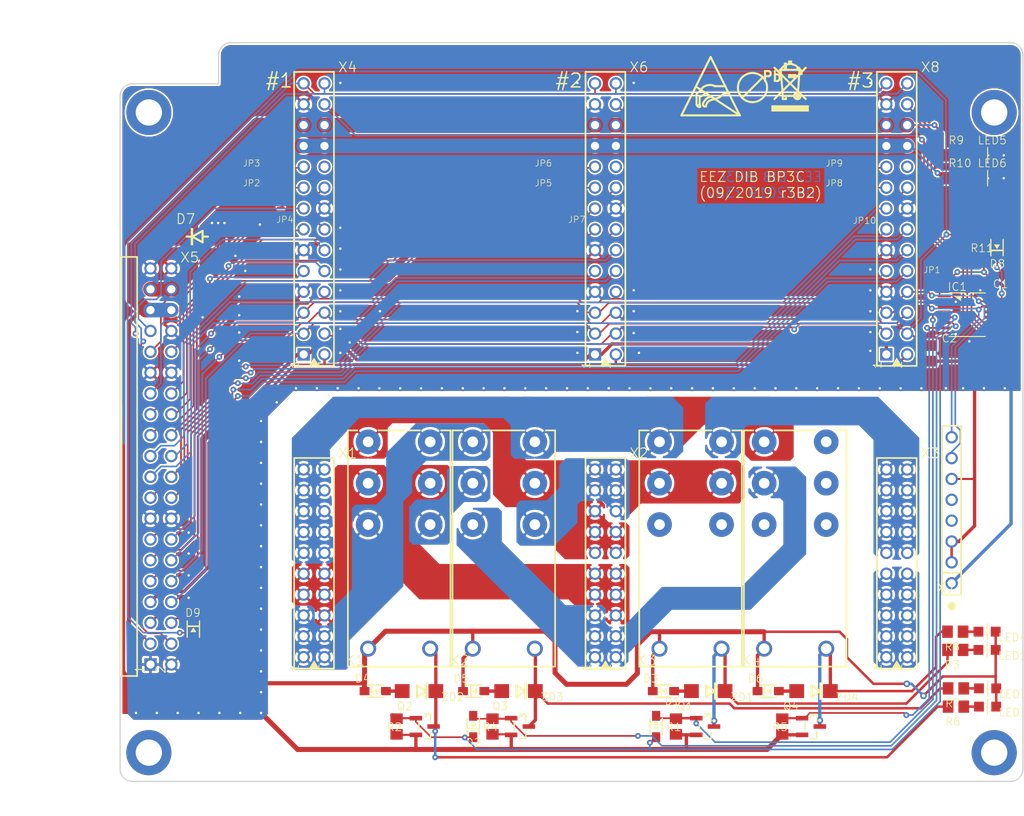
<source format=kicad_pcb>
(kicad_pcb (version 20171130) (host pcbnew 5.0.2+dfsg1-1)
  (layers (0 Top signal hide) (31 Bottom signal hide) (34 B.Paste user) (35 F.Paste user) (36 B.SilkS user) (37 F.SilkS user) (38 B.Mask user) (39 F.Mask user) (44 Edge.Cuts user))
  (net 0 "")
  (net 1 HOLE_MCU2)
  (net 2 HOLE_MCU4)
  (net 3 HOLE_MCU1)
  (net 4 HOLE_MCU3)
  (net 5 GND)
  (net 6 +5V)
  (net 7 +12V)
  (net 8 +3V3)
  (net 9 I2C1_SDA)
  (net 10 I2C1_SCL)
  (net 11 BOOT1)
  (net 12 BOOT2)
  (net 13 BOOT3)
  (net 14 PROG_RST)
  (net 15 "/EEZ DIB BP3C r3B2_1/CH2_IN+")
  (net 16 "/EEZ DIB BP3C r3B2_1/CH2_IN-")
  (net 17 "/EEZ DIB BP3C r3B2_1/CH1_OUT+")
  (net 18 "Net-(K1-PadA1)")
  (net 19 "Net-(K1-Pad12B)")
  (net 20 "/EEZ DIB BP3C r3B2_1/CH1_IN+")
  (net 21 "/EEZ DIB BP3C r3B2_1/CH2_OUT+")
  (net 22 "Net-(K2-PadA1)")
  (net 23 "/EEZ DIB BP3C r3B2_1/CH2_OUT-")
  (net 24 "/EEZ DIB BP3C r3B2_1/CH1_OUT-")
  (net 25 "Net-(D5-PadA)")
  (net 26 "Net-(D4-PadA)")
  (net 27 "/EEZ DIB BP3C r3B2_1/OUT_SER")
  (net 28 "/EEZ DIB BP3C r3B2_1/OUT_PAR")
  (net 29 "Net-(LED3-PadC)")
  (net 30 "Net-(LED2-PadC)")
  (net 31 "/EEZ DIB BP3C r3B2_1/CH3-")
  (net 32 "/EEZ DIB BP3C r3B2_1/CH3+")
  (net 33 "Net-(IC1-Pad13)")
  (net 34 "Net-(IC1-Pad1)")
  (net 35 "/EEZ DIB BP3C r3B2_1/OUT_CGND")
  (net 36 "/EEZ DIB BP3C r3B2_1/OUT_SRA")
  (net 37 "Net-(K3-Pad12A)")
  (net 38 "Net-(K3-PadA1)")
  (net 39 "Net-(K3-Pad12B)")
  (net 40 "Net-(D3-PadA)")
  (net 41 "Net-(LED1-PadC)")
  (net 42 "Net-(K4-Pad12A)")
  (net 43 "Net-(K4-PadA1)")
  (net 44 "Net-(D6-PadA)")
  (net 45 "Net-(LED4-PadC)")
  (net 46 "/EEZ DIB BP3C r3B2_2/SPI2_MOSI")
  (net 47 "/EEZ DIB BP3C r3B2_2/SPI2_CLK")
  (net 48 "/EEZ DIB BP3C r3B2_2/SPI2_MISO")
  (net 49 "/EEZ DIB BP3C r3B2_2/SPI2_CSA")
  (net 50 "/EEZ DIB BP3C r3B2_2/SPI2_CSB")
  (net 51 "/EEZ DIB BP3C r3B2_2/SPI4_MOSI")
  (net 52 "/EEZ DIB BP3C r3B2_2/SPI2_IRQ")
  (net 53 "/EEZ DIB BP3C r3B2_2/SPI4_MISO")
  (net 54 "/EEZ DIB BP3C r3B2_2/SPI4_CLK")
  (net 55 "/EEZ DIB BP3C r3B2_2/SPI4_CSA")
  (net 56 "/EEZ DIB BP3C r3B2_2/SPI4_CSB")
  (net 57 "/EEZ DIB BP3C r3B2_2/SPI5_MOSI")
  (net 58 "/EEZ DIB BP3C r3B2_2/SPI4_IRQ")
  (net 59 "/EEZ DIB BP3C r3B2_2/SPI5_MISO")
  (net 60 "/EEZ DIB BP3C r3B2_2/SPI5_CLK")
  (net 61 "/EEZ DIB BP3C r3B2_2/SPI5_CSB")
  (net 62 "/EEZ DIB BP3C r3B2_2/SPI5_CSA")
  (net 63 "/EEZ DIB BP3C r3B2_2/OE_SYNC")
  (net 64 "/EEZ DIB BP3C r3B2_2/SPI5_IRQ")
  (net 65 "/EEZ DIB BP3C r3B2_2/~FAULT")
  (net 66 "/EEZ DIB BP3C r3B2_2/~MRESET")
  (net 67 "/EEZ DIB BP3C r3B2_2/+VAUX")
  (net 68 "/EEZ DIB BP3C r3B2_2/UART_TX")
  (net 69 "/EEZ DIB BP3C r3B2_2/UART_RX")
  (net 70 "Net-(LED5-PadA)")
  (net 71 "Net-(LED6-PadA)")
  (net 72 "Net-(JP2-Pad2)")
  (net 73 "Net-(JP3-Pad2)")
  (net 74 "Net-(JP6-Pad2)")
  (net 75 "Net-(JP5-Pad2)")
  (net 76 "Net-(JP7-Pad1)")
  (net 77 "Net-(JP10-Pad1)")
  (net 78 "Net-(JP8-Pad2)")
  (net 79 "Net-(JP9-Pad2)")
  (net 80 "Net-(JP4-Pad1)")
  (net 81 "Net-(X4-Pad20)")
  (net 82 "/EEZ DIB BP3C r3B2_2/~RESET")
  (net 83 "Net-(X6-Pad20)")
  (net 84 "Net-(X8-Pad20)")
  (net 85 "Net-(X7-Pad5)")
  (net 86 "Net-(X7-Pad4)")
  (module "EEZ DIB BP3C r3B2:ESD_SYMBOL" (layer Top) (at 161.8901 68.8551)
    (fp_text reference U$4 hide)
    (fp_text value "" hide)
  )
  (module "EEZ DIB BP3C r3B2:RECYCLE_BIN1_8" (layer Top) (at 172.8476 68.3886)
    (fp_text reference U$2 hide)
    (fp_text value "" hide)
  )
  (module "EEZ DIB BP3C r3B2:PB_SMALL" (layer Top) (at 170.5526 65.4696 180)
    (fp_text reference U$5 hide)
    (fp_text value "" hide)
    (fp_text user Pb (at -1.065 0.646 180) (layer F.SilkS) (effects (font (size 1.2065 1.2065) (thickness 0.254)) (justify left bottom)))
  )
  (module "EEZ DIB BP3C r3B2:RT-C_016A5_ROUND" (layer Top) (at 127.5011 122.5036 90)
    (fp_text reference K1 (at -13.462 -6.604) (layer F.SilkS) (effects (font (size 1.2065 1.2065) (thickness 0.09652)) (justify left bottom)))
    (fp_text value RT424005)
    (pad 11B thru_hole circle (at 8.83 3.78 180) (size 3 3) (drill 1.3) (layers *.Cu *.Mask) (net 15 "/EEZ DIB BP3C r3B2_1/CH2_IN+"))
    (pad 14A thru_hole circle (at 13.87 -3.78 180) (size 3 3) (drill 1.3) (layers *.Cu *.Mask) (net 16 "/EEZ DIB BP3C r3B2_1/CH2_IN-"))
    (pad 12A thru_hole circle (at 3.79 -3.78 180) (size 3 3) (drill 1.3) (layers *.Cu *.Mask) (net 17 "/EEZ DIB BP3C r3B2_1/CH1_OUT+"))
    (pad A2 thru_hole circle (at -11.33 -3.78 90) (size 1.95 1.95) (drill 1.3) (layers *.Cu *.Mask) (net 6 +5V))
    (pad A1 thru_hole circle (at -11.33 3.78 90) (size 1.95 1.95) (drill 1.3) (layers *.Cu *.Mask) (net 18 "Net-(K1-PadA1)"))
    (pad 12B thru_hole circle (at 3.79 3.78 180) (size 3 3) (drill 1.3) (layers *.Cu *.Mask) (net 19 "Net-(K1-Pad12B)"))
    (pad 14B thru_hole circle (at 13.87 3.78 180) (size 3 3) (drill 1.3) (layers *.Cu *.Mask) (net 17 "/EEZ DIB BP3C r3B2_1/CH1_OUT+"))
    (pad 11A thru_hole circle (at 8.83 -3.78 180) (size 3 3) (drill 1.3) (layers *.Cu *.Mask) (net 20 "/EEZ DIB BP3C r3B2_1/CH1_IN+"))
  )
  (module "EEZ DIB BP3C r3B2:RT-C_016A5_ROUND" (layer Top) (at 140.2511 122.5036 90)
    (fp_text reference K2 (at -13.462 -6.604) (layer F.SilkS) (effects (font (size 1.2065 1.2065) (thickness 0.09652)) (justify left bottom)))
    (fp_text value RT424005)
    (pad 11B thru_hole circle (at 8.83 3.78 180) (size 3 3) (drill 1.3) (layers *.Cu *.Mask) (net 16 "/EEZ DIB BP3C r3B2_1/CH2_IN-"))
    (pad 14A thru_hole circle (at 13.87 -3.78 180) (size 3 3) (drill 1.3) (layers *.Cu *.Mask) (net 17 "/EEZ DIB BP3C r3B2_1/CH1_OUT+"))
    (pad 12A thru_hole circle (at 3.79 -3.78 180) (size 3 3) (drill 1.3) (layers *.Cu *.Mask) (net 21 "/EEZ DIB BP3C r3B2_1/CH2_OUT+"))
    (pad A2 thru_hole circle (at -11.33 -3.78 90) (size 1.95 1.95) (drill 1.3) (layers *.Cu *.Mask) (net 6 +5V))
    (pad A1 thru_hole circle (at -11.33 3.78 90) (size 1.95 1.95) (drill 1.3) (layers *.Cu *.Mask) (net 22 "Net-(K2-PadA1)"))
    (pad 12B thru_hole circle (at 3.79 3.78 180) (size 3 3) (drill 1.3) (layers *.Cu *.Mask) (net 23 "/EEZ DIB BP3C r3B2_1/CH2_OUT-"))
    (pad 14B thru_hole circle (at 13.87 3.78 180) (size 3 3) (drill 1.3) (layers *.Cu *.Mask) (net 24 "/EEZ DIB BP3C r3B2_1/CH1_OUT-"))
    (pad 11A thru_hole circle (at 8.83 -3.78 180) (size 3 3) (drill 1.3) (layers *.Cu *.Mask) (net 19 "Net-(K1-Pad12B)"))
  )
  (module "EEZ DIB BP3C r3B2:SOD323-R" (layer Top) (at 136.5846 139.0016)
    (fp_text reference D5 (at -2.54 -0.9525) (layer F.SilkS) (effects (font (size 0.9652 0.9652) (thickness 0.09652)) (justify left bottom)))
    (fp_text value BAS316)
    (pad A smd roundrect (at 1.3 0) (size 1.2 1) (layers Top F.Paste F.Mask) (roundrect_rratio 0.0508) (net 25 "Net-(D5-PadA)"))
    (pad C smd roundrect (at -1.3 0) (size 1.2 1) (layers Top F.Paste F.Mask) (roundrect_rratio 0.0508) (net 6 +5V))
  )
  (module "EEZ DIB BP3C r3B2:DO214AC" (layer Top) (at 142.0456 139.0016 180)
    (fp_text reference ZD3 (at -2.64 -1.286) (layer F.SilkS) (effects (font (size 0.9652 0.9652) (thickness 0.09652)) (justify left bottom)))
    (fp_text value SMAJ18A)
    (pad A smd roundrect (at 2.05 0 180) (size 1.8 1.7) (layers Top F.Paste F.Mask) (roundrect_rratio 0.02988235294117647) (net 25 "Net-(D5-PadA)"))
    (pad C smd roundrect (at -2.05 0 180) (size 1.8 1.7) (layers Top F.Paste F.Mask) (roundrect_rratio 0.02988235294117647) (net 22 "Net-(K2-PadA1)"))
  )
  (module "EEZ DIB BP3C r3B2:SOD323-R" (layer Top) (at 124.5831 139.0016)
    (fp_text reference D4 (at -2.54 -0.9525) (layer F.SilkS) (effects (font (size 0.9652 0.9652) (thickness 0.09652)) (justify left bottom)))
    (fp_text value BAS316)
    (pad A smd roundrect (at 1.3 0) (size 1.2 1) (layers Top F.Paste F.Mask) (roundrect_rratio 0.0508) (net 26 "Net-(D4-PadA)"))
    (pad C smd roundrect (at -1.3 0) (size 1.2 1) (layers Top F.Paste F.Mask) (roundrect_rratio 0.0508) (net 6 +5V))
  )
  (module "EEZ DIB BP3C r3B2:DO214AC" (layer Top) (at 129.9171 139.0016 180)
    (fp_text reference ZD2 (at -2.64 -1.286) (layer F.SilkS) (effects (font (size 0.9652 0.9652) (thickness 0.09652)) (justify left bottom)))
    (fp_text value SMAJ18A)
    (pad A smd roundrect (at 2.05 0 180) (size 1.8 1.7) (layers Top F.Paste F.Mask) (roundrect_rratio 0.02988235294117647) (net 26 "Net-(D4-PadA)"))
    (pad C smd roundrect (at -2.05 0 180) (size 1.8 1.7) (layers Top F.Paste F.Mask) (roundrect_rratio 0.02988235294117647) (net 18 "Net-(K1-PadA1)"))
  )
  (module "EEZ DIB BP3C r3B2:SOT103P240X110-3N" (layer Top) (at 130.6156 143.3196)
    (fp_text reference Q2 (at -3.4544 -1.905) (layer F.SilkS) (effects (font (size 0.9652 0.9652) (thickness 0.09652)) (justify left bottom)))
    (fp_text value 2N7002)
    (pad 3 smd roundrect (at 1.0795 0) (size 1.524 0.5588) (layers Top F.Paste F.Mask) (roundrect_rratio 0.09090909090909091) (net 18 "Net-(K1-PadA1)"))
    (pad 2 smd roundrect (at -1.0795 1.016) (size 1.524 0.5588) (layers Top F.Paste F.Mask) (roundrect_rratio 0.09090909090909091) (net 5 GND))
    (pad 1 smd roundrect (at -1.0795 -1.016) (size 1.524 0.5588) (layers Top F.Paste F.Mask) (roundrect_rratio 0.09090909090909091) (net 27 "/EEZ DIB BP3C r3B2_1/OUT_SER"))
  )
  (module "EEZ DIB BP3C r3B2:SOT103P240X110-3N" (layer Top) (at 142.2234 143.3196)
    (fp_text reference Q3 (at -3.4544 -1.905) (layer F.SilkS) (effects (font (size 0.9652 0.9652) (thickness 0.09652)) (justify left bottom)))
    (fp_text value 2N7002)
    (pad 3 smd roundrect (at 1.0795 0) (size 1.524 0.5588) (layers Top F.Paste F.Mask) (roundrect_rratio 0.09090909090909091) (net 22 "Net-(K2-PadA1)"))
    (pad 2 smd roundrect (at -1.0795 1.016) (size 1.524 0.5588) (layers Top F.Paste F.Mask) (roundrect_rratio 0.09090909090909091) (net 5 GND))
    (pad 1 smd roundrect (at -1.0795 -1.016) (size 1.524 0.5588) (layers Top F.Paste F.Mask) (roundrect_rratio 0.09090909090909091) (net 28 "/EEZ DIB BP3C r3B2_1/OUT_PAR"))
  )
  (module "EEZ DIB BP3C r3B2:R0805" (layer Top) (at 127.1866 143.3196 90)
    (fp_text reference R2 (at -0.635 -1.27) (layer F.SilkS) (effects (font (size 0.9652 0.9652) (thickness 0.09652)) (justify left bottom)))
    (fp_text value 100K)
    (pad 2 smd roundrect (at 0.95 0 90) (size 1.3 1.5) (layers Top F.Paste F.Mask) (roundrect_rratio 0.03907692307692308) (net 27 "/EEZ DIB BP3C r3B2_1/OUT_SER"))
    (pad 1 smd roundrect (at -0.95 0 90) (size 1.3 1.5) (layers Top F.Paste F.Mask) (roundrect_rratio 0.03907692307692308) (net 5 GND))
  )
  (module "EEZ DIB BP3C r3B2:R0805" (layer Top) (at 138.8706 143.3196 90)
    (fp_text reference R4 (at -0.635 -1.27) (layer F.SilkS) (effects (font (size 0.9652 0.9652) (thickness 0.09652)) (justify left bottom)))
    (fp_text value 100K)
    (pad 2 smd roundrect (at 0.95 0 90) (size 1.3 1.5) (layers Top F.Paste F.Mask) (roundrect_rratio 0.03907692307692308) (net 28 "/EEZ DIB BP3C r3B2_1/OUT_PAR"))
    (pad 1 smd roundrect (at -0.95 0 90) (size 1.3 1.5) (layers Top F.Paste F.Mask) (roundrect_rratio 0.03907692307692308) (net 5 GND))
  )
  (module "EEZ DIB BP3C r3B2:LED_0805" (layer Top) (at 199.1956 138.6714 90)
    (fp_text reference LED3 (at -1.27 1.27) (layer F.SilkS) (effects (font (size 0.9652 0.9652) (thickness 0.09652)) (justify left bottom)))
    (fp_text value N.C.)
    (pad A smd roundrect (at 0 1.05 90) (size 1.2 1.2) (layers Top F.Paste F.Mask) (roundrect_rratio 0.04233333333333333) (net 6 +5V))
    (pad C smd roundrect (at 0 -1.05 90) (size 1.2 1.2) (layers Top F.Paste F.Mask) (roundrect_rratio 0.04233333333333333) (net 29 "Net-(LED3-PadC)"))
  )
  (module "EEZ DIB BP3C r3B2:LED_0805" (layer Top) (at 199.1956 140.8939 90)
    (fp_text reference LED2 (at -1.27 1.27) (layer F.SilkS) (effects (font (size 0.9652 0.9652) (thickness 0.09652)) (justify left bottom)))
    (fp_text value N.C.)
    (pad A smd roundrect (at 0 1.05 90) (size 1.2 1.2) (layers Top F.Paste F.Mask) (roundrect_rratio 0.04233333333333333) (net 6 +5V))
    (pad C smd roundrect (at 0 -1.05 90) (size 1.2 1.2) (layers Top F.Paste F.Mask) (roundrect_rratio 0.04233333333333333) (net 30 "Net-(LED2-PadC)"))
  )
  (module "EEZ DIB BP3C r3B2:R0805" (layer Top) (at 195.3348 138.6714 180)
    (fp_text reference R7 (at -0.635 -1.27) (layer F.SilkS) (effects (font (size 0.9652 0.9652) (thickness 0.09652)) (justify right top)))
    (fp_text value N.C.)
    (pad 2 smd roundrect (at 0.95 0 180) (size 1.3 1.5) (layers Top F.Paste F.Mask) (roundrect_rratio 0.03907692307692308) (net 22 "Net-(K2-PadA1)"))
    (pad 1 smd roundrect (at -0.95 0 180) (size 1.3 1.5) (layers Top F.Paste F.Mask) (roundrect_rratio 0.03907692307692308) (net 29 "Net-(LED3-PadC)"))
  )
  (module "EEZ DIB BP3C r3B2:R0805" (layer Top) (at 195.3348 140.8939 180)
    (fp_text reference R6 (at -0.635 -1.27) (layer F.SilkS) (effects (font (size 0.9652 0.9652) (thickness 0.09652)) (justify right top)))
    (fp_text value N.C.)
    (pad 2 smd roundrect (at 0.95 0 180) (size 1.3 1.5) (layers Top F.Paste F.Mask) (roundrect_rratio 0.03907692307692308) (net 18 "Net-(K1-PadA1)"))
    (pad 1 smd roundrect (at -0.95 0 180) (size 1.3 1.5) (layers Top F.Paste F.Mask) (roundrect_rratio 0.03907692307692308) (net 30 "Net-(LED2-PadC)"))
  )
  (module "EEZ DIB BP3C r3B2:DS1021-2*10SF11" (layer Top) (at 115.8611 112.0036 270)
    (fp_text reference X1 (at -1.27 -4.1275) (layer F.SilkS) (effects (font (size 1.2065 1.2065) (thickness 0.12065)) (justify left bottom)))
    (fp_text value ZL202-20G)
    (fp_text user 2 (at 24.636 -1.982 270) (layer F.SilkS) (effects (font (size 0.9652 0.9652) (thickness 0.1016)) (justify left bottom)))
    (fp_text user 1 (at 24.684 0.516 270) (layer F.SilkS) (effects (font (size 0.9652 0.9652) (thickness 0.1016)) (justify left bottom)))
    (pad 20 thru_hole circle (at 0 -2.54 90) (size 1.5 1.5) (drill 1) (layers *.Cu *.Mask) (net 24 "/EEZ DIB BP3C r3B2_1/CH1_OUT-"))
    (pad 19 thru_hole circle (at 0 0 90) (size 1.5 1.5) (drill 1) (layers *.Cu *.Mask) (net 24 "/EEZ DIB BP3C r3B2_1/CH1_OUT-"))
    (pad 18 thru_hole circle (at 2.54 -2.54 90) (size 1.5 1.5) (drill 1) (layers *.Cu *.Mask) (net 24 "/EEZ DIB BP3C r3B2_1/CH1_OUT-"))
    (pad 17 thru_hole circle (at 2.54 0 90) (size 1.5 1.5) (drill 1) (layers *.Cu *.Mask) (net 24 "/EEZ DIB BP3C r3B2_1/CH1_OUT-"))
    (pad 16 thru_hole circle (at 5.08 -2.54 90) (size 1.5 1.5) (drill 1) (layers *.Cu *.Mask) (net 24 "/EEZ DIB BP3C r3B2_1/CH1_OUT-"))
    (pad 15 thru_hole circle (at 5.08 0 90) (size 1.5 1.5) (drill 1) (layers *.Cu *.Mask) (net 24 "/EEZ DIB BP3C r3B2_1/CH1_OUT-"))
    (pad 14 thru_hole circle (at 7.62 -2.54 90) (size 1.5 1.5) (drill 1) (layers *.Cu *.Mask) (net 24 "/EEZ DIB BP3C r3B2_1/CH1_OUT-"))
    (pad 13 thru_hole circle (at 7.62 0 90) (size 1.5 1.5) (drill 1) (layers *.Cu *.Mask) (net 24 "/EEZ DIB BP3C r3B2_1/CH1_OUT-"))
    (pad 12 thru_hole circle (at 10.16 -2.54 90) (size 1.5 1.5) (drill 1) (layers *.Cu *.Mask) (net 24 "/EEZ DIB BP3C r3B2_1/CH1_OUT-"))
    (pad 11 thru_hole circle (at 10.16 0 90) (size 1.5 1.5) (drill 1) (layers *.Cu *.Mask) (net 24 "/EEZ DIB BP3C r3B2_1/CH1_OUT-"))
    (pad 10 thru_hole circle (at 12.7 -2.54 90) (size 1.5 1.5) (drill 1) (layers *.Cu *.Mask) (net 20 "/EEZ DIB BP3C r3B2_1/CH1_IN+"))
    (pad 9 thru_hole circle (at 12.7 0 90) (size 1.5 1.5) (drill 1) (layers *.Cu *.Mask) (net 20 "/EEZ DIB BP3C r3B2_1/CH1_IN+"))
    (pad 8 thru_hole circle (at 15.24 -2.54 90) (size 1.5 1.5) (drill 1) (layers *.Cu *.Mask) (net 20 "/EEZ DIB BP3C r3B2_1/CH1_IN+"))
    (pad 7 thru_hole circle (at 15.24 0 90) (size 1.5 1.5) (drill 1) (layers *.Cu *.Mask) (net 20 "/EEZ DIB BP3C r3B2_1/CH1_IN+"))
    (pad 6 thru_hole circle (at 17.78 -2.54 90) (size 1.5 1.5) (drill 1) (layers *.Cu *.Mask) (net 20 "/EEZ DIB BP3C r3B2_1/CH1_IN+"))
    (pad 5 thru_hole circle (at 17.78 0 90) (size 1.5 1.5) (drill 1) (layers *.Cu *.Mask) (net 17 "/EEZ DIB BP3C r3B2_1/CH1_OUT+"))
    (pad 4 thru_hole circle (at 20.32 -2.54 90) (size 1.5 1.5) (drill 1) (layers *.Cu *.Mask) (net 17 "/EEZ DIB BP3C r3B2_1/CH1_OUT+"))
    (pad 3 thru_hole circle (at 20.32 0 90) (size 1.5 1.5) (drill 1) (layers *.Cu *.Mask) (net 17 "/EEZ DIB BP3C r3B2_1/CH1_OUT+"))
    (pad 2 thru_hole circle (at 22.86 -2.54 90) (size 1.5 1.5) (drill 1) (layers *.Cu *.Mask) (net 17 "/EEZ DIB BP3C r3B2_1/CH1_OUT+"))
    (pad 1 thru_hole circle (at 22.86 0 90) (size 1.5 1.5) (drill 1) (layers *.Cu *.Mask) (net 17 "/EEZ DIB BP3C r3B2_1/CH1_OUT+"))
  )
  (module "EEZ DIB BP3C r3B2:DS1021-2*10SF11" (layer Top) (at 151.3611 112.0036 270)
    (fp_text reference X2 (at -1.27 -4.1275) (layer F.SilkS) (effects (font (size 1.2065 1.2065) (thickness 0.12065)) (justify left bottom)))
    (fp_text value ZL202-20G)
    (fp_text user 2 (at 24.636 -1.982 270) (layer F.SilkS) (effects (font (size 0.9652 0.9652) (thickness 0.1016)) (justify left bottom)))
    (fp_text user 1 (at 24.684 0.516 270) (layer F.SilkS) (effects (font (size 0.9652 0.9652) (thickness 0.1016)) (justify left bottom)))
    (pad 20 thru_hole circle (at 0 -2.54 90) (size 1.5 1.5) (drill 1) (layers *.Cu *.Mask) (net 23 "/EEZ DIB BP3C r3B2_1/CH2_OUT-"))
    (pad 19 thru_hole circle (at 0 0 90) (size 1.5 1.5) (drill 1) (layers *.Cu *.Mask) (net 23 "/EEZ DIB BP3C r3B2_1/CH2_OUT-"))
    (pad 18 thru_hole circle (at 2.54 -2.54 90) (size 1.5 1.5) (drill 1) (layers *.Cu *.Mask) (net 23 "/EEZ DIB BP3C r3B2_1/CH2_OUT-"))
    (pad 17 thru_hole circle (at 2.54 0 90) (size 1.5 1.5) (drill 1) (layers *.Cu *.Mask) (net 23 "/EEZ DIB BP3C r3B2_1/CH2_OUT-"))
    (pad 16 thru_hole circle (at 5.08 -2.54 90) (size 1.5 1.5) (drill 1) (layers *.Cu *.Mask) (net 23 "/EEZ DIB BP3C r3B2_1/CH2_OUT-"))
    (pad 15 thru_hole circle (at 5.08 0 90) (size 1.5 1.5) (drill 1) (layers *.Cu *.Mask) (net 16 "/EEZ DIB BP3C r3B2_1/CH2_IN-"))
    (pad 14 thru_hole circle (at 7.62 -2.54 90) (size 1.5 1.5) (drill 1) (layers *.Cu *.Mask) (net 16 "/EEZ DIB BP3C r3B2_1/CH2_IN-"))
    (pad 13 thru_hole circle (at 7.62 0 90) (size 1.5 1.5) (drill 1) (layers *.Cu *.Mask) (net 16 "/EEZ DIB BP3C r3B2_1/CH2_IN-"))
    (pad 12 thru_hole circle (at 10.16 -2.54 90) (size 1.5 1.5) (drill 1) (layers *.Cu *.Mask) (net 16 "/EEZ DIB BP3C r3B2_1/CH2_IN-"))
    (pad 11 thru_hole circle (at 10.16 0 90) (size 1.5 1.5) (drill 1) (layers *.Cu *.Mask) (net 16 "/EEZ DIB BP3C r3B2_1/CH2_IN-"))
    (pad 10 thru_hole circle (at 12.7 -2.54 90) (size 1.5 1.5) (drill 1) (layers *.Cu *.Mask) (net 15 "/EEZ DIB BP3C r3B2_1/CH2_IN+"))
    (pad 9 thru_hole circle (at 12.7 0 90) (size 1.5 1.5) (drill 1) (layers *.Cu *.Mask) (net 15 "/EEZ DIB BP3C r3B2_1/CH2_IN+"))
    (pad 8 thru_hole circle (at 15.24 -2.54 90) (size 1.5 1.5) (drill 1) (layers *.Cu *.Mask) (net 15 "/EEZ DIB BP3C r3B2_1/CH2_IN+"))
    (pad 7 thru_hole circle (at 15.24 0 90) (size 1.5 1.5) (drill 1) (layers *.Cu *.Mask) (net 15 "/EEZ DIB BP3C r3B2_1/CH2_IN+"))
    (pad 6 thru_hole circle (at 17.78 -2.54 90) (size 1.5 1.5) (drill 1) (layers *.Cu *.Mask) (net 15 "/EEZ DIB BP3C r3B2_1/CH2_IN+"))
    (pad 5 thru_hole circle (at 17.78 0 90) (size 1.5 1.5) (drill 1) (layers *.Cu *.Mask) (net 21 "/EEZ DIB BP3C r3B2_1/CH2_OUT+"))
    (pad 4 thru_hole circle (at 20.32 -2.54 90) (size 1.5 1.5) (drill 1) (layers *.Cu *.Mask) (net 21 "/EEZ DIB BP3C r3B2_1/CH2_OUT+"))
    (pad 3 thru_hole circle (at 20.32 0 90) (size 1.5 1.5) (drill 1) (layers *.Cu *.Mask) (net 21 "/EEZ DIB BP3C r3B2_1/CH2_OUT+"))
    (pad 2 thru_hole circle (at 22.86 -2.54 90) (size 1.5 1.5) (drill 1) (layers *.Cu *.Mask) (net 21 "/EEZ DIB BP3C r3B2_1/CH2_OUT+"))
    (pad 1 thru_hole circle (at 22.86 0 90) (size 1.5 1.5) (drill 1) (layers *.Cu *.Mask) (net 21 "/EEZ DIB BP3C r3B2_1/CH2_OUT+"))
  )
  (module "EEZ DIB BP3C r3B2:DS1021-2*10SF11" (layer Top) (at 186.8611 112.0036 270)
    (fp_text reference X3 (at -1.27 -4.1275) (layer F.SilkS) (effects (font (size 1.2065 1.2065) (thickness 0.12065)) (justify left bottom)))
    (fp_text value ZL202-20G)
    (fp_text user 2 (at 24.636 -1.982 270) (layer F.SilkS) (effects (font (size 0.9652 0.9652) (thickness 0.1016)) (justify left bottom)))
    (fp_text user 1 (at 24.684 0.516 270) (layer F.SilkS) (effects (font (size 0.9652 0.9652) (thickness 0.1016)) (justify left bottom)))
    (pad 20 thru_hole circle (at 0 -2.54 90) (size 1.5 1.5) (drill 1) (layers *.Cu *.Mask) (net 31 "/EEZ DIB BP3C r3B2_1/CH3-"))
    (pad 19 thru_hole circle (at 0 0 90) (size 1.5 1.5) (drill 1) (layers *.Cu *.Mask) (net 31 "/EEZ DIB BP3C r3B2_1/CH3-"))
    (pad 18 thru_hole circle (at 2.54 -2.54 90) (size 1.5 1.5) (drill 1) (layers *.Cu *.Mask) (net 31 "/EEZ DIB BP3C r3B2_1/CH3-"))
    (pad 17 thru_hole circle (at 2.54 0 90) (size 1.5 1.5) (drill 1) (layers *.Cu *.Mask) (net 31 "/EEZ DIB BP3C r3B2_1/CH3-"))
    (pad 16 thru_hole circle (at 5.08 -2.54 90) (size 1.5 1.5) (drill 1) (layers *.Cu *.Mask) (net 31 "/EEZ DIB BP3C r3B2_1/CH3-"))
    (pad 15 thru_hole circle (at 5.08 0 90) (size 1.5 1.5) (drill 1) (layers *.Cu *.Mask) (net 31 "/EEZ DIB BP3C r3B2_1/CH3-"))
    (pad 14 thru_hole circle (at 7.62 -2.54 90) (size 1.5 1.5) (drill 1) (layers *.Cu *.Mask) (net 31 "/EEZ DIB BP3C r3B2_1/CH3-"))
    (pad 13 thru_hole circle (at 7.62 0 90) (size 1.5 1.5) (drill 1) (layers *.Cu *.Mask) (net 31 "/EEZ DIB BP3C r3B2_1/CH3-"))
    (pad 12 thru_hole circle (at 10.16 -2.54 90) (size 1.5 1.5) (drill 1) (layers *.Cu *.Mask) (net 31 "/EEZ DIB BP3C r3B2_1/CH3-"))
    (pad 11 thru_hole circle (at 10.16 0 90) (size 1.5 1.5) (drill 1) (layers *.Cu *.Mask) (net 31 "/EEZ DIB BP3C r3B2_1/CH3-"))
    (pad 10 thru_hole circle (at 12.7 -2.54 90) (size 1.5 1.5) (drill 1) (layers *.Cu *.Mask) (net 32 "/EEZ DIB BP3C r3B2_1/CH3+"))
    (pad 9 thru_hole circle (at 12.7 0 90) (size 1.5 1.5) (drill 1) (layers *.Cu *.Mask) (net 32 "/EEZ DIB BP3C r3B2_1/CH3+"))
    (pad 8 thru_hole circle (at 15.24 -2.54 90) (size 1.5 1.5) (drill 1) (layers *.Cu *.Mask) (net 32 "/EEZ DIB BP3C r3B2_1/CH3+"))
    (pad 7 thru_hole circle (at 15.24 0 90) (size 1.5 1.5) (drill 1) (layers *.Cu *.Mask) (net 32 "/EEZ DIB BP3C r3B2_1/CH3+"))
    (pad 6 thru_hole circle (at 17.78 -2.54 90) (size 1.5 1.5) (drill 1) (layers *.Cu *.Mask) (net 32 "/EEZ DIB BP3C r3B2_1/CH3+"))
    (pad 5 thru_hole circle (at 17.78 0 90) (size 1.5 1.5) (drill 1) (layers *.Cu *.Mask) (net 32 "/EEZ DIB BP3C r3B2_1/CH3+"))
    (pad 4 thru_hole circle (at 20.32 -2.54 90) (size 1.5 1.5) (drill 1) (layers *.Cu *.Mask) (net 32 "/EEZ DIB BP3C r3B2_1/CH3+"))
    (pad 3 thru_hole circle (at 20.32 0 90) (size 1.5 1.5) (drill 1) (layers *.Cu *.Mask) (net 32 "/EEZ DIB BP3C r3B2_1/CH3+"))
    (pad 2 thru_hole circle (at 22.86 -2.54 90) (size 1.5 1.5) (drill 1) (layers *.Cu *.Mask) (net 32 "/EEZ DIB BP3C r3B2_1/CH3+"))
    (pad 1 thru_hole circle (at 22.86 0 90) (size 1.5 1.5) (drill 1) (layers *.Cu *.Mask) (net 32 "/EEZ DIB BP3C r3B2_1/CH3+"))
  )
  (module "EEZ DIB BP3C r3B2:ZL212-40KG" (layer Top) (at 97.2011 87.5036 270)
    (fp_text reference X5 (at -0.635 -3.556) (layer F.SilkS) (effects (font (size 1.2065 1.2065) (thickness 0.12065)) (justify left bottom)))
    (fp_text value DS1022-2*20RF11)
    (fp_text user 2 (at 49.4538 -1.905 270) (layer F.SilkS) (effects (font (size 1.08585 1.08585) (thickness 0.1143)) (justify left bottom)))
    (fp_text user 1 (at 49.4538 0.635 270) (layer F.SilkS) (effects (font (size 1.08585 1.08585) (thickness 0.1143)) (justify left bottom)))
    (pad 40 thru_hole circle (at 0 -2.54 270) (size 1.5 1.5) (drill 1) (layers *.Cu *.Mask) (net 5 GND))
    (pad 39 thru_hole circle (at 0 0 270) (size 1.5 1.5) (drill 1) (layers *.Cu *.Mask) (net 5 GND))
    (pad 38 thru_hole circle (at 2.54 -2.54 270) (size 1.5 1.5) (drill 1) (layers *.Cu *.Mask) (net 7 +12V))
    (pad 37 thru_hole circle (at 2.54 0 270) (size 1.5 1.5) (drill 1) (layers *.Cu *.Mask) (net 7 +12V))
    (pad 36 thru_hole circle (at 5.08 -2.54 270) (size 1.5 1.5) (drill 1) (layers *.Cu *.Mask) (net 6 +5V))
    (pad 35 thru_hole circle (at 5.08 0 270) (size 1.5 1.5) (drill 1) (layers *.Cu *.Mask) (net 6 +5V))
    (pad 34 thru_hole circle (at 7.62 -2.54 270) (size 1.5 1.5) (drill 1) (layers *.Cu *.Mask) (net 5 GND))
    (pad 33 thru_hole circle (at 7.62 0 270) (size 1.5 1.5) (drill 1) (layers *.Cu *.Mask) (net 46 "/EEZ DIB BP3C r3B2_2/SPI2_MOSI"))
    (pad 32 thru_hole circle (at 10.16 -2.54 270) (size 1.5 1.5) (drill 1) (layers *.Cu *.Mask) (net 47 "/EEZ DIB BP3C r3B2_2/SPI2_CLK"))
    (pad 31 thru_hole circle (at 10.16 0 270) (size 1.5 1.5) (drill 1) (layers *.Cu *.Mask) (net 48 "/EEZ DIB BP3C r3B2_2/SPI2_MISO"))
    (pad 30 thru_hole circle (at 12.7 -2.54 270) (size 1.5 1.5) (drill 1) (layers *.Cu *.Mask) (net 5 GND))
    (pad 29 thru_hole circle (at 12.7 0 270) (size 1.5 1.5) (drill 1) (layers *.Cu *.Mask) (net 5 GND))
    (pad 28 thru_hole circle (at 15.24 -2.54 270) (size 1.5 1.5) (drill 1) (layers *.Cu *.Mask) (net 49 "/EEZ DIB BP3C r3B2_2/SPI2_CSA"))
    (pad 27 thru_hole circle (at 15.24 0 270) (size 1.5 1.5) (drill 1) (layers *.Cu *.Mask) (net 50 "/EEZ DIB BP3C r3B2_2/SPI2_CSB"))
    (pad 26 thru_hole circle (at 17.78 -2.54 270) (size 1.5 1.5) (drill 1) (layers *.Cu *.Mask) (net 51 "/EEZ DIB BP3C r3B2_2/SPI4_MOSI"))
    (pad 25 thru_hole circle (at 17.78 0 270) (size 1.5 1.5) (drill 1) (layers *.Cu *.Mask) (net 52 "/EEZ DIB BP3C r3B2_2/SPI2_IRQ"))
    (pad 24 thru_hole circle (at 20.32 -2.54 270) (size 1.5 1.5) (drill 1) (layers *.Cu *.Mask) (net 53 "/EEZ DIB BP3C r3B2_2/SPI4_MISO"))
    (pad 23 thru_hole circle (at 20.32 0 270) (size 1.5 1.5) (drill 1) (layers *.Cu *.Mask) (net 54 "/EEZ DIB BP3C r3B2_2/SPI4_CLK"))
    (pad 22 thru_hole circle (at 22.86 -2.54 270) (size 1.5 1.5) (drill 1) (layers *.Cu *.Mask) (net 55 "/EEZ DIB BP3C r3B2_2/SPI4_CSA"))
    (pad 21 thru_hole circle (at 22.86 0 270) (size 1.5 1.5) (drill 1) (layers *.Cu *.Mask) (net 56 "/EEZ DIB BP3C r3B2_2/SPI4_CSB"))
    (pad 20 thru_hole circle (at 25.4 -2.54 270) (size 1.5 1.5) (drill 1) (layers *.Cu *.Mask) (net 57 "/EEZ DIB BP3C r3B2_2/SPI5_MOSI"))
    (pad 19 thru_hole circle (at 25.4 0 270) (size 1.5 1.5) (drill 1) (layers *.Cu *.Mask) (net 58 "/EEZ DIB BP3C r3B2_2/SPI4_IRQ"))
    (pad 18 thru_hole circle (at 27.94 -2.54 270) (size 1.5 1.5) (drill 1) (layers *.Cu *.Mask) (net 59 "/EEZ DIB BP3C r3B2_2/SPI5_MISO"))
    (pad 17 thru_hole circle (at 27.94 0 270) (size 1.5 1.5) (drill 1) (layers *.Cu *.Mask) (net 60 "/EEZ DIB BP3C r3B2_2/SPI5_CLK"))
    (pad 16 thru_hole circle (at 30.48 -2.54 270) (size 1.5 1.5) (drill 1) (layers *.Cu *.Mask) (net 5 GND))
    (pad 15 thru_hole circle (at 30.48 0 270) (size 1.5 1.5) (drill 1) (layers *.Cu *.Mask) (net 5 GND))
    (pad 14 thru_hole circle (at 33.02 -2.54 270) (size 1.5 1.5) (drill 1) (layers *.Cu *.Mask) (net 9 I2C1_SDA))
    (pad 13 thru_hole circle (at 33.02 0 270) (size 1.5 1.5) (drill 1) (layers *.Cu *.Mask) (net 61 "/EEZ DIB BP3C r3B2_2/SPI5_CSB"))
    (pad 12 thru_hole circle (at 35.56 -2.54 270) (size 1.5 1.5) (drill 1) (layers *.Cu *.Mask) (net 10 I2C1_SCL))
    (pad 11 thru_hole circle (at 35.56 0 270) (size 1.5 1.5) (drill 1) (layers *.Cu *.Mask) (net 62 "/EEZ DIB BP3C r3B2_2/SPI5_CSA"))
    (pad 10 thru_hole circle (at 38.1 -2.54 270) (size 1.5 1.5) (drill 1) (layers *.Cu *.Mask) (net 63 "/EEZ DIB BP3C r3B2_2/OE_SYNC"))
    (pad 9 thru_hole circle (at 38.1 0 270) (size 1.5 1.5) (drill 1) (layers *.Cu *.Mask) (net 64 "/EEZ DIB BP3C r3B2_2/SPI5_IRQ"))
    (pad 8 thru_hole circle (at 40.64 -2.54 270) (size 1.5 1.5) (drill 1) (layers *.Cu *.Mask) (net 65 "/EEZ DIB BP3C r3B2_2/~FAULT"))
    (pad 7 thru_hole circle (at 40.64 0 270) (size 1.5 1.5) (drill 1) (layers *.Cu *.Mask) (net 8 +3V3))
    (pad 6 thru_hole circle (at 43.18 -2.54 270) (size 1.5 1.5) (drill 1) (layers *.Cu *.Mask) (net 66 "/EEZ DIB BP3C r3B2_2/~MRESET"))
    (pad 5 thru_hole circle (at 43.18 0 270) (size 1.5 1.5) (drill 1) (layers *.Cu *.Mask) (net 67 "/EEZ DIB BP3C r3B2_2/+VAUX"))
    (pad 4 thru_hole circle (at 45.72 -2.54 270) (size 1.5 1.5) (drill 1) (layers *.Cu *.Mask) (net 68 "/EEZ DIB BP3C r3B2_2/UART_TX"))
    (pad 3 thru_hole circle (at 45.72 0 270) (size 1.5 1.5) (drill 1) (layers *.Cu *.Mask) (net 69 "/EEZ DIB BP3C r3B2_2/UART_RX"))
    (pad 2 thru_hole circle (at 48.26 -2.54 270) (size 1.5 1.5) (drill 1) (layers *.Cu *.Mask) (net 5 GND))
    (pad 1 thru_hole rect (at 48.26 0 270) (size 1.5 1.5) (drill 1) (layers *.Cu *.Mask) (net 5 GND))
  )
  (module "EEZ DIB BP3C r3B2:LED_0805" (layer Top) (at 199.1956 73.7236 270)
    (fp_text reference LED5 (at -1.27 1.27) (layer F.SilkS) (effects (font (size 0.9652 0.9652) (thickness 0.09652)) (justify left bottom)))
    (fp_text value N.C.)
    (pad A smd roundrect (at 0 1.05 270) (size 1.2 1.2) (layers Top F.Paste F.Mask) (roundrect_rratio 0.04233333333333333) (net 70 "Net-(LED5-PadA)"))
    (pad C smd roundrect (at 0 -1.05 270) (size 1.2 1.2) (layers Top F.Paste F.Mask) (roundrect_rratio 0.04233333333333333) (net 5 GND))
  )
  (module "EEZ DIB BP3C r3B2:R0805" (layer Top) (at 195.0046 73.7236)
    (fp_text reference R9 (at -0.635 -1.27) (layer F.SilkS) (effects (font (size 0.9652 0.9652) (thickness 0.09652)) (justify left bottom)))
    (fp_text value N.C.)
    (pad 2 smd roundrect (at 0.95 0) (size 1.3 1.5) (layers Top F.Paste F.Mask) (roundrect_rratio 0.03907692307692308) (net 70 "Net-(LED5-PadA)"))
    (pad 1 smd roundrect (at -0.95 0) (size 1.3 1.5) (layers Top F.Paste F.Mask) (roundrect_rratio 0.03907692307692308) (net 6 +5V))
  )
  (module "EEZ DIB BP3C r3B2:LED_0805" (layer Top) (at 199.1956 76.5176 270)
    (fp_text reference LED6 (at -1.27 1.27) (layer F.SilkS) (effects (font (size 0.9652 0.9652) (thickness 0.09652)) (justify left bottom)))
    (fp_text value N.C.)
    (pad A smd roundrect (at 0 1.05 270) (size 1.2 1.2) (layers Top F.Paste F.Mask) (roundrect_rratio 0.04233333333333333) (net 71 "Net-(LED6-PadA)"))
    (pad C smd roundrect (at 0 -1.05 270) (size 1.2 1.2) (layers Top F.Paste F.Mask) (roundrect_rratio 0.04233333333333333) (net 5 GND))
  )
  (module "EEZ DIB BP3C r3B2:R0805" (layer Top) (at 195.0046 76.5176)
    (fp_text reference R10 (at -0.635 -1.27) (layer F.SilkS) (effects (font (size 0.9652 0.9652) (thickness 0.09652)) (justify left bottom)))
    (fp_text value N.C.)
    (pad 2 smd roundrect (at 0.95 0) (size 1.3 1.5) (layers Top F.Paste F.Mask) (roundrect_rratio 0.03907692307692308) (net 71 "Net-(LED6-PadA)"))
    (pad 1 smd roundrect (at -0.95 0) (size 1.3 1.5) (layers Top F.Paste F.Mask) (roundrect_rratio 0.03907692307692308) (net 7 +12V))
  )
  (module "EEZ DIB BP3C r3B2:SIGNATURE_5MM" (layer Top) (at 160.6204 77.6098 180)
    (fp_text reference EEZ_SIGNATURE hide)
    (fp_text value SIGNATURESMALL hide)
  )
  (module "EEZ DIB BP3C r3B2:JP2-CUT" (layer Top) (at 112.6451 77.6686)
    (fp_text reference JP2 (at -2.032 -1.016) (layer F.SilkS) (effects (font (size 0.77216 0.77216) (thickness 0.077216)) (justify right top)))
    (fp_text value JP2-CUT hide)
    (pad 2 smd roundrect (at 0.635 0) (size 0.508 0.254) (layers Top F.Mask) (roundrect_rratio 0.2) (net 72 "Net-(JP2-Pad2)"))
    (pad 1 smd roundrect (at -0.635 0) (size 0.508 0.254) (layers Top F.Mask) (roundrect_rratio 0.2) (net 5 GND))
  )
  (module "EEZ DIB BP3C r3B2:JP2-NOCUT" (layer Top) (at 112.6451 75.2556)
    (fp_text reference JP3 (at -2.032 -1.016) (layer F.SilkS) (effects (font (size 0.77216 0.77216) (thickness 0.077216)) (justify right top)))
    (fp_text value JP2-NOCUT hide)
    (pad 2 smd roundrect (at 0.635 0) (size 0.508 0.254) (layers Top F.Mask) (roundrect_rratio 0.2) (net 73 "Net-(JP3-Pad2)"))
    (pad 1 smd roundrect (at -0.4445 0) (size 0.889 0.254) (layers Top F.Mask) (roundrect_rratio 0.2) (net 5 GND))
  )
  (module "EEZ DIB BP3C r3B2:JP2-CUT" (layer Top) (at 148.2051 75.2556)
    (fp_text reference JP6 (at -2.032 -1.016) (layer F.SilkS) (effects (font (size 0.77216 0.77216) (thickness 0.077216)) (justify right top)))
    (fp_text value JP2-CUT hide)
    (pad 2 smd roundrect (at 0.635 0) (size 0.508 0.254) (layers Top F.Mask) (roundrect_rratio 0.2) (net 74 "Net-(JP6-Pad2)"))
    (pad 1 smd roundrect (at -0.635 0) (size 0.508 0.254) (layers Top F.Mask) (roundrect_rratio 0.2) (net 5 GND))
  )
  (module "EEZ DIB BP3C r3B2:JP2-NOCUT" (layer Top) (at 148.2051 77.6686)
    (fp_text reference JP5 (at -2.032 -1.016) (layer F.SilkS) (effects (font (size 0.77216 0.77216) (thickness 0.077216)) (justify right top)))
    (fp_text value JP2-NOCUT hide)
    (pad 2 smd roundrect (at 0.635 0) (size 0.508 0.254) (layers Top F.Mask) (roundrect_rratio 0.2) (net 75 "Net-(JP5-Pad2)"))
    (pad 1 smd roundrect (at -0.4445 0) (size 0.889 0.254) (layers Top F.Mask) (roundrect_rratio 0.2) (net 5 GND))
  )
  (module "EEZ DIB BP3C r3B2:JP2-NOCUT" (layer Top) (at 148.2051 80.0816 180)
    (fp_text reference JP7 (at -2.032 -1.016) (layer F.SilkS) (effects (font (size 0.77216 0.77216) (thickness 0.077216)) (justify right top)))
    (fp_text value JP2-NOCUT hide)
    (pad 2 smd roundrect (at 0.635 0 180) (size 0.508 0.254) (layers Top F.Mask) (roundrect_rratio 0.2) (net 5 GND))
    (pad 1 smd roundrect (at -0.4445 0 180) (size 0.889 0.254) (layers Top F.Mask) (roundrect_rratio 0.2) (net 76 "Net-(JP7-Pad1)"))
  )
  (module "EEZ DIB BP3C r3B2:JP2-NOCUT" (layer Top) (at 183.6381 80.2086 180)
    (fp_text reference JP10 (at -2.032 -1.016) (layer F.SilkS) (effects (font (size 0.77216 0.77216) (thickness 0.077216)) (justify right top)))
    (fp_text value JP2-NOCUT hide)
    (pad 2 smd roundrect (at 0.635 0 180) (size 0.508 0.254) (layers Top F.Mask) (roundrect_rratio 0.2) (net 5 GND))
    (pad 1 smd roundrect (at -0.4445 0 180) (size 0.889 0.254) (layers Top F.Mask) (roundrect_rratio 0.2) (net 77 "Net-(JP10-Pad1)"))
  )
  (module "EEZ DIB BP3C r3B2:JP2-CUT" (layer Top) (at 183.6381 77.6686)
    (fp_text reference JP8 (at -2.032 -1.016) (layer F.SilkS) (effects (font (size 0.77216 0.77216) (thickness 0.077216)) (justify right top)))
    (fp_text value JP2-CUT hide)
    (pad 2 smd roundrect (at 0.635 0) (size 0.508 0.254) (layers Top F.Mask) (roundrect_rratio 0.2) (net 78 "Net-(JP8-Pad2)"))
    (pad 1 smd roundrect (at -0.635 0) (size 0.508 0.254) (layers Top F.Mask) (roundrect_rratio 0.2) (net 5 GND))
  )
  (module "EEZ DIB BP3C r3B2:JP2-CUT" (layer Top) (at 183.6381 75.2556)
    (fp_text reference JP9 (at -2.032 -1.016) (layer F.SilkS) (effects (font (size 0.77216 0.77216) (thickness 0.077216)) (justify right top)))
    (fp_text value JP2-CUT hide)
    (pad 2 smd roundrect (at 0.635 0) (size 0.508 0.254) (layers Top F.Mask) (roundrect_rratio 0.2) (net 79 "Net-(JP9-Pad2)"))
    (pad 1 smd roundrect (at -0.635 0) (size 0.508 0.254) (layers Top F.Mask) (roundrect_rratio 0.2) (net 5 GND))
  )
  (module "EEZ DIB BP3C r3B2:JP2-NOCUT" (layer Top) (at 112.6451 80.0816 180)
    (fp_text reference JP4 (at -2.032 -1.016) (layer F.SilkS) (effects (font (size 0.77216 0.77216) (thickness 0.077216)) (justify right top)))
    (fp_text value JP2-NOCUT hide)
    (pad 2 smd roundrect (at 0.635 0 180) (size 0.508 0.254) (layers Top F.Mask) (roundrect_rratio 0.2) (net 5 GND))
    (pad 1 smd roundrect (at -0.4445 0 180) (size 0.889 0.254) (layers Top F.Mask) (roundrect_rratio 0.2) (net 80 "Net-(JP4-Pad1)"))
  )
  (module "EEZ DIB BP3C r3B2:PW(R-PDSO-G16)" (layer Top) (at 196.7191 93.1546)
    (fp_text reference IC1 (at -2.449993 -2.849993) (layer F.SilkS) (effects (font (size 0.9652 0.9652) (thickness 0.09652)) (justify left bottom)))
    (fp_text value TCA9534PWR)
    (pad 16 smd roundrect (at 2.8 -2.3) (size 1.6 0.35) (layers Top F.Paste F.Mask) (roundrect_rratio 0.1451428571428571) (net 8 +3V3))
    (pad 15 smd roundrect (at 2.8 -1.65) (size 1.6 0.35) (layers Top F.Paste F.Mask) (roundrect_rratio 0.1451428571428571) (net 9 I2C1_SDA))
    (pad 14 smd roundrect (at 2.8 -1) (size 1.6 0.35) (layers Top F.Paste F.Mask) (roundrect_rratio 0.1451428571428571) (net 10 I2C1_SCL))
    (pad 13 smd roundrect (at 2.8 -0.35) (size 1.6 0.35) (layers Top F.Paste F.Mask) (roundrect_rratio 0.1451428571428571) (net 33 "Net-(IC1-Pad13)"))
    (pad 12 smd roundrect (at 2.8 0.3) (size 1.6 0.35) (layers Top F.Paste F.Mask) (roundrect_rratio 0.1451428571428571) (net 14 PROG_RST))
    (pad 11 smd roundrect (at 2.8 0.95) (size 1.6 0.35) (layers Top F.Paste F.Mask) (roundrect_rratio 0.1451428571428571) (net 13 BOOT3))
    (pad 10 smd roundrect (at 2.8 1.6) (size 1.6 0.35) (layers Top F.Paste F.Mask) (roundrect_rratio 0.1451428571428571) (net 12 BOOT2))
    (pad 9 smd roundrect (at 2.8 2.25) (size 1.6 0.35) (layers Top F.Paste F.Mask) (roundrect_rratio 0.1451428571428571) (net 11 BOOT1))
    (pad 1 smd roundrect (at -2.8 -2.3) (size 1.6 0.35) (layers Top F.Paste F.Mask) (roundrect_rratio 0.1451428571428571) (net 34 "Net-(IC1-Pad1)"))
    (pad 2 smd roundrect (at -2.8 -1.65) (size 1.6 0.35) (layers Top F.Paste F.Mask) (roundrect_rratio 0.1451428571428571) (net 5 GND))
    (pad 3 smd roundrect (at -2.8 -1) (size 1.6 0.35) (layers Top F.Paste F.Mask) (roundrect_rratio 0.1451428571428571) (net 5 GND))
    (pad 4 smd roundrect (at -2.8 -0.35) (size 1.6 0.35) (layers Top F.Paste F.Mask) (roundrect_rratio 0.1451428571428571) (net 35 "/EEZ DIB BP3C r3B2_1/OUT_CGND"))
    (pad 5 smd roundrect (at -2.8 0.3) (size 1.6 0.35) (layers Top F.Paste F.Mask) (roundrect_rratio 0.1451428571428571) (net 28 "/EEZ DIB BP3C r3B2_1/OUT_PAR"))
    (pad 6 smd roundrect (at -2.8 0.95) (size 1.6 0.35) (layers Top F.Paste F.Mask) (roundrect_rratio 0.1451428571428571) (net 27 "/EEZ DIB BP3C r3B2_1/OUT_SER"))
    (pad 7 smd roundrect (at -2.8 1.6) (size 1.6 0.35) (layers Top F.Paste F.Mask) (roundrect_rratio 0.1451428571428571) (net 36 "/EEZ DIB BP3C r3B2_1/OUT_SRA"))
    (pad 8 smd roundrect (at -2.8 2.25) (size 1.6 0.35) (layers Top F.Paste F.Mask) (roundrect_rratio 0.1451428571428571) (net 5 GND))
  )
  (module "EEZ DIB BP3C r3B2:C0603" (layer Top) (at 199.1321 89.3446 180)
    (fp_text reference C1 (at -0.635 -0.635) (layer F.SilkS) (effects (font (size 0.9652 0.9652) (thickness 0.09652)) (justify left bottom)))
    (fp_text value 100n)
    (pad 2 smd roundrect (at 0.85 0 180) (size 1.1 1) (layers Top F.Paste F.Mask) (roundrect_rratio 0.0508) (net 5 GND))
    (pad 1 smd roundrect (at -0.85 0 180) (size 1.1 1) (layers Top F.Paste F.Mask) (roundrect_rratio 0.0508) (net 8 +3V3))
  )
  (module "EEZ DIB BP3C r3B2:RT-C_016A5_ROUND" (layer Top) (at 163.0011 122.5036 90)
    (fp_text reference K3 (at -13.462 -6.604) (layer F.SilkS) (effects (font (size 1.2065 1.2065) (thickness 0.09652)) (justify left bottom)))
    (fp_text value RT424005)
    (pad 11B thru_hole circle (at 8.83 3.78 180) (size 3 3) (drill 1.3) (layers *.Cu *.Mask) (net 23 "/EEZ DIB BP3C r3B2_1/CH2_OUT-"))
    (pad 14A thru_hole circle (at 13.87 -3.78 180) (size 3 3) (drill 1.3) (layers *.Cu *.Mask) (net 24 "/EEZ DIB BP3C r3B2_1/CH1_OUT-"))
    (pad 12A thru_hole circle (at 3.79 -3.78 180) (size 3 3) (drill 1.3) (layers *.Cu *.Mask) (net 37 "Net-(K3-Pad12A)"))
    (pad A2 thru_hole circle (at -11.33 -3.78 90) (size 1.95 1.95) (drill 1.3) (layers *.Cu *.Mask) (net 6 +5V))
    (pad A1 thru_hole circle (at -11.33 3.78 90) (size 1.95 1.95) (drill 1.3) (layers *.Cu *.Mask) (net 38 "Net-(K3-PadA1)"))
    (pad 12B thru_hole circle (at 3.79 3.78 180) (size 3 3) (drill 1.3) (layers *.Cu *.Mask) (net 39 "Net-(K3-Pad12B)"))
    (pad 14B thru_hole circle (at 13.87 3.78 180) (size 3 3) (drill 1.3) (layers *.Cu *.Mask) (net 31 "/EEZ DIB BP3C r3B2_1/CH3-"))
    (pad 11A thru_hole circle (at 8.83 -3.78 180) (size 3 3) (drill 1.3) (layers *.Cu *.Mask) (net 23 "/EEZ DIB BP3C r3B2_1/CH2_OUT-"))
  )
  (module "EEZ DIB BP3C r3B2:SOD323-R" (layer Top) (at 159.6986 139.0016)
    (fp_text reference D3 (at -2.54 -0.9525) (layer F.SilkS) (effects (font (size 0.9652 0.9652) (thickness 0.09652)) (justify left bottom)))
    (fp_text value BAS316)
    (pad A smd roundrect (at 1.3 0) (size 1.2 1) (layers Top F.Paste F.Mask) (roundrect_rratio 0.0508) (net 40 "Net-(D3-PadA)"))
    (pad C smd roundrect (at -1.3 0) (size 1.2 1) (layers Top F.Paste F.Mask) (roundrect_rratio 0.0508) (net 6 +5V))
  )
  (module "EEZ DIB BP3C r3B2:DO214AC" (layer Top) (at 165.1596 139.0016 180)
    (fp_text reference ZD1 (at -2.64 -1.286) (layer F.SilkS) (effects (font (size 0.9652 0.9652) (thickness 0.09652)) (justify left bottom)))
    (fp_text value SMAJ18A)
    (pad A smd roundrect (at 2.05 0 180) (size 1.8 1.7) (layers Top F.Paste F.Mask) (roundrect_rratio 0.02988235294117647) (net 40 "Net-(D3-PadA)"))
    (pad C smd roundrect (at -2.05 0 180) (size 1.8 1.7) (layers Top F.Paste F.Mask) (roundrect_rratio 0.02988235294117647) (net 38 "Net-(K3-PadA1)"))
  )
  (module "EEZ DIB BP3C r3B2:SOT103P240X110-3N" (layer Top) (at 164.7786 143.3196)
    (fp_text reference Q1 (at -3.4544 -1.905) (layer F.SilkS) (effects (font (size 0.9652 0.9652) (thickness 0.09652)) (justify left bottom)))
    (fp_text value 2N7002)
    (pad 3 smd roundrect (at 1.0795 0) (size 1.524 0.5588) (layers Top F.Paste F.Mask) (roundrect_rratio 0.09090909090909091) (net 38 "Net-(K3-PadA1)"))
    (pad 2 smd roundrect (at -1.0795 1.016) (size 1.524 0.5588) (layers Top F.Paste F.Mask) (roundrect_rratio 0.09090909090909091) (net 5 GND))
    (pad 1 smd roundrect (at -1.0795 -1.016) (size 1.524 0.5588) (layers Top F.Paste F.Mask) (roundrect_rratio 0.09090909090909091) (net 35 "/EEZ DIB BP3C r3B2_1/OUT_CGND"))
  )
  (module "EEZ DIB BP3C r3B2:R0805" (layer Top) (at 161.2226 143.3196 90)
    (fp_text reference R1 (at -0.635 -1.27) (layer F.SilkS) (effects (font (size 0.9652 0.9652) (thickness 0.09652)) (justify left bottom)))
    (fp_text value 100K)
    (pad 2 smd roundrect (at 0.95 0 90) (size 1.3 1.5) (layers Top F.Paste F.Mask) (roundrect_rratio 0.03907692307692308) (net 35 "/EEZ DIB BP3C r3B2_1/OUT_CGND"))
    (pad 1 smd roundrect (at -0.95 0 90) (size 1.3 1.5) (layers Top F.Paste F.Mask) (roundrect_rratio 0.03907692307692308) (net 5 GND))
  )
  (module "EEZ DIB BP3C r3B2:LED_0805" (layer Top) (at 199.1321 133.9851 90)
    (fp_text reference LED1 (at -1.27 1.27) (layer F.SilkS) (effects (font (size 0.9652 0.9652) (thickness 0.09652)) (justify left bottom)))
    (fp_text value N.C.)
    (pad A smd roundrect (at 0 1.05 90) (size 1.2 1.2) (layers Top F.Paste F.Mask) (roundrect_rratio 0.04233333333333333) (net 6 +5V))
    (pad C smd roundrect (at 0 -1.05 90) (size 1.2 1.2) (layers Top F.Paste F.Mask) (roundrect_rratio 0.04233333333333333) (net 41 "Net-(LED1-PadC)"))
  )
  (module "EEZ DIB BP3C r3B2:R0805" (layer Top) (at 195.2586 133.9851 180)
    (fp_text reference R3 (at -0.635 -1.27) (layer F.SilkS) (effects (font (size 0.9652 0.9652) (thickness 0.09652)) (justify right top)))
    (fp_text value N.C.)
    (pad 2 smd roundrect (at 0.95 0 180) (size 1.3 1.5) (layers Top F.Paste F.Mask) (roundrect_rratio 0.03907692307692308) (net 38 "Net-(K3-PadA1)"))
    (pad 1 smd roundrect (at -0.95 0 180) (size 1.3 1.5) (layers Top F.Paste F.Mask) (roundrect_rratio 0.03907692307692308) (net 41 "Net-(LED1-PadC)"))
  )
  (module "EEZ DIB BP3C r3B2:RT-C_016A5_ROUND" (layer Top) (at 175.7511 122.5036 90)
    (fp_text reference K4 (at -13.462 -6.604) (layer F.SilkS) (effects (font (size 1.2065 1.2065) (thickness 0.09652)) (justify left bottom)))
    (fp_text value RT424005)
    (pad 11B thru_hole circle (at 8.83 3.78 180) (size 3 3) (drill 1.3) (layers *.Cu *.Mask))
    (pad 14A thru_hole circle (at 13.87 -3.78 180) (size 3 3) (drill 1.3) (layers *.Cu *.Mask) (net 24 "/EEZ DIB BP3C r3B2_1/CH1_OUT-"))
    (pad 12A thru_hole circle (at 3.79 -3.78 180) (size 3 3) (drill 1.3) (layers *.Cu *.Mask) (net 42 "Net-(K4-Pad12A)"))
    (pad A2 thru_hole circle (at -11.33 -3.78 90) (size 1.95 1.95) (drill 1.3) (layers *.Cu *.Mask) (net 6 +5V))
    (pad A1 thru_hole circle (at -11.33 3.78 90) (size 1.95 1.95) (drill 1.3) (layers *.Cu *.Mask) (net 43 "Net-(K4-PadA1)"))
    (pad 12B thru_hole circle (at 3.79 3.78 180) (size 3 3) (drill 1.3) (layers *.Cu *.Mask))
    (pad 14B thru_hole circle (at 13.87 3.78 180) (size 3 3) (drill 1.3) (layers *.Cu *.Mask))
    (pad 11A thru_hole circle (at 8.83 -3.78 180) (size 3 3) (drill 1.3) (layers *.Cu *.Mask) (net 21 "/EEZ DIB BP3C r3B2_1/CH2_OUT+"))
  )
  (module "EEZ DIB BP3C r3B2:SOD323-R" (layer Top) (at 172.4621 139.0016)
    (fp_text reference D6 (at -2.54 -0.9525) (layer F.SilkS) (effects (font (size 0.9652 0.9652) (thickness 0.09652)) (justify left bottom)))
    (fp_text value BAS316)
    (pad A smd roundrect (at 1.3 0) (size 1.2 1) (layers Top F.Paste F.Mask) (roundrect_rratio 0.0508) (net 44 "Net-(D6-PadA)"))
    (pad C smd roundrect (at -1.3 0) (size 1.2 1) (layers Top F.Paste F.Mask) (roundrect_rratio 0.0508) (net 6 +5V))
  )
  (module "EEZ DIB BP3C r3B2:DO214AC" (layer Top) (at 177.9866 139.0016 180)
    (fp_text reference ZD4 (at -2.64 -1.286) (layer F.SilkS) (effects (font (size 0.9652 0.9652) (thickness 0.09652)) (justify left bottom)))
    (fp_text value SMAJ18A)
    (pad A smd roundrect (at 2.05 0 180) (size 1.8 1.7) (layers Top F.Paste F.Mask) (roundrect_rratio 0.02988235294117647) (net 44 "Net-(D6-PadA)"))
    (pad C smd roundrect (at -2.05 0 180) (size 1.8 1.7) (layers Top F.Paste F.Mask) (roundrect_rratio 0.02988235294117647) (net 43 "Net-(K4-PadA1)"))
  )
  (module "EEZ DIB BP3C r3B2:SOT103P240X110-3N" (layer Top) (at 177.6691 143.3196)
    (fp_text reference Q4 (at -3.4544 -1.905) (layer F.SilkS) (effects (font (size 0.9652 0.9652) (thickness 0.09652)) (justify left bottom)))
    (fp_text value 2N7002)
    (pad 3 smd roundrect (at 1.0795 0) (size 1.524 0.5588) (layers Top F.Paste F.Mask) (roundrect_rratio 0.09090909090909091) (net 43 "Net-(K4-PadA1)"))
    (pad 2 smd roundrect (at -1.0795 1.016) (size 1.524 0.5588) (layers Top F.Paste F.Mask) (roundrect_rratio 0.09090909090909091) (net 5 GND))
    (pad 1 smd roundrect (at -1.0795 -1.016) (size 1.524 0.5588) (layers Top F.Paste F.Mask) (roundrect_rratio 0.09090909090909091) (net 36 "/EEZ DIB BP3C r3B2_1/OUT_SRA"))
  )
  (module "EEZ DIB BP3C r3B2:R0805" (layer Top) (at 174.1766 143.3196 90)
    (fp_text reference R5 (at -0.635 -1.27) (layer F.SilkS) (effects (font (size 0.9652 0.9652) (thickness 0.09652)) (justify left bottom)))
    (fp_text value 100K)
    (pad 2 smd roundrect (at 0.95 0 90) (size 1.3 1.5) (layers Top F.Paste F.Mask) (roundrect_rratio 0.03907692307692308) (net 36 "/EEZ DIB BP3C r3B2_1/OUT_SRA"))
    (pad 1 smd roundrect (at -0.95 0 90) (size 1.3 1.5) (layers Top F.Paste F.Mask) (roundrect_rratio 0.03907692307692308) (net 5 GND))
  )
  (module "EEZ DIB BP3C r3B2:LED_0805" (layer Top) (at 199.1321 131.7626 90)
    (fp_text reference LED4 (at -1.27 1.27) (layer F.SilkS) (effects (font (size 0.9652 0.9652) (thickness 0.09652)) (justify left bottom)))
    (fp_text value N.C.)
    (pad A smd roundrect (at 0 1.05 90) (size 1.2 1.2) (layers Top F.Paste F.Mask) (roundrect_rratio 0.04233333333333333) (net 6 +5V))
    (pad C smd roundrect (at 0 -1.05 90) (size 1.2 1.2) (layers Top F.Paste F.Mask) (roundrect_rratio 0.04233333333333333) (net 45 "Net-(LED4-PadC)"))
  )
  (module "EEZ DIB BP3C r3B2:R0805" (layer Top) (at 195.2586 131.7626 180)
    (fp_text reference R8 (at -0.635 -1.27) (layer F.SilkS) (effects (font (size 0.9652 0.9652) (thickness 0.09652)) (justify right top)))
    (fp_text value N.C.)
    (pad 2 smd roundrect (at 0.95 0 180) (size 1.3 1.5) (layers Top F.Paste F.Mask) (roundrect_rratio 0.03907692307692308) (net 43 "Net-(K4-PadA1)"))
    (pad 1 smd roundrect (at -0.95 0 180) (size 1.3 1.5) (layers Top F.Paste F.Mask) (roundrect_rratio 0.03907692307692308) (net 45 "Net-(LED4-PadC)"))
  )
  (module "EEZ DIB BP3C r3B2:SOD323-R" (layer Top) (at 136.5211 143.3196 90)
    (fp_text reference D2 (at -2.54 -0.9525) (layer F.SilkS) (effects (font (size 0.9652 0.9652) (thickness 0.09652)) (justify left bottom)))
    (fp_text value N.C.)
    (pad A smd roundrect (at 1.3 0 90) (size 1.2 1) (layers Top F.Paste F.Mask) (roundrect_rratio 0.0508) (net 28 "/EEZ DIB BP3C r3B2_1/OUT_PAR"))
    (pad C smd roundrect (at -1.3 0 90) (size 1.2 1) (layers Top F.Paste F.Mask) (roundrect_rratio 0.0508) (net 27 "/EEZ DIB BP3C r3B2_1/OUT_SER"))
  )
  (module "EEZ DIB BP3C r3B2:SOD323-R" (layer Top) (at 158.8096 143.3196 270)
    (fp_text reference D1 (at -2.54 -0.9525) (layer F.SilkS) (effects (font (size 0.9652 0.9652) (thickness 0.09652)) (justify left bottom)))
    (fp_text value N.C.)
    (pad A smd roundrect (at 1.3 0 270) (size 1.2 1) (layers Top F.Paste F.Mask) (roundrect_rratio 0.0508) (net 27 "/EEZ DIB BP3C r3B2_1/OUT_SER"))
    (pad C smd roundrect (at -1.3 0 270) (size 1.2 1) (layers Top F.Paste F.Mask) (roundrect_rratio 0.0508) (net 35 "/EEZ DIB BP3C r3B2_1/OUT_CGND"))
  )
  (module "EEZ DIB BP3C r3B2:TSW-114-07-F-D" (layer Top) (at 115.8611 64.9636 270)
    (fp_text reference X4 (at -1.27 -4.1275) (layer F.SilkS) (effects (font (size 1.2065 1.2065) (thickness 0.12065)) (justify left bottom)))
    (fp_text value DS1023-2*14S21)
    (fp_text user 2 (at 34.796 -1.982 270) (layer F.SilkS) (effects (font (size 0.9652 0.9652) (thickness 0.1016)) (justify left bottom)))
    (fp_text user 1 (at 34.844 0.516 270) (layer F.SilkS) (effects (font (size 0.9652 0.9652) (thickness 0.1016)) (justify left bottom)))
    (pad 28 thru_hole circle (at 0 -2.54 90) (size 1.5 1.5) (drill 1) (layers *.Cu *.Mask) (net 68 "/EEZ DIB BP3C r3B2_2/UART_TX"))
    (pad 27 thru_hole circle (at 0 0 90) (size 1.5 1.5) (drill 1) (layers *.Cu *.Mask) (net 69 "/EEZ DIB BP3C r3B2_2/UART_RX"))
    (pad 26 thru_hole circle (at 2.54 -2.54 90) (size 1.5 1.5) (drill 1) (layers *.Cu *.Mask) (net 11 BOOT1))
    (pad 25 thru_hole circle (at 2.54 0 90) (size 1.5 1.5) (drill 1) (layers *.Cu *.Mask) (net 5 GND))
    (pad 24 thru_hole circle (at 5.08 -2.54 90) (size 1.5 1.5) (drill 1) (layers *.Cu *.Mask) (net 6 +5V))
    (pad 23 thru_hole circle (at 5.08 0 90) (size 1.5 1.5) (drill 1) (layers *.Cu *.Mask) (net 6 +5V))
    (pad 22 thru_hole circle (at 7.62 -2.54 90) (size 1.5 1.5) (drill 1) (layers *.Cu *.Mask) (net 7 +12V))
    (pad 21 thru_hole circle (at 7.62 0 90) (size 1.5 1.5) (drill 1) (layers *.Cu *.Mask) (net 7 +12V))
    (pad 20 thru_hole circle (at 10.16 -2.54 90) (size 1.5 1.5) (drill 1) (layers *.Cu *.Mask) (net 81 "Net-(X4-Pad20)"))
    (pad 19 thru_hole circle (at 10.16 0 90) (size 1.5 1.5) (drill 1) (layers *.Cu *.Mask) (net 73 "Net-(JP3-Pad2)"))
    (pad 18 thru_hole circle (at 12.7 -2.54 90) (size 1.5 1.5) (drill 1) (layers *.Cu *.Mask) (net 80 "Net-(JP4-Pad1)"))
    (pad 17 thru_hole circle (at 12.7 0 90) (size 1.5 1.5) (drill 1) (layers *.Cu *.Mask) (net 72 "Net-(JP2-Pad2)"))
    (pad 16 thru_hole circle (at 15.24 -2.54 90) (size 1.5 1.5) (drill 1) (layers *.Cu *.Mask) (net 5 GND))
    (pad 15 thru_hole circle (at 15.24 0 90) (size 1.5 1.5) (drill 1) (layers *.Cu *.Mask) (net 46 "/EEZ DIB BP3C r3B2_2/SPI2_MOSI"))
    (pad 14 thru_hole circle (at 17.78 -2.54 90) (size 1.5 1.5) (drill 1) (layers *.Cu *.Mask) (net 48 "/EEZ DIB BP3C r3B2_2/SPI2_MISO"))
    (pad 13 thru_hole circle (at 17.78 0 90) (size 1.5 1.5) (drill 1) (layers *.Cu *.Mask) (net 47 "/EEZ DIB BP3C r3B2_2/SPI2_CLK"))
    (pad 12 thru_hole circle (at 20.32 -2.54 90) (size 1.5 1.5) (drill 1) (layers *.Cu *.Mask) (net 50 "/EEZ DIB BP3C r3B2_2/SPI2_CSB"))
    (pad 11 thru_hole circle (at 20.32 0 90) (size 1.5 1.5) (drill 1) (layers *.Cu *.Mask) (net 5 GND))
    (pad 10 thru_hole circle (at 22.86 -2.54 90) (size 1.5 1.5) (drill 1) (layers *.Cu *.Mask) (net 52 "/EEZ DIB BP3C r3B2_2/SPI2_IRQ"))
    (pad 9 thru_hole circle (at 22.86 0 90) (size 1.5 1.5) (drill 1) (layers *.Cu *.Mask) (net 49 "/EEZ DIB BP3C r3B2_2/SPI2_CSA"))
    (pad 8 thru_hole circle (at 25.4 -2.54 90) (size 1.5 1.5) (drill 1) (layers *.Cu *.Mask) (net 9 I2C1_SDA))
    (pad 7 thru_hole circle (at 25.4 0 90) (size 1.5 1.5) (drill 1) (layers *.Cu *.Mask) (net 5 GND))
    (pad 6 thru_hole circle (at 27.94 -2.54 90) (size 1.5 1.5) (drill 1) (layers *.Cu *.Mask) (net 63 "/EEZ DIB BP3C r3B2_2/OE_SYNC"))
    (pad 5 thru_hole circle (at 27.94 0 90) (size 1.5 1.5) (drill 1) (layers *.Cu *.Mask) (net 10 I2C1_SCL))
    (pad 4 thru_hole circle (at 30.48 -2.54 90) (size 1.5 1.5) (drill 1) (layers *.Cu *.Mask) (net 82 "/EEZ DIB BP3C r3B2_2/~RESET"))
    (pad 3 thru_hole circle (at 30.48 0 90) (size 1.5 1.5) (drill 1) (layers *.Cu *.Mask) (net 65 "/EEZ DIB BP3C r3B2_2/~FAULT"))
    (pad 2 thru_hole circle (at 33.02 -2.54 90) (size 1.5 1.5) (drill 1) (layers *.Cu *.Mask) (net 67 "/EEZ DIB BP3C r3B2_2/+VAUX"))
    (pad 1 thru_hole rect (at 33.02 0 90) (size 1.5 1.5) (drill 1) (layers *.Cu *.Mask) (net 8 +3V3))
  )
  (module "EEZ DIB BP3C r3B2:TSW-114-07-F-D" (layer Top) (at 151.3611 64.9636 270)
    (fp_text reference X6 (at -1.27 -4.1275) (layer F.SilkS) (effects (font (size 1.2065 1.2065) (thickness 0.12065)) (justify left bottom)))
    (fp_text value DS1023-2*14S21)
    (fp_text user 2 (at 34.796 -1.982 270) (layer F.SilkS) (effects (font (size 0.9652 0.9652) (thickness 0.1016)) (justify left bottom)))
    (fp_text user 1 (at 34.844 0.516 270) (layer F.SilkS) (effects (font (size 0.9652 0.9652) (thickness 0.1016)) (justify left bottom)))
    (pad 28 thru_hole circle (at 0 -2.54 90) (size 1.5 1.5) (drill 1) (layers *.Cu *.Mask) (net 68 "/EEZ DIB BP3C r3B2_2/UART_TX"))
    (pad 27 thru_hole circle (at 0 0 90) (size 1.5 1.5) (drill 1) (layers *.Cu *.Mask) (net 69 "/EEZ DIB BP3C r3B2_2/UART_RX"))
    (pad 26 thru_hole circle (at 2.54 -2.54 90) (size 1.5 1.5) (drill 1) (layers *.Cu *.Mask) (net 12 BOOT2))
    (pad 25 thru_hole circle (at 2.54 0 90) (size 1.5 1.5) (drill 1) (layers *.Cu *.Mask) (net 5 GND))
    (pad 24 thru_hole circle (at 5.08 -2.54 90) (size 1.5 1.5) (drill 1) (layers *.Cu *.Mask) (net 6 +5V))
    (pad 23 thru_hole circle (at 5.08 0 90) (size 1.5 1.5) (drill 1) (layers *.Cu *.Mask) (net 6 +5V))
    (pad 22 thru_hole circle (at 7.62 -2.54 90) (size 1.5 1.5) (drill 1) (layers *.Cu *.Mask) (net 7 +12V))
    (pad 21 thru_hole circle (at 7.62 0 90) (size 1.5 1.5) (drill 1) (layers *.Cu *.Mask) (net 7 +12V))
    (pad 20 thru_hole circle (at 10.16 -2.54 90) (size 1.5 1.5) (drill 1) (layers *.Cu *.Mask) (net 83 "Net-(X6-Pad20)"))
    (pad 19 thru_hole circle (at 10.16 0 90) (size 1.5 1.5) (drill 1) (layers *.Cu *.Mask) (net 74 "Net-(JP6-Pad2)"))
    (pad 18 thru_hole circle (at 12.7 -2.54 90) (size 1.5 1.5) (drill 1) (layers *.Cu *.Mask) (net 76 "Net-(JP7-Pad1)"))
    (pad 17 thru_hole circle (at 12.7 0 90) (size 1.5 1.5) (drill 1) (layers *.Cu *.Mask) (net 75 "Net-(JP5-Pad2)"))
    (pad 16 thru_hole circle (at 15.24 -2.54 90) (size 1.5 1.5) (drill 1) (layers *.Cu *.Mask) (net 5 GND))
    (pad 15 thru_hole circle (at 15.24 0 90) (size 1.5 1.5) (drill 1) (layers *.Cu *.Mask) (net 51 "/EEZ DIB BP3C r3B2_2/SPI4_MOSI"))
    (pad 14 thru_hole circle (at 17.78 -2.54 90) (size 1.5 1.5) (drill 1) (layers *.Cu *.Mask) (net 53 "/EEZ DIB BP3C r3B2_2/SPI4_MISO"))
    (pad 13 thru_hole circle (at 17.78 0 90) (size 1.5 1.5) (drill 1) (layers *.Cu *.Mask) (net 54 "/EEZ DIB BP3C r3B2_2/SPI4_CLK"))
    (pad 12 thru_hole circle (at 20.32 -2.54 90) (size 1.5 1.5) (drill 1) (layers *.Cu *.Mask) (net 56 "/EEZ DIB BP3C r3B2_2/SPI4_CSB"))
    (pad 11 thru_hole circle (at 20.32 0 90) (size 1.5 1.5) (drill 1) (layers *.Cu *.Mask) (net 5 GND))
    (pad 10 thru_hole circle (at 22.86 -2.54 90) (size 1.5 1.5) (drill 1) (layers *.Cu *.Mask) (net 58 "/EEZ DIB BP3C r3B2_2/SPI4_IRQ"))
    (pad 9 thru_hole circle (at 22.86 0 90) (size 1.5 1.5) (drill 1) (layers *.Cu *.Mask) (net 55 "/EEZ DIB BP3C r3B2_2/SPI4_CSA"))
    (pad 8 thru_hole circle (at 25.4 -2.54 90) (size 1.5 1.5) (drill 1) (layers *.Cu *.Mask) (net 9 I2C1_SDA))
    (pad 7 thru_hole circle (at 25.4 0 90) (size 1.5 1.5) (drill 1) (layers *.Cu *.Mask) (net 5 GND))
    (pad 6 thru_hole circle (at 27.94 -2.54 90) (size 1.5 1.5) (drill 1) (layers *.Cu *.Mask) (net 63 "/EEZ DIB BP3C r3B2_2/OE_SYNC"))
    (pad 5 thru_hole circle (at 27.94 0 90) (size 1.5 1.5) (drill 1) (layers *.Cu *.Mask) (net 10 I2C1_SCL))
    (pad 4 thru_hole circle (at 30.48 -2.54 90) (size 1.5 1.5) (drill 1) (layers *.Cu *.Mask) (net 82 "/EEZ DIB BP3C r3B2_2/~RESET"))
    (pad 3 thru_hole circle (at 30.48 0 90) (size 1.5 1.5) (drill 1) (layers *.Cu *.Mask) (net 65 "/EEZ DIB BP3C r3B2_2/~FAULT"))
    (pad 2 thru_hole circle (at 33.02 -2.54 90) (size 1.5 1.5) (drill 1) (layers *.Cu *.Mask) (net 67 "/EEZ DIB BP3C r3B2_2/+VAUX"))
    (pad 1 thru_hole rect (at 33.02 0 90) (size 1.5 1.5) (drill 1) (layers *.Cu *.Mask) (net 8 +3V3))
  )
  (module "EEZ DIB BP3C r3B2:TSW-114-07-F-D" (layer Top) (at 186.8611 64.9636 270)
    (fp_text reference X8 (at -1.27 -4.1275) (layer F.SilkS) (effects (font (size 1.2065 1.2065) (thickness 0.12065)) (justify left bottom)))
    (fp_text value DS1023-2*14S21)
    (fp_text user 2 (at 34.796 -1.982 270) (layer F.SilkS) (effects (font (size 0.9652 0.9652) (thickness 0.1016)) (justify left bottom)))
    (fp_text user 1 (at 34.844 0.516 270) (layer F.SilkS) (effects (font (size 0.9652 0.9652) (thickness 0.1016)) (justify left bottom)))
    (pad 28 thru_hole circle (at 0 -2.54 90) (size 1.5 1.5) (drill 1) (layers *.Cu *.Mask) (net 68 "/EEZ DIB BP3C r3B2_2/UART_TX"))
    (pad 27 thru_hole circle (at 0 0 90) (size 1.5 1.5) (drill 1) (layers *.Cu *.Mask) (net 69 "/EEZ DIB BP3C r3B2_2/UART_RX"))
    (pad 26 thru_hole circle (at 2.54 -2.54 90) (size 1.5 1.5) (drill 1) (layers *.Cu *.Mask) (net 13 BOOT3))
    (pad 25 thru_hole circle (at 2.54 0 90) (size 1.5 1.5) (drill 1) (layers *.Cu *.Mask) (net 5 GND))
    (pad 24 thru_hole circle (at 5.08 -2.54 90) (size 1.5 1.5) (drill 1) (layers *.Cu *.Mask) (net 6 +5V))
    (pad 23 thru_hole circle (at 5.08 0 90) (size 1.5 1.5) (drill 1) (layers *.Cu *.Mask) (net 6 +5V))
    (pad 22 thru_hole circle (at 7.62 -2.54 90) (size 1.5 1.5) (drill 1) (layers *.Cu *.Mask) (net 7 +12V))
    (pad 21 thru_hole circle (at 7.62 0 90) (size 1.5 1.5) (drill 1) (layers *.Cu *.Mask) (net 7 +12V))
    (pad 20 thru_hole circle (at 10.16 -2.54 90) (size 1.5 1.5) (drill 1) (layers *.Cu *.Mask) (net 84 "Net-(X8-Pad20)"))
    (pad 19 thru_hole circle (at 10.16 0 90) (size 1.5 1.5) (drill 1) (layers *.Cu *.Mask) (net 79 "Net-(JP9-Pad2)"))
    (pad 18 thru_hole circle (at 12.7 -2.54 90) (size 1.5 1.5) (drill 1) (layers *.Cu *.Mask) (net 77 "Net-(JP10-Pad1)"))
    (pad 17 thru_hole circle (at 12.7 0 90) (size 1.5 1.5) (drill 1) (layers *.Cu *.Mask) (net 78 "Net-(JP8-Pad2)"))
    (pad 16 thru_hole circle (at 15.24 -2.54 90) (size 1.5 1.5) (drill 1) (layers *.Cu *.Mask) (net 5 GND))
    (pad 15 thru_hole circle (at 15.24 0 90) (size 1.5 1.5) (drill 1) (layers *.Cu *.Mask) (net 57 "/EEZ DIB BP3C r3B2_2/SPI5_MOSI"))
    (pad 14 thru_hole circle (at 17.78 -2.54 90) (size 1.5 1.5) (drill 1) (layers *.Cu *.Mask) (net 59 "/EEZ DIB BP3C r3B2_2/SPI5_MISO"))
    (pad 13 thru_hole circle (at 17.78 0 90) (size 1.5 1.5) (drill 1) (layers *.Cu *.Mask) (net 60 "/EEZ DIB BP3C r3B2_2/SPI5_CLK"))
    (pad 12 thru_hole circle (at 20.32 -2.54 90) (size 1.5 1.5) (drill 1) (layers *.Cu *.Mask) (net 61 "/EEZ DIB BP3C r3B2_2/SPI5_CSB"))
    (pad 11 thru_hole circle (at 20.32 0 90) (size 1.5 1.5) (drill 1) (layers *.Cu *.Mask) (net 5 GND))
    (pad 10 thru_hole circle (at 22.86 -2.54 90) (size 1.5 1.5) (drill 1) (layers *.Cu *.Mask) (net 64 "/EEZ DIB BP3C r3B2_2/SPI5_IRQ"))
    (pad 9 thru_hole circle (at 22.86 0 90) (size 1.5 1.5) (drill 1) (layers *.Cu *.Mask) (net 62 "/EEZ DIB BP3C r3B2_2/SPI5_CSA"))
    (pad 8 thru_hole circle (at 25.4 -2.54 90) (size 1.5 1.5) (drill 1) (layers *.Cu *.Mask) (net 9 I2C1_SDA))
    (pad 7 thru_hole circle (at 25.4 0 90) (size 1.5 1.5) (drill 1) (layers *.Cu *.Mask) (net 5 GND))
    (pad 6 thru_hole circle (at 27.94 -2.54 90) (size 1.5 1.5) (drill 1) (layers *.Cu *.Mask) (net 63 "/EEZ DIB BP3C r3B2_2/OE_SYNC"))
    (pad 5 thru_hole circle (at 27.94 0 90) (size 1.5 1.5) (drill 1) (layers *.Cu *.Mask) (net 10 I2C1_SCL))
    (pad 4 thru_hole circle (at 30.48 -2.54 90) (size 1.5 1.5) (drill 1) (layers *.Cu *.Mask) (net 82 "/EEZ DIB BP3C r3B2_2/~RESET"))
    (pad 3 thru_hole circle (at 30.48 0 90) (size 1.5 1.5) (drill 1) (layers *.Cu *.Mask) (net 65 "/EEZ DIB BP3C r3B2_2/~FAULT"))
    (pad 2 thru_hole circle (at 33.02 -2.54 90) (size 1.5 1.5) (drill 1) (layers *.Cu *.Mask) (net 67 "/EEZ DIB BP3C r3B2_2/+VAUX"))
    (pad 1 thru_hole rect (at 33.02 0 90) (size 1.5 1.5) (drill 1) (layers *.Cu *.Mask) (net 8 +3V3))
  )
  (module "EEZ DIB BP3C r3B2:JP3-CUT" (layer Top) (at 193.3536 89.1541)
    (fp_text reference JP1 (at -2.032 -1.016) (layer F.SilkS) (effects (font (size 0.77216 0.77216) (thickness 0.077216)) (justify left bottom)))
    (fp_text value JP3-CUT hide)
    (pad NO smd roundrect (at 1.4605 0) (size 0.508 0.254) (layers Top F.Mask) (roundrect_rratio 0.2) (net 8 +3V3))
    (pad NC smd roundrect (at -1.27 0) (size 0.889 0.254) (layers Top F.Mask) (roundrect_rratio 0.2) (net 5 GND))
    (pad COM smd roundrect (at 0 0) (size 1.27 1.524) (layers Top F.Mask) (roundrect_rratio 0.04) (net 34 "Net-(IC1-Pad1)"))
  )
  (module "EEZ DIB BP3C r3B2:SOD323-R" (layer Top) (at 200.3386 84.9631 90)
    (fp_text reference D8 (at -2.54 -0.9525) (layer F.SilkS) (effects (font (size 0.9652 0.9652) (thickness 0.09652)) (justify left bottom)))
    (fp_text value BAS316)
    (pad A smd roundrect (at 1.3 0 90) (size 1.2 1) (layers Top F.Paste F.Mask) (roundrect_rratio 0.0508) (net 82 "/EEZ DIB BP3C r3B2_2/~RESET"))
    (pad C smd roundrect (at -1.3 0 90) (size 1.2 1) (layers Top F.Paste F.Mask) (roundrect_rratio 0.0508) (net 14 PROG_RST))
  )
  (module "EEZ DIB BP3C r3B2:SOD323-R" (layer Top) (at 102.4216 131.4451 270)
    (fp_text reference D9 (at -2.54 -0.9525) (layer F.SilkS) (effects (font (size 0.9652 0.9652) (thickness 0.09652)) (justify right top)))
    (fp_text value BAS316)
    (pad A smd roundrect (at 1.3 0 270) (size 1.2 1) (layers Top F.Paste F.Mask) (roundrect_rratio 0.0508) (net 82 "/EEZ DIB BP3C r3B2_2/~RESET"))
    (pad C smd roundrect (at -1.3 0 270) (size 1.2 1) (layers Top F.Paste F.Mask) (roundrect_rratio 0.0508) (net 66 "/EEZ DIB BP3C r3B2_2/~MRESET"))
  )
  (module "EEZ DIB BP3C r3B2:R0805" (layer Top) (at 198.3066 84.9631 90)
    (fp_text reference R11 (at -0.635 -1.27) (layer F.SilkS) (effects (font (size 0.9652 0.9652) (thickness 0.09652)) (justify left bottom)))
    (fp_text value 10K)
    (pad 2 smd roundrect (at 0.95 0 90) (size 1.3 1.5) (layers Top F.Paste F.Mask) (roundrect_rratio 0.03907692307692308) (net 82 "/EEZ DIB BP3C r3B2_2/~RESET"))
    (pad 1 smd roundrect (at -0.95 0 90) (size 1.3 1.5) (layers Top F.Paste F.Mask) (roundrect_rratio 0.03907692307692308) (net 8 +3V3))
  )
  (module "EEZ DIB BP3C r3B2:SSW-108-02-S-S" (layer Top) (at 194.8141 116.9671 90)
    (fp_text reference X7 (at -10.16 -1.905) (layer F.SilkS) (effects (font (size 1.2065 1.2065) (thickness 0.12065)) (justify left bottom)))
    (fp_text value N.C.)
    (pad 8 thru_hole circle (at 8.89 0 90) (size 1.5 1.5) (drill 1) (layers *.Cu *.Mask) (net 10 I2C1_SCL))
    (pad 7 thru_hole circle (at 6.35 0 90) (size 1.5 1.5) (drill 1) (layers *.Cu *.Mask) (net 9 I2C1_SDA))
    (pad 6 thru_hole circle (at 3.81 0 90) (size 1.5 1.5) (drill 1) (layers *.Cu *.Mask) (net 8 +3V3))
    (pad 5 thru_hole circle (at 1.27 0 90) (size 1.5 1.5) (drill 1) (layers *.Cu *.Mask) (net 85 "Net-(X7-Pad5)"))
    (pad 4 thru_hole circle (at -1.27 0 90) (size 1.5 1.5) (drill 1) (layers *.Cu *.Mask) (net 86 "Net-(X7-Pad4)"))
    (pad 3 thru_hole circle (at -3.81 0 90) (size 1.5 1.5) (drill 1) (layers *.Cu *.Mask) (net 8 +3V3))
    (pad 2 thru_hole circle (at -6.35 0 90) (size 1.5 1.5) (drill 1) (layers *.Cu *.Mask) (net 8 +3V3))
    (pad 1 thru_hole circle (at -8.89 0 90) (size 1.5 1.5) (drill 1) (layers *.Cu *.Mask) (net 5 GND))
  )
  (module "EEZ DIB BP3C r3B2:C0805" (layer Top) (at 192.2741 97.8536 270)
    (fp_text reference C2 (at -1.27 -1.27) (layer F.SilkS) (effects (font (size 0.9652 0.9652) (thickness 0.09652)) (justify left bottom)))
    (fp_text value 1n)
    (pad 2 smd roundrect (at 0.95 0 270) (size 1.3 1.5) (layers Top F.Paste F.Mask) (roundrect_rratio 0.03907692307692308) (net 8 +3V3))
    (pad 1 smd roundrect (at -0.95 0 270) (size 1.3 1.5) (layers Top F.Paste F.Mask) (roundrect_rratio 0.03907692307692308) (net 82 "/EEZ DIB BP3C r3B2_2/~RESET"))
  )
  (module "EEZ DIB BP3C r3B2:DO214AA" (layer Top) (at 102.8661 83.6296)
    (fp_text reference D7 (at -2.64 -1.436) (layer F.SilkS) (effects (font (size 1.2065 1.2065) (thickness 0.12065)) (justify left bottom)))
    (fp_text value N.C.)
    (pad A smd roundrect (at 2.55 0) (size 1.8 2.2) (layers Top F.Paste F.Mask) (roundrect_rratio 0.02822222222222222) (net 5 GND))
    (pad C smd roundrect (at -2.55 0) (size 1.8 2.2) (layers Top F.Paste F.Mask) (roundrect_rratio 0.02822222222222222) (net 7 +12V))
  )
  (gr_arc (start 95.0011 148.5036) (end 95.0011 150.0036) (angle 90) (layer Edge.Cuts) (width 0.15))
  (gr_arc (start 202.0011 148.5036) (end 203.5011 148.5036) (angle 90) (layer Edge.Cuts) (width 0.15))
  (gr_arc (start 202.0011 61.5036) (end 202.0011 60.0036) (angle 90) (layer Edge.Cuts) (width 0.15))
  (gr_arc (start 107.0011 61.5036) (end 105.5011 61.5036) (angle 90) (layer Edge.Cuts) (width 0.15))
  (gr_arc (start 95.0011 66.5036) (end 93.5011 66.5036) (angle 90) (layer Edge.Cuts) (width 0.15))
  (gr_line (start 95.0011 150.0036) (end 202.0011 150.0036) (layer Edge.Cuts) (width 0.15))
  (gr_line (start 203.5011 148.5036) (end 203.5011 61.5036) (layer Edge.Cuts) (width 0.15))
  (gr_line (start 202.0011 60.0036) (end 107.0011 60.0036) (layer Edge.Cuts) (width 0.15))
  (gr_line (start 93.5011 66.5036) (end 93.5011 148.5036) (layer Edge.Cuts) (width 0.15))
  (gr_text "EEZ DIB BP3C\n(09/2019 r3B2)" (at 163.9773 79.0049) (layer F.SilkS) (effects (font (size 1.2065 1.2065) (thickness 0.127)) (justify left bottom)))
  (gr_text "EEZ DIB BP3C\n(09/2019 r3B2)" (at 179.0948 79.0049) (layer Bottom) (effects (font (size 1.2065 1.2065) (thickness 0.127)) (justify left bottom mirror)))
  (gr_text "#1" (at 111.1211 65.6036) (layer F.SilkS) (effects (font (size 1.6891 1.6891) (thickness 0.1778)) (justify left bottom)))
  (gr_text "#2" (at 146.4271 65.6036) (layer F.SilkS) (effects (font (size 1.6891 1.6891) (thickness 0.1778)) (justify left bottom)))
  (gr_text "#3" (at 181.9871 65.6036) (layer F.SilkS) (effects (font (size 1.6891 1.6891) (thickness 0.1778)) (justify left bottom)))
  (gr_line (start 105.5011 61.5036) (end 105.5011 65.0036) (layer Edge.Cuts) (width 0.15))
  (gr_line (start 105.5011 65.0036) (end 95.0011 65.0036) (layer Edge.Cuts) (width 0.15))
  (via (at 97.0011 68.5036) (size 5.5) (drill 3.2) (layers Top Bottom) (net 1))
  (via (at 200.0011 146.5036) (size 5.5) (drill 3.2) (layers Top Bottom) (net 2))
  (via (at 200.0011 68.5036) (size 5.5) (drill 3.2) (layers Top Bottom) (net 3))
  (via (at 97.0011 146.5036) (size 5.5) (drill 3.2) (layers Top Bottom) (net 4))
  (via (at 184.9081 90.1781) (size 0.7064) (drill 0.3) (layers Top Bottom) (net 5))
  (via (at 201.1641 76.5176) (size 0.7064) (drill 0.3) (layers Top Bottom) (net 5))
  (via (at 201.1641 73.7236) (size 0.7064) (drill 0.3) (layers Top Bottom) (net 5))
  (via (at 149.2211 95.2501) (size 0.7064) (drill 0.3) (layers Top Bottom) (net 5))
  (via (at 156.0791 95.3771) (size 0.7064) (drill 0.3) (layers Top Bottom) (net 5))
  (via (at 120.3286 94.8771) (size 0.7064) (drill 0.3) (layers Top Bottom) (net 5))
  (via (at 184.9081 95.2581) (size 0.7064) (drill 0.3) (layers Top Bottom) (net 5))
  (via (at 184.9081 92.7181) (size 0.7064) (drill 0.3) (layers Top Bottom) (net 5))
  (via (at 184.9081 87.6301) (size 0.7064) (drill 0.3) (layers Top Bottom) (net 5))
  (via (at 103.5468 93.4594) (size 0.7064) (drill 0.3) (layers Top Bottom) (net 5))
  (via (at 184.9081 97.5441) (size 0.7064) (drill 0.3) (layers Top Bottom) (net 5))
  (via (at 156.0791 92.7101) (size 0.7064) (drill 0.3) (layers Top Bottom) (net 5))
  (via (at 156.0791 90.1701) (size 0.7064) (drill 0.3) (layers Top Bottom) (net 5))
  (via (at 149.2211 92.7101) (size 0.7064) (drill 0.3) (layers Top Bottom) (net 5))
  (via (at 120.3286 92.7181) (size 0.7064) (drill 0.3) (layers Top Bottom) (net 5))
  (via (at 120.3286 90.1781) (size 0.7064) (drill 0.3) (layers Top Bottom) (net 5))
  (via (at 120.3286 87.6381) (size 0.7064) (drill 0.3) (layers Top Bottom) (net 5))
  (via (at 120.3286 85.0981) (size 0.7064) (drill 0.3) (layers Top Bottom) (net 5))
  (via (at 120.3286 82.5501) (size 0.7064) (drill 0.3) (layers Top Bottom) (net 5))
  (via (at 149.2211 97.7901) (size 0.7064) (drill 0.3) (layers Top Bottom) (net 5))
  (via (at 125.1546 92.7181) (size 0.7064) (drill 0.3) (layers Top Bottom) (net 5))
  (via (at 105.4518 81.9659) (size 0.7064) (drill 0.3) (layers Top Bottom) (net 5))
  (via (at 107.5473 85.9664) (size 0.7064) (drill 0.3) (layers Top Bottom) (net 5))
  (via (at 108.0096 93.2181) (size 0.7064) (drill 0.3) (layers Top Bottom) (net 5))
  (via (at 108.0096 95.3136) (size 0.7064) (drill 0.3) (layers Top Bottom) (net 5))
  (via (at 108.0096 90.9321) (size 0.7064) (drill 0.3) (layers Top Bottom) (net 5))
  (via (at 108.0096 98.7426) (size 0.7064) (drill 0.3) (layers Top Bottom) (net 5))
  (via (at 108.7538 87.8079) (size 0.7064) (drill 0.3) (layers Top Bottom) (net 5))
  (via (at 110.5318 82.1564) (size 0.7064) (drill 0.3) (layers Top Bottom) (net 5))
  (via (at 120.3286 97.7981) (size 0.7064) (drill 0.3) (layers Top Bottom) (net 5))
  (via (at 110.6766 106.1086) (size 0.7064) (drill 0.3) (layers Top Bottom) (net 5))
  (via (at 110.6766 108.6486) (size 0.7064) (drill 0.3) (layers Top Bottom) (net 5))
  (via (at 110.6766 111.1886) (size 0.7064) (drill 0.3) (layers Top Bottom) (net 5))
  (via (at 110.6766 113.7286) (size 0.7064) (drill 0.3) (layers Top Bottom) (net 5))
  (via (at 110.6766 116.2686) (size 0.7064) (drill 0.3) (layers Top Bottom) (net 5))
  (via (at 110.6766 118.8086) (size 0.7064) (drill 0.3) (layers Top Bottom) (net 5))
  (via (at 110.6766 121.3486) (size 0.7064) (drill 0.3) (layers Top Bottom) (net 5))
  (via (at 110.6766 123.8886) (size 0.7064) (drill 0.3) (layers Top Bottom) (net 5))
  (via (at 110.6766 126.4286) (size 0.7064) (drill 0.3) (layers Top Bottom) (net 5))
  (via (at 110.6766 128.9686) (size 0.7064) (drill 0.3) (layers Top Bottom) (net 5))
  (segment (start 141.1566 146.1136) (end 141.1566 144.3483) (width 0.4064) (layer Top) (net 5))
  (segment (start 141.1566 144.3483) (end 141.1439 144.3356) (width 0.4064) (layer Top) (net 5))
  (segment (start 138.8706 144.2696) (end 141.0779 144.2696) (width 0.254) (layer Top) (net 5))
  (segment (start 141.0779 144.2696) (end 141.1439 144.3356) (width 0.254) (layer Top) (net 5))
  (segment (start 129.5361 144.3356) (end 127.2399 144.3356) (width 0.254) (layer Top) (net 5))
  (segment (start 127.2399 144.3356) (end 127.1866 144.2696) (width 0.254) (layer Top) (net 5))
  (via (at 121.4716 96.5281) (size 0.7064) (drill 0.3) (layers Top Bottom) (net 5))
  (via (at 114.9311 102.1081) (size 0.7064) (drill 0.3) (layers Top Bottom) (net 5))
  (segment (start 141.1566 146.1136) (end 129.5361 146.1136) (width 0.6096) (layer Top) (net 5))
  (via (at 110.6766 131.5086) (size 0.7064) (drill 0.3) (layers Top Bottom) (net 5))
  (via (at 110.6766 134.0486) (size 0.7064) (drill 0.3) (layers Top Bottom) (net 5))
  (via (at 110.6766 136.5886) (size 0.7064) (drill 0.3) (layers Top Bottom) (net 5))
  (via (at 101.8501 119.6976) (size 0.7064) (drill 0.3) (layers Top Bottom) (net 5))
  (via (at 101.8501 122.2376) (size 0.7064) (drill 0.3) (layers Top Bottom) (net 5))
  (via (at 101.8501 124.9046) (size 0.7064) (drill 0.3) (layers Top Bottom) (net 5))
  (via (at 101.8501 127.6351) (size 0.7064) (drill 0.3) (layers Top Bottom) (net 5))
  (segment (start 141.1566 146.1136) (end 162.4926 146.1136) (width 0.6096) (layer Top) (net 5))
  (segment (start 162.4926 146.1136) (end 172.3326 146.1136) (width 0.6096) (layer Top) (net 5))
  (segment (start 163.6991 144.3356) (end 162.4926 144.3356) (width 0.4064) (layer Top) (net 5))
  (segment (start 162.4926 144.3356) (end 161.2886 144.3356) (width 0.4064) (layer Top) (net 5))
  (segment (start 161.2886 144.3356) (end 161.2226 144.2696) (width 0.4064) (layer Top) (net 5))
  (segment (start 162.4926 146.1136) (end 162.4926 144.3356) (width 0.4064) (layer Top) (net 5))
  (segment (start 176.5896 144.3356) (end 174.2426 144.3356) (width 0.4064) (layer Top) (net 5))
  (segment (start 174.2426 144.3356) (end 174.1766 144.2696) (width 0.4064) (layer Top) (net 5))
  (via (at 195.3221 95.5041) (size 0.7064) (drill 0.3) (layers Top Bottom) (net 5))
  (segment (start 129.5361 146.1136) (end 129.5361 144.3356) (width 0.4064) (layer Top) (net 5))
  (segment (start 172.3326 146.1136) (end 174.1766 144.2696) (width 0.6096) (layer Top) (net 5))
  (via (at 196.9731 96.3931) (size 0.7064) (drill 0.3) (layers Top Bottom) (net 5))
  (via (at 110.6766 139.1286) (size 0.7064) (drill 0.3) (layers Top Bottom) (net 5))
  (via (at 110.6766 141.6686) (size 0.7064) (drill 0.3) (layers Top Bottom) (net 5))
  (via (at 108.1366 141.6686) (size 0.7064) (drill 0.3) (layers Top Bottom) (net 5))
  (via (at 105.5966 141.6686) (size 0.7064) (drill 0.3) (layers Top Bottom) (net 5))
  (via (at 103.0566 141.6686) (size 0.7064) (drill 0.3) (layers Top Bottom) (net 5))
  (via (at 100.5166 141.6686) (size 0.7064) (drill 0.3) (layers Top Bottom) (net 5))
  (via (at 97.9766 141.6686) (size 0.7064) (drill 0.3) (layers Top Bottom) (net 5))
  (via (at 95.4366 141.6686) (size 0.7064) (drill 0.3) (layers Top Bottom) (net 5))
  (via (at 112.5816 103.8226) (size 0.7064) (drill 0.3) (layers Top Bottom) (net 5))
  (segment (start 129.5361 146.1136) (end 115.1216 146.1136) (width 0.6096) (layer Top) (net 5))
  (segment (start 115.1216 146.1136) (end 110.6766 141.6686) (width 0.6096) (layer Top) (net 5))
  (segment (start 194.8141 125.8571) (end 202.0531 118.6181) (width 0.4064) (layer Bottom) (net 5))
  (segment (start 202.0531 118.6181) (end 202.0531 102.0446) (width 0.4064) (layer Bottom) (net 5))
  (via (at 156.7141 97.7901) (size 0.7064) (drill 0.3) (layers Top Bottom) (net 5))
  (via (at 184.9081 64.8971) (size 0.7064) (drill 0.3) (layers Top Bottom) (net 5))
  (via (at 156.0791 64.8971) (size 0.7064) (drill 0.3) (layers Top Bottom) (net 5))
  (via (at 149.2211 64.8971) (size 0.7064) (drill 0.3) (layers Top Bottom) (net 5))
  (via (at 120.3286 64.8971) (size 0.7064) (drill 0.3) (layers Top Bottom) (net 5))
  (via (at 198.3066 90.1701) (size 0.7064) (drill 0.3) (layers Top Bottom) (net 5))
  (via (at 195.3221 91.5671) (size 0.7064) (drill 0.3) (layers Top Bottom) (net 5))
  (via (at 117.4711 102.1081) (size 0.7064) (drill 0.3) (layers Top Bottom) (net 5))
  (via (at 120.0111 102.1081) (size 0.7064) (drill 0.3) (layers Top Bottom) (net 5))
  (via (at 122.5511 102.1081) (size 0.7064) (drill 0.3) (layers Top Bottom) (net 5))
  (via (at 135.2511 102.1081) (size 0.7064) (drill 0.3) (layers Top Bottom) (net 5))
  (via (at 132.7111 102.1081) (size 0.7064) (drill 0.3) (layers Top Bottom) (net 5))
  (via (at 125.0911 102.1081) (size 0.7064) (drill 0.3) (layers Top Bottom) (net 5))
  (via (at 127.6311 102.1081) (size 0.7064) (drill 0.3) (layers Top Bottom) (net 5))
  (via (at 130.1711 102.1081) (size 0.7064) (drill 0.3) (layers Top Bottom) (net 5))
  (via (at 137.7911 102.1081) (size 0.7064) (drill 0.3) (layers Top Bottom) (net 5))
  (via (at 140.3311 102.1081) (size 0.7064) (drill 0.3) (layers Top Bottom) (net 5))
  (via (at 142.8711 102.1081) (size 0.7064) (drill 0.3) (layers Top Bottom) (net 5))
  (via (at 145.4111 102.1081) (size 0.7064) (drill 0.3) (layers Top Bottom) (net 5))
  (via (at 147.9511 102.1081) (size 0.7064) (drill 0.3) (layers Top Bottom) (net 5))
  (via (at 150.4911 102.1081) (size 0.7064) (drill 0.3) (layers Top Bottom) (net 5))
  (via (at 153.0311 102.1081) (size 0.7064) (drill 0.3) (layers Top Bottom) (net 5))
  (via (at 155.5711 102.1081) (size 0.7064) (drill 0.3) (layers Top Bottom) (net 5))
  (via (at 158.1111 102.1081) (size 0.7064) (drill 0.3) (layers Top Bottom) (net 5))
  (via (at 160.6511 102.1081) (size 0.7064) (drill 0.3) (layers Top Bottom) (net 5))
  (via (at 163.1911 102.1081) (size 0.7064) (drill 0.3) (layers Top Bottom) (net 5))
  (via (at 165.7311 102.1081) (size 0.7064) (drill 0.3) (layers Top Bottom) (net 5))
  (via (at 168.2711 102.1081) (size 0.7064) (drill 0.3) (layers Top Bottom) (net 5))
  (via (at 170.8111 102.1081) (size 0.7064) (drill 0.3) (layers Top Bottom) (net 5))
  (via (at 173.3511 102.1081) (size 0.7064) (drill 0.3) (layers Top Bottom) (net 5))
  (via (at 175.8911 102.1081) (size 0.7064) (drill 0.3) (layers Top Bottom) (net 5))
  (via (at 178.4311 102.1081) (size 0.7064) (drill 0.3) (layers Top Bottom) (net 5))
  (via (at 180.9711 102.1081) (size 0.7064) (drill 0.3) (layers Top Bottom) (net 5))
  (via (at 183.5111 102.1081) (size 0.7064) (drill 0.3) (layers Top Bottom) (net 5))
  (via (at 186.0511 102.1081) (size 0.7064) (drill 0.3) (layers Top Bottom) (net 5))
  (via (at 188.5911 102.1081) (size 0.7064) (drill 0.3) (layers Top Bottom) (net 5))
  (via (at 191.1311 102.1081) (size 0.7064) (drill 0.3) (layers Top Bottom) (net 5))
  (via (at 194.1156 102.1081) (size 0.7064) (drill 0.3) (layers Top Bottom) (net 5))
  (via (at 201.2911 102.1081) (size 0.7064) (drill 0.3) (layers Top Bottom) (net 5))
  (via (at 198.7511 102.1081) (size 0.7064) (drill 0.3) (layers Top Bottom) (net 5))
  (via (at 196.2111 102.1081) (size 0.7064) (drill 0.3) (layers Top Bottom) (net 5))
  (via (at 104.6898 81.9659) (size 0.7064) (drill 0.3) (layers Top Bottom) (net 5))
  (via (at 106.2138 81.9659) (size 0.7064) (drill 0.3) (layers Top Bottom) (net 5))
  (segment (start 95.2461 91.1861) (end 95.2461 85.0041) (width 1.778) (layer Top) (net 6))
  (segment (start 99.7411 92.5836) (end 97.2011 92.5836) (width 1.778) (layer Bottom) (net 6))
  (segment (start 97.2011 92.5836) (end 96.6436 92.5836) (width 1.778) (layer Top) (net 6))
  (segment (start 96.6436 92.5836) (end 96.35735 92.29735) (width 1.778) (layer Top) (net 6))
  (segment (start 96.35735 92.29735) (end 95.2461 91.1861) (width 1.778) (layer Top) (net 6))
  (segment (start 135.2846 139.0016) (end 135.2846 135.0081) (width 0.4064) (layer Top) (net 6))
  (segment (start 123.2831 138.0491) (end 123.2831 134.3096) (width 0.6096) (layer Top) (net 6))
  (segment (start 123.2831 134.3096) (end 123.7211 133.8336) (width 0.6096) (layer Top) (net 6))
  (segment (start 136.4576 131.7071) (end 125.8476 131.7071) (width 0.6096) (layer Top) (net 6))
  (segment (start 135.2846 135.0081) (end 136.4711 133.8336) (width 0.4064) (layer Top) (net 6))
  (segment (start 146.4906 136.7791) (end 146.4906 132.9136) (width 0.6096) (layer Top) (net 6))
  (segment (start 146.4906 132.9136) (end 145.2841 131.7071) (width 0.6096) (layer Top) (net 6))
  (segment (start 145.2841 131.7071) (end 136.4576 131.7071) (width 0.6096) (layer Top) (net 6))
  (segment (start 136.4711 133.8336) (end 136.4591 131.7086) (width 0.4064) (layer Top) (net 6))
  (segment (start 136.4591 131.7086) (end 136.4576 131.7071) (width 0.4064) (layer Top) (net 6))
  (segment (start 200.2456 140.8939) (end 200.2456 138.6714) (width 0.3048) (layer Top) (net 6))
  (segment (start 200.1821 133.9851) (end 200.1821 137.2236) (width 0.3048) (layer Top) (net 6))
  (segment (start 200.1821 137.2236) (end 200.1821 138.6079) (width 0.3048) (layer Top) (net 6))
  (segment (start 200.1821 138.6079) (end 200.2456 138.6714) (width 0.3048) (layer Top) (net 6))
  (segment (start 147.8876 138.1761) (end 155.1901 138.1761) (width 0.6096) (layer Top) (net 6))
  (segment (start 156.5236 136.8426) (end 156.5236 133.3581) (width 0.6096) (layer Top) (net 6))
  (segment (start 156.5236 133.3581) (end 158.1111 131.7706) (width 0.6096) (layer Top) (net 6))
  (segment (start 158.1111 131.7706) (end 159.1906 131.7706) (width 0.6096) (layer Top) (net 6))
  (segment (start 159.1906 131.7706) (end 171.9541 131.7706) (width 0.6096) (layer Top) (net 6))
  (segment (start 96.1986 138.0491) (end 123.2831 138.0491) (width 0.508) (layer Top) (net 6))
  (segment (start 94.573 136.3981) (end 96.1986 138.0491) (width 0.508) (layer Top) (net 6))
  (segment (start 171.1621 139.0016) (end 171.1621 134.6426) (width 0.4064) (layer Top) (net 6))
  (segment (start 171.9541 131.7706) (end 181.1616 131.7706) (width 0.3048) (layer Top) (net 6))
  (segment (start 181.1616 131.7706) (end 182.0506 132.6596) (width 0.3048) (layer Top) (net 6))
  (segment (start 182.0506 132.6596) (end 182.0506 134.8741) (width 0.3048) (layer Top) (net 6))
  (via (at 189.3531 138.1126) (size 0.8064) (drill 0.4) (layers Top Bottom) (net 6))
  (via (at 191.3851 139.5731) (size 0.8064) (drill 0.4) (layers Top Bottom) (net 6))
  (segment (start 200.1821 137.2236) (end 193.7346 137.2236) (width 0.3048) (layer Top) (net 6))
  (segment (start 193.7346 137.2236) (end 191.3851 139.5731) (width 0.3048) (layer Top) (net 6))
  (segment (start 200.1821 133.9851) (end 200.1821 131.7626) (width 0.3048) (layer Top) (net 6))
  (segment (start 171.9711 133.8336) (end 171.9711 131.7876) (width 0.4064) (layer Top) (net 6))
  (segment (start 171.9711 131.7876) (end 171.9541 131.7706) (width 0.4064) (layer Top) (net 6))
  (segment (start 159.2211 131.8011) (end 159.1906 131.7706) (width 0.4064) (layer Top) (net 6))
  (segment (start 171.1621 134.6426) (end 171.9711 133.8336) (width 0.4064) (layer Top) (net 6))
  (segment (start 158.3986 139.0016) (end 158.3986 134.6521) (width 0.4064) (layer Top) (net 6))
  (segment (start 158.3986 134.6521) (end 159.2211 133.8336) (width 0.4064) (layer Top) (net 6))
  (segment (start 159.2211 133.8336) (end 159.2211 131.8011) (width 0.4064) (layer Top) (net 6))
  (segment (start 115.8611 70.0436) (end 110.2066 70.0436) (width 1.778) (layer Top) (net 6))
  (segment (start 118.4011 70.0436) (end 115.8611 70.0436) (width 1.778) (layer Top) (net 6))
  (segment (start 118.4011 70.0436) (end 151.3611 70.0436) (width 1.778) (layer Top) (net 6))
  (segment (start 153.9011 70.0436) (end 151.3611 70.0436) (width 1.778) (layer Top) (net 6))
  (segment (start 153.9011 70.0436) (end 186.8611 70.0436) (width 1.778) (layer Top) (net 6))
  (segment (start 186.8611 70.0436) (end 189.4011 70.0436) (width 1.778) (layer Top) (net 6))
  (via (at 192.7186 70.0406) (size 0.7064) (drill 0.3) (layers Top Bottom) (net 6))
  (segment (start 194.0521 73.7211) (end 194.0546 73.7236) (width 0.2032) (layer Top) (net 6))
  (segment (start 125.8476 131.7071) (end 123.7211 133.8336) (width 0.6096) (layer Top) (net 6))
  (segment (start 123.2831 138.0491) (end 123.2831 139.0016) (width 0.6096) (layer Top) (net 6))
  (segment (start 94.573 136.3981) (end 94.573 94.0817) (width 0.508) (layer Top) (net 6))
  (segment (start 94.573 94.0817) (end 96.35735 92.29735) (width 0.508) (layer Top) (net 6))
  (segment (start 156.5236 136.8426) (end 155.1901 138.1761) (width 0.6096) (layer Top) (net 6))
  (segment (start 146.4906 136.7791) (end 147.8876 138.1761) (width 0.6096) (layer Top) (net 6))
  (segment (start 189.3531 138.1126) (end 185.2891 138.1126) (width 0.3048) (layer Top) (net 6))
  (segment (start 185.2891 138.1126) (end 182.0506 134.8741) (width 0.3048) (layer Top) (net 6))
  (segment (start 95.2461 85.0041) (end 110.2066 70.0436) (width 1.778) (layer Top) (net 6))
  (segment (start 189.3531 138.1126) (end 189.9246 138.1126) (width 0.3048) (layer Bottom) (net 6))
  (segment (start 189.9246 138.1126) (end 191.3851 139.5731) (width 0.3048) (layer Bottom) (net 6))
  (segment (start 194.0546 73.7236) (end 193.7346 73.7236) (width 0.254) (layer Top) (net 6))
  (segment (start 189.4011 70.0436) (end 192.7156 70.0436) (width 0.254) (layer Bottom) (net 6))
  (segment (start 192.7156 70.0436) (end 192.7186 70.0406) (width 0.254) (layer Bottom) (net 6))
  (segment (start 193.7346 73.7236) (end 193.7346 71.0566) (width 0.254) (layer Top) (net 6))
  (segment (start 193.7346 71.0566) (end 192.7186 70.0406) (width 0.254) (layer Top) (net 6))
  (segment (start 99.7411 90.0436) (end 97.2011 90.0436) (width 1.778) (layer Top) (net 7))
  (segment (start 118.4011 72.5836) (end 115.8611 72.5836) (width 1.778) (layer Bottom) (net 7))
  (segment (start 118.4011 72.5836) (end 151.3611 72.5836) (width 1.778) (layer Bottom) (net 7))
  (segment (start 153.9011 72.5836) (end 151.3611 72.5836) (width 1.778) (layer Bottom) (net 7))
  (segment (start 153.9011 72.5836) (end 186.8611 72.5836) (width 1.778) (layer Bottom) (net 7))
  (segment (start 186.8611 72.5836) (end 189.4011 72.5836) (width 1.778) (layer Bottom) (net 7))
  (segment (start 115.8611 72.5836) (end 111.3801 72.5836) (width 1.778) (layer Top) (net 7))
  (segment (start 102.1041 81.8596) (end 102.1041 83.8201) (width 1.778) (layer Top) (net 7))
  (segment (start 102.1041 83.8201) (end 102.1041 87.8206) (width 1.778) (layer Top) (net 7))
  (segment (start 102.1041 87.8206) (end 99.8811 90.0436) (width 1.778) (layer Top) (net 7))
  (segment (start 99.7411 90.0436) (end 99.8811 90.0436) (width 1.778) (layer Top) (net 7))
  (via (at 193.0996 75.8826) (size 0.7064) (drill 0.3) (layers Top Bottom) (net 7))
  (segment (start 194.0521 76.5151) (end 194.0546 76.5176) (width 0.2032) (layer Top) (net 7))
  (segment (start 102.1041 81.8596) (end 111.3801 72.5836) (width 1.778) (layer Top) (net 7))
  (segment (start 194.0546 76.5176) (end 193.7346 76.5176) (width 0.254) (layer Top) (net 7))
  (segment (start 193.7346 76.5176) (end 193.0996 75.8826) (width 0.254) (layer Top) (net 7))
  (segment (start 189.4011 72.5836) (end 189.8006 72.5836) (width 0.254) (layer Bottom) (net 7))
  (segment (start 189.8006 72.5836) (end 193.0996 75.8826) (width 0.254) (layer Bottom) (net 7))
  (segment (start 100.3161 83.6296) (end 102.1041 83.6296) (width 0.6096) (layer Top) (net 7))
  (segment (start 102.1041 83.6296) (end 102.1041 83.8201) (width 0.6096) (layer Top) (net 7))
  (segment (start 153.4201 96.7106) (end 152.1471 97.9836) (width 0.4064) (layer Top) (net 8))
  (segment (start 97.2011 128.1436) (end 98.4716 126.8731) (width 0.4064) (layer Top) (net 8))
  (segment (start 98.4716 126.8731) (end 101.2786 126.8731) (width 0.4064) (layer Top) (net 8))
  (segment (start 101.2786 126.8731) (end 104.3266 123.8251) (width 0.4064) (layer Top) (net 8))
  (segment (start 104.3266 123.8251) (end 104.3266 108.7756) (width 0.4064) (layer Top) (net 8))
  (segment (start 152.1471 97.9836) (end 151.3611 97.9836) (width 0.4064) (layer Top) (net 8))
  (segment (start 151.3611 97.9836) (end 150.8136 97.9836) (width 0.4064) (layer Top) (net 8))
  (segment (start 150.8136 97.9836) (end 150.1736 98.6236) (width 0.4064) (layer Top) (net 8))
  (segment (start 150.1736 98.6236) (end 122.3606 98.6236) (width 0.4064) (layer Top) (net 8))
  (segment (start 122.3606 98.6236) (end 120.4556 96.7186) (width 0.4064) (layer Top) (net 8))
  (segment (start 120.4556 96.7186) (end 117.6616 96.7186) (width 0.4064) (layer Top) (net 8))
  (segment (start 117.6616 96.7186) (end 116.3966 97.9836) (width 0.4064) (layer Top) (net 8))
  (segment (start 115.8611 97.9836) (end 116.3966 97.9836) (width 0.4064) (layer Top) (net 8))
  (via (at 198.7511 87.9476) (size 0.7064) (drill 0.3) (layers Top Bottom) (net 8))
  (segment (start 199.6401 89.1296) (end 199.9821 89.3446) (width 0.4064) (layer Top) (net 8))
  (via (at 195.5126 87.9476) (size 0.7064) (drill 0.3) (layers Top Bottom) (net 8))
  (segment (start 195.5126 87.9476) (end 198.7511 87.9476) (width 0.2032) (layer Bottom) (net 8))
  (segment (start 200.0211 89.3056) (end 199.9821 89.3446) (width 0.2032) (layer Top) (net 8))
  (segment (start 199.5191 90.8546) (end 199.9821 90.8546) (width 0.254) (layer Top) (net 8))
  (segment (start 199.9821 90.8546) (end 199.9821 89.3446) (width 0.254) (layer Top) (net 8))
  (segment (start 104.3266 108.7756) (end 115.1186 97.9836) (width 0.4064) (layer Top) (net 8))
  (segment (start 115.1186 97.9836) (end 115.8611 97.9836) (width 0.4064) (layer Top) (net 8))
  (segment (start 194.8141 123.3171) (end 194.8141 120.7771) (width 0.3048) (layer Top) (net 8))
  (segment (start 199.6401 89.1296) (end 199.6401 88.8366) (width 0.2032) (layer Top) (net 8))
  (segment (start 199.6401 88.8366) (end 198.7511 87.9476) (width 0.2032) (layer Top) (net 8))
  (segment (start 194.8141 89.1541) (end 194.8141 88.6461) (width 0.2032) (layer Top) (net 8))
  (segment (start 194.8141 88.6461) (end 195.5126 87.9476) (width 0.2032) (layer Top) (net 8))
  (segment (start 201.6721 95.7581) (end 201.6721 90.2336) (width 0.4064) (layer Top) (net 8))
  (segment (start 199.9821 89.3446) (end 200.7831 89.3446) (width 0.4064) (layer Top) (net 8))
  (segment (start 200.7831 89.3446) (end 201.6721 90.2336) (width 0.4064) (layer Top) (net 8))
  (segment (start 189.9246 96.7106) (end 186.8766 96.7106) (width 0.4064) (layer Top) (net 8))
  (segment (start 186.8766 96.7106) (end 153.4201 96.7106) (width 0.4064) (layer Top) (net 8))
  (segment (start 192.2741 98.8036) (end 197.7351 98.8036) (width 0.4064) (layer Top) (net 8))
  (segment (start 197.7351 98.8036) (end 198.6266 98.8036) (width 0.4064) (layer Top) (net 8))
  (segment (start 198.6266 98.8036) (end 201.6721 95.7581) (width 0.4064) (layer Top) (net 8))
  (segment (start 192.2741 98.8036) (end 192.0176 98.8036) (width 0.4064) (layer Top) (net 8))
  (segment (start 192.0176 98.8036) (end 189.9246 96.7106) (width 0.4064) (layer Top) (net 8))
  (segment (start 186.8611 97.9836) (end 186.8611 96.7261) (width 0.4064) (layer Top) (net 8))
  (segment (start 186.8611 96.7261) (end 186.8766 96.7106) (width 0.4064) (layer Top) (net 8))
  (segment (start 198.7511 87.9476) (end 198.7511 86.5481) (width 0.2032) (layer Top) (net 8))
  (segment (start 198.7511 86.5481) (end 198.3066 85.9131) (width 0.2032) (layer Top) (net 8))
  (segment (start 195.7031 120.7771) (end 197.6081 118.8721) (width 0.4064) (layer Top) (net 8))
  (segment (start 197.6081 118.8721) (end 197.6081 113.2841) (width 0.4064) (layer Top) (net 8))
  (segment (start 197.6081 113.2841) (end 197.6081 98.9306) (width 0.4064) (layer Top) (net 8))
  (segment (start 197.6081 98.9306) (end 197.7351 98.8036) (width 0.4064) (layer Top) (net 8))
  (segment (start 195.7031 120.7771) (end 194.8141 120.7771) (width 0.4064) (layer Top) (net 8))
  (segment (start 194.8141 113.1571) (end 197.4811 113.1571) (width 0.254) (layer Top) (net 8))
  (segment (start 197.4811 113.1571) (end 197.6081 113.2841) (width 0.254) (layer Top) (net 8))
  (segment (start 188.1141 91.6386) (end 186.4321 91.6386) (width 0.2032) (layer Top) (net 9))
  (segment (start 186.4321 91.6386) (end 185.9876 91.1941) (width 0.2032) (layer Top) (net 9))
  (segment (start 185.9876 91.1941) (end 153.9201 91.1941) (width 0.2032) (layer Top) (net 9))
  (segment (start 153.9201 91.1941) (end 152.2691 91.1941) (width 0.2032) (layer Top) (net 9))
  (segment (start 152.2691 91.1941) (end 151.8246 91.6386) (width 0.2032) (layer Top) (net 9))
  (segment (start 151.8246 91.6386) (end 149.7291 91.6386) (width 0.2032) (layer Top) (net 9))
  (segment (start 149.7291 91.6386) (end 149.2846 91.1941) (width 0.2032) (layer Top) (net 9))
  (segment (start 149.2846 91.1941) (end 118.3601 91.1941) (width 0.2032) (layer Top) (net 9))
  (segment (start 189.4011 90.3516) (end 188.1141 91.6386) (width 0.2032) (layer Top) (net 9))
  (segment (start 118.4011 91.1531) (end 118.3601 91.1941) (width 0.2032) (layer Top) (net 9))
  (segment (start 153.9011 91.1751) (end 153.9201 91.1941) (width 0.2032) (layer Top) (net 9))
  (segment (start 118.3601 91.1941) (end 116.9631 91.1941) (width 0.2032) (layer Top) (net 9))
  (segment (start 116.9631 91.1941) (end 116.3281 91.8291) (width 0.2032) (layer Top) (net 9))
  (via (at 104.5806 95.4406) (size 0.7064) (drill 0.3) (layers Top Bottom) (net 9))
  (segment (start 104.5806 95.4406) (end 108.1921 91.8291) (width 0.2032) (layer Top) (net 9))
  (segment (start 118.4011 91.1531) (end 118.4011 90.3636) (width 0.2032) (layer Top) (net 9))
  (segment (start 153.9011 91.1751) (end 153.9011 90.3636) (width 0.2032) (layer Top) (net 9))
  (via (at 198.1161 91.5036) (size 0.7064) (drill 0.3) (layers Top Bottom) (net 9))
  (segment (start 198.1161 91.5036) (end 199.5181 91.5036) (width 0.2032) (layer Top) (net 9))
  (segment (start 199.5181 91.5036) (end 199.5191 91.5046) (width 0.2032) (layer Top) (net 9))
  (segment (start 102.6121 117.6526) (end 102.6121 97.4091) (width 0.2032) (layer Bottom) (net 9))
  (segment (start 99.7411 120.5236) (end 102.6121 117.6526) (width 0.2032) (layer Bottom) (net 9))
  (segment (start 102.6121 97.4091) (end 104.5806 95.4406) (width 0.2032) (layer Bottom) (net 9))
  (segment (start 116.3281 91.8291) (end 108.1921 91.8291) (width 0.2032) (layer Top) (net 9))
  (segment (start 197.8066 91.1941) (end 198.1161 91.5036) (width 0.2032) (layer Bottom) (net 9))
  (segment (start 194.8141 110.6171) (end 194.8141 109.8551) (width 0.2032) (layer Bottom) (net 9))
  (segment (start 194.8141 109.8551) (end 195.8936 108.7756) (width 0.2032) (layer Bottom) (net 9))
  (segment (start 195.8936 108.7756) (end 195.8936 107.2516) (width 0.2032) (layer Bottom) (net 9))
  (segment (start 195.8936 107.2516) (end 195.2586 106.6166) (width 0.2032) (layer Bottom) (net 9))
  (segment (start 195.2586 106.6166) (end 195.2586 97.1551) (width 0.2032) (layer Bottom) (net 9))
  (segment (start 195.2586 97.1551) (end 198.8146 93.5991) (width 0.2032) (layer Bottom) (net 9))
  (segment (start 198.8146 93.5991) (end 198.8146 92.2021) (width 0.2032) (layer Bottom) (net 9))
  (segment (start 198.8146 92.2021) (end 198.1161 91.5036) (width 0.2032) (layer Bottom) (net 9))
  (segment (start 189.4011 90.3636) (end 191.9596 90.3636) (width 0.2032) (layer Top) (net 9))
  (via (at 192.4011 90.8051) (size 0.7064) (drill 0.3) (layers Top Bottom) (net 9))
  (segment (start 192.4011 90.8051) (end 197.4176 90.8051) (width 0.2032) (layer Bottom) (net 9))
  (segment (start 197.4176 90.8051) (end 198.1161 91.5036) (width 0.2032) (layer Bottom) (net 9))
  (segment (start 191.9596 90.3636) (end 192.4011 90.8051) (width 0.2032) (layer Top) (net 9))
  (segment (start 150.3906 92.8716) (end 149.1576 91.6386) (width 0.2032) (layer Top) (net 10))
  (segment (start 150.3906 92.8716) (end 151.3291 92.8716) (width 0.2032) (layer Top) (net 10))
  (segment (start 149.1576 91.6386) (end 117.1261 91.6386) (width 0.2032) (layer Top) (net 10))
  (via (at 104.4536 97.3456) (size 0.7064) (drill 0.3) (layers Top Bottom) (net 10))
  (segment (start 115.8251 92.9036) (end 114.6771 94.0516) (width 0.2032) (layer Top) (net 10))
  (segment (start 107.7476 94.0516) (end 104.4536 97.3456) (width 0.2032) (layer Top) (net 10))
  (segment (start 117.1261 91.6386) (end 115.8611 92.9036) (width 0.2032) (layer Top) (net 10))
  (segment (start 151.3611 92.9036) (end 151.8296 92.9036) (width 0.2032) (layer Top) (net 10))
  (segment (start 151.8296 92.9036) (end 153.0311 91.7021) (width 0.2032) (layer Top) (net 10))
  (segment (start 153.0311 91.7021) (end 185.6596 91.7021) (width 0.2032) (layer Top) (net 10))
  (segment (start 185.6596 91.7021) (end 186.8611 92.9036) (width 0.2032) (layer Top) (net 10))
  (via (at 198.1161 92.5196) (size 0.7064) (drill 0.3) (layers Top Bottom) (net 10))
  (segment (start 199.5031 92.1386) (end 199.5191 92.1546) (width 0.2032) (layer Top) (net 10))
  (segment (start 199.5191 92.1546) (end 198.4811 92.1546) (width 0.2032) (layer Top) (net 10))
  (segment (start 198.4811 92.1546) (end 198.1161 92.5196) (width 0.2032) (layer Top) (net 10))
  (segment (start 99.7411 123.0636) (end 103.0566 119.7481) (width 0.2032) (layer Bottom) (net 10))
  (segment (start 103.0566 119.7481) (end 103.0566 98.7426) (width 0.2032) (layer Bottom) (net 10))
  (segment (start 103.0566 98.7426) (end 104.4536 97.3456) (width 0.2032) (layer Bottom) (net 10))
  (segment (start 114.6771 94.0516) (end 107.7476 94.0516) (width 0.2032) (layer Top) (net 10))
  (segment (start 194.8141 108.0771) (end 194.8141 97.0281) (width 0.2032) (layer Bottom) (net 10))
  (segment (start 194.8141 97.0281) (end 198.1161 93.7261) (width 0.2032) (layer Bottom) (net 10))
  (segment (start 198.1161 93.7261) (end 198.1161 92.5196) (width 0.2032) (layer Bottom) (net 10))
  (segment (start 186.8611 92.9036) (end 187.6356 92.9036) (width 0.2032) (layer Top) (net 10))
  (segment (start 187.6356 92.9036) (end 188.9086 91.6306) (width 0.2032) (layer Top) (net 10))
  (via (at 192.4011 92.3926) (size 0.7064) (drill 0.3) (layers Top Bottom) (net 10))
  (segment (start 192.4011 92.3926) (end 197.9891 92.3926) (width 0.2032) (layer Bottom) (net 10))
  (segment (start 197.9891 92.3926) (end 198.1161 92.5196) (width 0.2032) (layer Bottom) (net 10))
  (segment (start 188.9086 91.6306) (end 191.6391 91.6306) (width 0.2032) (layer Top) (net 10))
  (segment (start 191.6391 91.6306) (end 192.4011 92.3926) (width 0.2032) (layer Top) (net 10))
  (segment (start 196.2111 87.6301) (end 191.4486 82.8676) (width 0.2032) (layer Top) (net 11))
  (via (at 191.1946 71.8186) (size 0.7064) (drill 0.3) (layers Top Bottom) (net 11))
  (segment (start 122.2161 71.3186) (end 118.4011 67.5036) (width 0.2032) (layer Bottom) (net 11))
  (segment (start 199.5191 95.4046) (end 198.6516 95.4046) (width 0.2032) (layer Top) (net 11))
  (segment (start 198.6516 95.4046) (end 196.2111 92.9641) (width 0.2032) (layer Top) (net 11))
  (segment (start 196.2111 87.6301) (end 196.2111 92.9641) (width 0.2032) (layer Top) (net 11))
  (segment (start 122.2161 71.3186) (end 190.6946 71.3186) (width 0.2032) (layer Bottom) (net 11))
  (segment (start 190.6946 71.3186) (end 191.1946 71.8186) (width 0.2032) (layer Bottom) (net 11))
  (segment (start 191.1946 71.8186) (end 191.4486 72.0726) (width 0.2032) (layer Top) (net 11))
  (segment (start 191.4486 72.0726) (end 191.4486 82.8676) (width 0.2032) (layer Top) (net 11))
  (segment (start 196.7191 87.5031) (end 191.8931 82.6771) (width 0.2032) (layer Top) (net 12))
  (segment (start 189.9246 68.7786) (end 155.1761 68.7786) (width 0.2032) (layer Top) (net 12))
  (segment (start 155.1761 68.7786) (end 153.9011 67.5036) (width 0.2032) (layer Top) (net 12))
  (segment (start 199.5191 94.7546) (end 198.6366 94.7546) (width 0.2032) (layer Top) (net 12))
  (segment (start 198.6366 94.7546) (end 196.7191 92.8371) (width 0.2032) (layer Top) (net 12))
  (segment (start 196.7191 87.5031) (end 196.7191 92.8371) (width 0.2032) (layer Top) (net 12))
  (segment (start 191.8931 82.6771) (end 191.8931 70.7471) (width 0.2032) (layer Top) (net 12))
  (segment (start 191.8931 70.7471) (end 189.9246 68.7786) (width 0.2032) (layer Top) (net 12))
  (segment (start 197.2271 87.3761) (end 192.3376 82.4866) (width 0.2032) (layer Top) (net 13))
  (segment (start 199.5191 94.1046) (end 198.6851 94.1046) (width 0.2032) (layer Top) (net 13))
  (segment (start 198.6851 94.1046) (end 197.2271 92.6466) (width 0.2032) (layer Top) (net 13))
  (segment (start 197.2271 87.3761) (end 197.2271 92.6466) (width 0.2032) (layer Top) (net 13))
  (segment (start 192.3376 82.4866) (end 192.3376 70.6121) (width 0.2032) (layer Top) (net 13))
  (segment (start 192.3376 70.6121) (end 189.4011 67.6756) (width 0.2032) (layer Top) (net 13))
  (segment (start 189.4011 67.5036) (end 189.4011 67.6756) (width 0.2032) (layer Top) (net 13))
  (via (at 200.9101 90.5511) (size 0.7064) (drill 0.3) (layers Top Bottom) (net 14))
  (via (at 200.3386 87.3761) (size 0.7064) (drill 0.3) (layers Top Bottom) (net 14))
  (segment (start 200.9101 90.5511) (end 200.9101 93.1546) (width 0.2032) (layer Top) (net 14))
  (segment (start 200.9101 93.1546) (end 200.5926 93.4721) (width 0.2032) (layer Top) (net 14))
  (segment (start 200.5926 93.4721) (end 199.5366 93.4721) (width 0.2032) (layer Top) (net 14))
  (segment (start 199.5366 93.4721) (end 199.5191 93.4546) (width 0.2032) (layer Top) (net 14))
  (segment (start 200.9101 90.5511) (end 200.9101 87.9476) (width 0.2032) (layer Bottom) (net 14))
  (segment (start 200.9101 87.9476) (end 200.3386 87.3761) (width 0.2032) (layer Bottom) (net 14))
  (segment (start 200.3386 86.2631) (end 200.3386 87.3761) (width 0.2032) (layer Top) (net 14))
  (segment (start 131.9671 139.0016) (end 131.9671 134.4816) (width 0.4064) (layer Top) (net 18))
  (segment (start 131.9671 134.4816) (end 131.2811 133.8336) (width 0.4064) (layer Top) (net 18))
  (segment (start 131.9671 139.0016) (end 131.9671 143.2889) (width 0.4064) (layer Top) (net 18))
  (segment (start 194.3848 140.8939) (end 193.1123 140.8939) (width 0.3048) (layer Top) (net 18))
  (segment (start 193.1123 140.8939) (end 186.9401 147.0661) (width 0.3048) (layer Top) (net 18))
  (segment (start 186.9401 147.0661) (end 131.8856 147.0661) (width 0.3048) (layer Top) (net 18))
  (via (at 131.8856 147.0661) (size 0.7064) (drill 0.3) (layers Top Bottom) (net 18))
  (segment (start 131.8856 147.0661) (end 131.8856 143.8911) (width 0.3048) (layer Bottom) (net 18))
  (via (at 131.8856 143.8911) (size 0.7064) (drill 0.3) (layers Top Bottom) (net 18))
  (segment (start 131.8856 143.8911) (end 131.8856 143.5101) (width 0.3048) (layer Top) (net 18))
  (segment (start 131.8856 143.5101) (end 131.6951 143.3196) (width 0.3048) (layer Top) (net 18))
  (segment (start 131.9671 143.2889) (end 131.7258 143.2889) (width 0.3048) (layer Top) (net 18))
  (segment (start 131.7258 143.2889) (end 131.6951 143.3196) (width 0.3048) (layer Top) (net 18))
  (segment (start 144.0956 139.0016) (end 144.0956 133.9101) (width 0.4064) (layer Top) (net 22))
  (segment (start 144.0956 133.9101) (end 144.0311 133.8336) (width 0.4064) (layer Top) (net 22))
  (segment (start 144.4258 138.6714) (end 144.0956 139.0016) (width 0.254) (layer Top) (net 22))
  (segment (start 144.0956 139.0016) (end 144.0956 142.5269) (width 0.4064) (layer Top) (net 22))
  (segment (start 144.0956 142.5269) (end 143.3029 143.3196) (width 0.4064) (layer Top) (net 22))
  (segment (start 144.4258 138.6714) (end 144.4258 138.8439) (width 0.3048) (layer Top) (net 22))
  (segment (start 144.4258 138.8439) (end 143.9506 139.3191) (width 0.3048) (layer Top) (net 22))
  (segment (start 143.9506 139.3191) (end 143.9506 139.3826) (width 0.3048) (layer Top) (net 22))
  (segment (start 143.9506 139.3826) (end 144.3316 139.7636) (width 0.3048) (layer Top) (net 22))
  (segment (start 193.4171 138.6841) (end 194.3721 138.6841) (width 0.3048) (layer Top) (net 22))
  (segment (start 194.3721 138.6841) (end 194.3848 138.6714) (width 0.3048) (layer Top) (net 22))
  (segment (start 193.4171 138.6841) (end 191.0041 141.0971) (width 0.3048) (layer Top) (net 22))
  (segment (start 191.0041 141.0971) (end 168.3346 141.0971) (width 0.3048) (layer Top) (net 22))
  (segment (start 168.3346 141.0971) (end 167.7631 140.5256) (width 0.3048) (layer Top) (net 22))
  (segment (start 167.7631 140.5256) (end 145.6196 140.5256) (width 0.3048) (layer Top) (net 22))
  (segment (start 145.6196 140.5256) (end 144.0956 139.0016) (width 0.3048) (layer Top) (net 22))
  (segment (start 118.5506 111.8541) (end 118.4011 112.0036) (width 0.254) (layer Bottom) (net 24))
  (segment (start 137.8846 139.0016) (end 139.9956 139.0016) (width 0.4064) (layer Top) (net 25))
  (segment (start 125.8831 139.0016) (end 127.8671 139.0016) (width 0.4064) (layer Top) (net 26))
  (segment (start 129.5361 142.3036) (end 127.2399 142.3036) (width 0.254) (layer Top) (net 27))
  (segment (start 127.2399 142.3036) (end 127.1866 142.3696) (width 0.254) (layer Top) (net 27))
  (segment (start 126.6461 141.8291) (end 127.1866 142.3696) (width 0.254) (layer Top) (net 27))
  (segment (start 126.5191 141.9561) (end 126.6461 141.8291) (width 0.254) (layer Top) (net 27))
  (via (at 195.3221 94.5516) (size 0.7064) (drill 0.3) (layers Top Bottom) (net 27))
  (segment (start 193.4171 96.0121) (end 193.4171 140.2716) (width 0.2032) (layer Bottom) (net 27))
  (segment (start 129.5361 142.3036) (end 129.5361 142.7481) (width 0.2032) (layer Top) (net 27))
  (segment (start 129.5361 142.7481) (end 131.4076 144.6196) (width 0.2032) (layer Top) (net 27))
  (segment (start 136.5211 144.6196) (end 135.5386 144.6196) (width 0.2032) (layer Top) (net 27))
  (segment (start 135.5386 144.6196) (end 135.5051 144.6531) (width 0.2032) (layer Top) (net 27))
  (via (at 135.5051 144.6531) (size 0.7064) (drill 0.3) (layers Top Bottom) (net 27))
  (segment (start 135.5051 144.6531) (end 136.9656 146.1136) (width 0.2032) (layer Bottom) (net 27))
  (segment (start 136.9656 146.1136) (end 158.0476 146.1136) (width 0.2032) (layer Bottom) (net 27))
  (segment (start 131.4076 144.6196) (end 135.4716 144.6196) (width 0.2032) (layer Top) (net 27))
  (segment (start 135.4716 144.6196) (end 135.5051 144.6531) (width 0.2032) (layer Top) (net 27))
  (via (at 158.0476 145.2881) (size 0.7064) (drill 0.3) (layers Top Bottom) (net 27))
  (segment (start 158.0476 145.2881) (end 158.0476 146.1136) (width 0.2032) (layer Bottom) (net 27))
  (segment (start 158.8096 144.6196) (end 158.7161 144.6196) (width 0.2032) (layer Top) (net 27))
  (segment (start 158.7161 144.6196) (end 158.0476 145.2881) (width 0.2032) (layer Top) (net 27))
  (segment (start 158.0476 146.1136) (end 187.5751 146.1136) (width 0.2032) (layer Bottom) (net 27))
  (segment (start 187.5751 146.1136) (end 193.4171 140.2716) (width 0.2032) (layer Bottom) (net 27))
  (segment (start 193.9191 94.1046) (end 194.8751 94.1046) (width 0.2032) (layer Top) (net 27))
  (segment (start 194.8751 94.1046) (end 195.3221 94.5516) (width 0.2032) (layer Top) (net 27))
  (segment (start 193.4171 96.0121) (end 194.8776 94.5516) (width 0.2032) (layer Bottom) (net 27))
  (segment (start 194.8776 94.5516) (end 195.3221 94.5516) (width 0.2032) (layer Bottom) (net 27))
  (segment (start 138.8706 142.3696) (end 141.0779 142.3696) (width 0.254) (layer Top) (net 28))
  (segment (start 141.0779 142.3696) (end 141.1439 142.3036) (width 0.254) (layer Top) (net 28))
  (via (at 195.1951 93.4721) (size 0.7064) (drill 0.3) (layers Top Bottom) (net 28))
  (segment (start 138.8706 142.3696) (end 136.8711 142.3696) (width 0.2032) (layer Top) (net 28))
  (segment (start 136.8711 142.3696) (end 136.5211 142.0196) (width 0.2032) (layer Top) (net 28))
  (segment (start 141.1439 142.3036) (end 141.1439 142.7354) (width 0.2032) (layer Top) (net 28))
  (segment (start 141.1439 142.7354) (end 142.8711 144.4626) (width 0.2032) (layer Top) (net 28))
  (segment (start 142.8711 144.4626) (end 156.5871 144.4626) (width 0.2032) (layer Top) (net 28))
  (via (at 156.5871 144.4626) (size 0.7064) (drill 0.3) (layers Top Bottom) (net 28))
  (segment (start 156.5871 144.4626) (end 158.3016 144.4626) (width 0.2032) (layer Bottom) (net 28))
  (segment (start 158.3016 144.4626) (end 159.5081 145.6691) (width 0.2032) (layer Bottom) (net 28))
  (segment (start 192.9726 95.8851) (end 192.9726 140.1446) (width 0.2032) (layer Bottom) (net 28))
  (segment (start 159.5081 145.6691) (end 187.4481 145.6691) (width 0.2032) (layer Bottom) (net 28))
  (segment (start 187.4481 145.6691) (end 192.9726 140.1446) (width 0.2032) (layer Bottom) (net 28))
  (segment (start 193.9191 93.4546) (end 195.1776 93.4546) (width 0.2032) (layer Top) (net 28))
  (segment (start 195.1776 93.4546) (end 195.1951 93.4721) (width 0.2032) (layer Top) (net 28))
  (segment (start 192.9726 95.8851) (end 195.1951 93.6626) (width 0.2032) (layer Bottom) (net 28))
  (segment (start 195.1951 93.6626) (end 195.1951 93.4721) (width 0.2032) (layer Bottom) (net 28))
  (segment (start 198.1456 138.6714) (end 196.2848 138.6714) (width 0.3048) (layer Top) (net 29))
  (segment (start 198.1456 140.8939) (end 196.2848 140.8939) (width 0.3048) (layer Top) (net 30))
  (segment (start 193.3536 89.1541) (end 193.3536 90.8051) (width 0.2032) (layer Top) (net 34))
  (segment (start 193.3536 90.8051) (end 193.2901 90.8686) (width 0.2032) (layer Top) (net 34))
  (segment (start 193.2901 90.8686) (end 193.9051 90.8686) (width 0.2032) (layer Top) (net 34))
  (segment (start 193.9051 90.8686) (end 193.9191 90.8546) (width 0.2032) (layer Top) (net 34))
  (segment (start 163.6991 142.3036) (end 161.2251 142.3036) (width 0.3048) (layer Top) (net 35))
  (segment (start 161.2251 142.3036) (end 161.2226 142.3696) (width 0.3048) (layer Top) (net 35))
  (via (at 192.5281 93.7896) (size 0.7064) (drill 0.3) (layers Top Bottom) (net 35))
  (segment (start 161.2251 142.3036) (end 159.0936 142.3036) (width 0.2032) (layer Top) (net 35))
  (segment (start 159.0936 142.3036) (end 158.8096 142.0196) (width 0.2032) (layer Top) (net 35))
  (segment (start 163.6991 142.3036) (end 163.6991 142.9386) (width 0.2032) (layer Top) (net 35))
  (via (at 163.6991 142.9386) (size 0.7064) (drill 0.3) (layers Top Bottom) (net 35))
  (segment (start 163.6991 142.9386) (end 165.9851 145.2246) (width 0.2032) (layer Bottom) (net 35))
  (segment (start 192.5281 140.0176) (end 192.5281 93.7896) (width 0.2032) (layer Bottom) (net 35))
  (segment (start 193.9191 92.8046) (end 192.9416 92.8046) (width 0.2032) (layer Top) (net 35))
  (segment (start 192.9416 92.8046) (end 192.5281 93.2181) (width 0.2032) (layer Top) (net 35))
  (segment (start 192.5281 93.7896) (end 192.5281 93.2181) (width 0.2032) (layer Top) (net 35))
  (segment (start 165.9851 145.2246) (end 187.3211 145.2246) (width 0.2032) (layer Bottom) (net 35))
  (segment (start 187.3211 145.2246) (end 192.5281 140.0176) (width 0.2032) (layer Bottom) (net 35))
  (segment (start 176.5896 142.3036) (end 174.1791 142.3036) (width 0.254) (layer Top) (net 36))
  (segment (start 174.1791 142.3036) (end 174.1766 142.3696) (width 0.254) (layer Top) (net 36))
  (segment (start 176.5896 142.3036) (end 176.9071 142.3036) (width 0.2032) (layer Top) (net 36))
  (via (at 191.8296 94.7421) (size 0.7064) (drill 0.3) (layers Top Bottom) (net 36))
  (segment (start 193.9701 94.8056) (end 193.9191 94.7546) (width 0.2032) (layer Top) (net 36))
  (segment (start 176.9071 142.3036) (end 177.5421 141.6686) (width 0.2032) (layer Top) (net 36))
  (segment (start 177.5421 141.6686) (end 189.0356 141.6686) (width 0.2032) (layer Top) (net 36))
  (segment (start 189.0356 141.6686) (end 189.2896 141.9226) (width 0.2032) (layer Top) (net 36))
  (via (at 189.2896 141.9226) (size 0.7064) (drill 0.3) (layers Top Bottom) (net 36))
  (segment (start 192.0836 139.8906) (end 192.0836 94.9961) (width 0.2032) (layer Bottom) (net 36))
  (segment (start 189.2896 141.9226) (end 190.0516 141.9226) (width 0.2032) (layer Bottom) (net 36))
  (segment (start 190.0516 141.9226) (end 192.0836 139.8906) (width 0.2032) (layer Bottom) (net 36))
  (segment (start 192.0836 94.9961) (end 191.8296 94.7421) (width 0.2032) (layer Bottom) (net 36))
  (segment (start 193.9191 94.7546) (end 191.8421 94.7546) (width 0.2032) (layer Top) (net 36))
  (segment (start 191.8421 94.7546) (end 191.8296 94.7421) (width 0.2032) (layer Top) (net 36))
  (segment (start 165.8581 143.3196) (end 165.8581 142.6211) (width 0.4064) (layer Top) (net 38))
  (via (at 165.8581 142.6211) (size 0.8064) (drill 0.4) (layers Top Bottom) (net 38))
  (segment (start 194.3086 133.9851) (end 194.3086 135.5066) (width 0.3048) (layer Top) (net 38))
  (segment (start 189.2896 140.5256) (end 168.7336 140.5256) (width 0.3048) (layer Top) (net 38))
  (segment (start 194.3086 135.5066) (end 189.2896 140.5256) (width 0.3048) (layer Top) (net 38))
  (segment (start 168.7336 140.5256) (end 167.2096 139.0016) (width 0.3048) (layer Top) (net 38))
  (segment (start 167.2096 139.0016) (end 167.2096 134.2581) (width 0.4064) (layer Top) (net 38))
  (segment (start 167.2096 134.2581) (end 166.7811 133.8336) (width 0.4064) (layer Top) (net 38))
  (segment (start 165.8581 142.6211) (end 165.8581 134.7526) (width 0.4064) (layer Bottom) (net 38))
  (segment (start 165.8581 134.7526) (end 166.7811 133.8336) (width 0.4064) (layer Bottom) (net 38))
  (segment (start 160.9986 139.0016) (end 163.1096 139.0016) (width 0.4064) (layer Top) (net 40))
  (segment (start 198.0821 133.9851) (end 196.2086 133.9851) (width 0.3048) (layer Top) (net 41))
  (segment (start 178.7486 143.3196) (end 178.7486 142.5576) (width 0.4064) (layer Top) (net 43))
  (via (at 178.7486 142.5576) (size 0.8064) (drill 0.4) (layers Top Bottom) (net 43))
  (segment (start 180.0366 139.0016) (end 180.0366 134.2861) (width 0.4064) (layer Top) (net 43))
  (segment (start 180.0366 134.2861) (end 179.5311 133.8336) (width 0.4064) (layer Top) (net 43))
  (segment (start 194.3086 131.7626) (end 193.5441 131.7626) (width 0.3048) (layer Top) (net 43))
  (segment (start 193.5441 131.7626) (end 192.9091 132.3976) (width 0.3048) (layer Top) (net 43))
  (segment (start 192.9091 132.3976) (end 192.9091 136.0806) (width 0.3048) (layer Top) (net 43))
  (segment (start 189.9881 139.0016) (end 180.0366 139.0016) (width 0.3048) (layer Top) (net 43))
  (segment (start 192.9091 136.0806) (end 189.9881 139.0016) (width 0.3048) (layer Top) (net 43))
  (segment (start 178.7486 142.5576) (end 178.7486 134.6161) (width 0.4064) (layer Bottom) (net 43))
  (segment (start 178.7486 134.6161) (end 179.5311 133.8336) (width 0.4064) (layer Bottom) (net 43))
  (segment (start 173.7621 139.0016) (end 175.9366 139.0016) (width 0.4064) (layer Top) (net 44))
  (segment (start 196.2086 131.7626) (end 198.0821 131.7626) (width 0.3048) (layer Top) (net 45))
  (segment (start 98.4795 86.6856) (end 98.4795 90.6988) (width 0.2032) (layer Bottom) (net 46))
  (segment (start 98.4795 90.6988) (end 97.8953 91.283) (width 0.2032) (layer Bottom) (net 46))
  (segment (start 97.8953 91.283) (end 96.5237 91.283) (width 0.2032) (layer Bottom) (net 46))
  (segment (start 96.5237 91.283) (end 95.7236 92.0831) (width 0.2032) (layer Bottom) (net 46))
  (segment (start 95.7236 92.0831) (end 95.7236 93.6461) (width 0.2032) (layer Bottom) (net 46))
  (segment (start 95.7236 93.6461) (end 97.2011 95.1236) (width 0.2032) (layer Bottom) (net 46))
  (segment (start 104.4615 80.7036) (end 104.07405 81.09105) (width 0.2032) (layer Bottom) (net 46))
  (segment (start 104.07405 81.09105) (end 98.4795 86.6856) (width 0.2032) (layer Bottom) (net 46))
  (segment (start 115.8611 80.2036) (end 104.9615 80.2036) (width 0.2032) (layer Bottom) (net 46))
  (segment (start 104.9615 80.2036) (end 104.4615 80.7036) (width 0.2032) (layer Bottom) (net 46))
  (segment (start 100.8036 91.41) (end 100.8036 96.6011) (width 0.2032) (layer Top) (net 47))
  (segment (start 100.8036 96.6011) (end 99.7411 97.6636) (width 0.2032) (layer Top) (net 47))
  (segment (start 109.338 82.8756) (end 100.8036 91.41) (width 0.2032) (layer Top) (net 47))
  (segment (start 115.8611 82.7711) (end 115.7566 82.8756) (width 0.2032) (layer Top) (net 47))
  (segment (start 115.7566 82.8756) (end 109.338 82.8756) (width 0.2032) (layer Top) (net 47))
  (segment (start 100.2927 91.3465) (end 99.178 91.3465) (width 0.2032) (layer Top) (net 48))
  (segment (start 99.178 91.3465) (end 98.4668 92.0577) (width 0.2032) (layer Top) (net 48))
  (segment (start 98.4668 92.0577) (end 98.4668 96.3979) (width 0.2032) (layer Top) (net 48))
  (segment (start 98.4668 96.3979) (end 97.2011 97.6636) (width 0.2032) (layer Top) (net 48))
  (segment (start 118.3811 82.7116) (end 117.1227 81.4532) (width 0.2032) (layer Top) (net 48))
  (segment (start 100.2927 91.3465) (end 109.2796 82.3596) (width 0.2032) (layer Top) (net 48))
  (segment (start 109.2796 82.3596) (end 109.686 81.9532) (width 0.2032) (layer Top) (net 48))
  (segment (start 117.1227 81.4532) (end 110.186 81.4532) (width 0.2032) (layer Top) (net 48))
  (segment (start 110.186 81.4532) (end 109.686 81.9532) (width 0.2032) (layer Top) (net 48))
  (via (at 104.4485 88.7637) (size 0.7064) (drill 0.3) (layers Top Bottom) (net 49))
  (segment (start 101.21 101.2747) (end 101.21 92.4612) (width 0.2032) (layer Top) (net 49))
  (segment (start 101.21 101.2747) (end 99.7411 102.7436) (width 0.2032) (layer Top) (net 49))
  (segment (start 104.4485 88.7637) (end 104.4485 89.2227) (width 0.2032) (layer Top) (net 49))
  (segment (start 104.4485 89.2227) (end 101.21 92.4612) (width 0.2032) (layer Top) (net 49))
  (segment (start 115.1021 88.5826) (end 115.8611 87.8236) (width 0.2032) (layer Bottom) (net 49))
  (segment (start 115.1021 88.5826) (end 104.6296 88.5826) (width 0.2032) (layer Bottom) (net 49))
  (segment (start 104.6296 88.5826) (end 104.4485 88.7637) (width 0.2032) (layer Bottom) (net 49))
  (segment (start 98.4668 94.4072) (end 98.4668 101.4779) (width 0.2032) (layer Bottom) (net 50))
  (segment (start 98.4668 101.4779) (end 97.2011 102.7436) (width 0.2032) (layer Bottom) (net 50))
  (segment (start 98.4668 94.4072) (end 98.9748 93.8992) (width 0.2032) (layer Bottom) (net 50))
  (segment (start 98.9748 93.8992) (end 100.7655 93.8992) (width 0.2032) (layer Bottom) (net 50))
  (segment (start 102.0406 87.9476) (end 102.0406 92.6241) (width 0.2032) (layer Bottom) (net 50))
  (segment (start 102.0406 92.6241) (end 100.7655 93.8992) (width 0.2032) (layer Bottom) (net 50))
  (segment (start 105.495 84.4932) (end 104.73935 85.24885) (width 0.2032) (layer Bottom) (net 50))
  (segment (start 104.73935 85.24885) (end 102.0406 87.9476) (width 0.2032) (layer Bottom) (net 50))
  (segment (start 117.1107 83.9932) (end 118.4011 85.2836) (width 0.2032) (layer Bottom) (net 50))
  (segment (start 117.1107 83.9932) (end 105.995 83.9932) (width 0.2032) (layer Bottom) (net 50))
  (segment (start 105.995 83.9932) (end 105.495 84.4932) (width 0.2032) (layer Bottom) (net 50))
  (segment (start 102.0355 103.4416) (end 102.0355 92.7787) (width 0.2032) (layer Top) (net 51))
  (segment (start 129.4345 81.7961) (end 127.2374 83.9932) (width 0.2032) (layer Top) (net 51))
  (segment (start 110.321 84.4932) (end 109.4701 85.3441) (width 0.2032) (layer Top) (net 51))
  (segment (start 109.4701 85.3441) (end 102.0355 92.7787) (width 0.2032) (layer Top) (net 51))
  (segment (start 99.7411 105.2836) (end 100.1935 105.2836) (width 0.2032) (layer Top) (net 51))
  (segment (start 100.1935 105.2836) (end 102.0355 103.4416) (width 0.2032) (layer Top) (net 51))
  (segment (start 151.2581 80.2036) (end 149.6656 81.7961) (width 0.2032) (layer Top) (net 51))
  (segment (start 149.6656 81.7961) (end 129.4345 81.7961) (width 0.2032) (layer Top) (net 51))
  (segment (start 127.2374 83.9932) (end 110.821 83.9932) (width 0.2032) (layer Top) (net 51))
  (segment (start 110.821 83.9932) (end 110.321 84.4932) (width 0.2032) (layer Top) (net 51))
  (via (at 106.7091 87.2237) (size 0.7064) (drill 0.3) (layers Top Bottom) (net 52))
  (segment (start 98.4636 104.0211) (end 97.2011 105.2836) (width 0.2032) (layer Top) (net 52))
  (segment (start 101.6291 102.6796) (end 101.6291 92.6136) (width 0.2032) (layer Top) (net 52))
  (segment (start 106.7091 87.5336) (end 101.6291 92.6136) (width 0.2032) (layer Top) (net 52))
  (segment (start 106.7091 87.2237) (end 106.7091 87.5336) (width 0.2032) (layer Top) (net 52))
  (segment (start 98.4636 104.0211) (end 100.2876 104.0211) (width 0.2032) (layer Top) (net 52))
  (segment (start 100.2876 104.0211) (end 101.6291 102.6796) (width 0.2032) (layer Top) (net 52))
  (segment (start 117.3012 86.7237) (end 118.4011 87.8236) (width 0.2032) (layer Bottom) (net 52))
  (segment (start 117.3012 86.7237) (end 107.2091 86.7237) (width 0.2032) (layer Bottom) (net 52))
  (segment (start 107.2091 86.7237) (end 106.7091 87.2237) (width 0.2032) (layer Bottom) (net 52))
  (segment (start 126.323 89.0224) (end 131.3776 83.9678) (width 0.2032) (layer Top) (net 53))
  (segment (start 131.3776 83.9678) (end 152.6769 83.9678) (width 0.2032) (layer Top) (net 53))
  (segment (start 102.8483 104.6354) (end 102.8483 93.1546) (width 0.2032) (layer Top) (net 53))
  (segment (start 102.8483 104.6354) (end 99.7411 107.7426) (width 0.2032) (layer Top) (net 53))
  (segment (start 99.7411 107.8236) (end 99.7411 107.7426) (width 0.2032) (layer Top) (net 53))
  (segment (start 106.9805 89.0224) (end 102.8483 93.1546) (width 0.2032) (layer Top) (net 53))
  (segment (start 153.9011 82.7436) (end 152.6769 83.9678) (width 0.2032) (layer Top) (net 53))
  (segment (start 126.323 89.0224) (end 106.9805 89.0224) (width 0.2032) (layer Top) (net 53))
  (segment (start 97.2011 107.8236) (end 98.5017 106.523) (width 0.2032) (layer Top) (net 54))
  (segment (start 126.7675 86.5586) (end 129.7774 83.5487) (width 0.2032) (layer Top) (net 54))
  (segment (start 129.7774 83.5487) (end 150.556 83.5487) (width 0.2032) (layer Top) (net 54))
  (segment (start 108.8271 86.5586) (end 102.4419 92.9438) (width 0.2032) (layer Top) (net 54))
  (segment (start 102.4419 104.2468) (end 102.4419 92.9438) (width 0.2032) (layer Top) (net 54))
  (segment (start 98.5017 106.523) (end 100.1657 106.523) (width 0.2032) (layer Top) (net 54))
  (segment (start 100.1657 106.523) (end 102.4419 104.2468) (width 0.2032) (layer Top) (net 54))
  (segment (start 151.3611 82.7436) (end 150.556 83.5487) (width 0.2032) (layer Top) (net 54))
  (segment (start 126.7675 86.5586) (end 108.8271 86.5586) (width 0.2032) (layer Top) (net 54))
  (segment (start 124.1513 91.6005) (end 127.0977 88.6541) (width 0.2032) (layer Bottom) (net 55))
  (segment (start 127.0977 88.6541) (end 150.5306 88.6541) (width 0.2032) (layer Bottom) (net 55))
  (segment (start 106.3967 92.1005) (end 106.26335 92.23385) (width 0.2032) (layer Bottom) (net 55))
  (segment (start 106.26335 92.23385) (end 101.7231 96.7741) (width 0.2032) (layer Bottom) (net 55))
  (segment (start 150.5306 88.6541) (end 151.3611 87.8236) (width 0.2032) (layer Bottom) (net 55))
  (segment (start 99.7411 110.3636) (end 100.1986 110.3636) (width 0.2032) (layer Bottom) (net 55))
  (segment (start 100.1986 110.3636) (end 101.7231 108.8391) (width 0.2032) (layer Bottom) (net 55))
  (segment (start 101.7231 108.8391) (end 101.7231 96.7741) (width 0.2032) (layer Bottom) (net 55))
  (segment (start 124.1513 91.6005) (end 106.8967 91.6005) (width 0.2032) (layer Bottom) (net 55))
  (segment (start 106.8967 91.6005) (end 106.3967 92.1005) (width 0.2032) (layer Bottom) (net 55))
  (segment (start 97.2011 110.3636) (end 98.4636 109.1011) (width 0.2032) (layer Bottom) (net 56))
  (segment (start 126.3484 86.5078) (end 152.6769 86.5078) (width 0.2032) (layer Bottom) (net 56))
  (segment (start 108.9033 89.0224) (end 101.2786 96.6471) (width 0.2032) (layer Bottom) (net 56))
  (segment (start 123.8338 89.0224) (end 126.3484 86.5078) (width 0.2032) (layer Bottom) (net 56))
  (segment (start 152.6769 86.5078) (end 153.9011 85.2836) (width 0.2032) (layer Bottom) (net 56))
  (segment (start 98.4636 109.1011) (end 100.1276 109.1011) (width 0.2032) (layer Bottom) (net 56))
  (segment (start 101.2786 107.9501) (end 100.1276 109.1011) (width 0.2032) (layer Bottom) (net 56))
  (segment (start 101.2786 107.9501) (end 101.2786 96.6471) (width 0.2032) (layer Bottom) (net 56))
  (segment (start 123.8338 89.0224) (end 108.9033 89.0224) (width 0.2032) (layer Bottom) (net 56))
  (segment (start 99.7411 112.9036) (end 100.9179 111.7268) (width 0.2032) (layer Top) (net 57))
  (segment (start 100.9179 111.7268) (end 100.9179 107.1453) (width 0.2032) (layer Top) (net 57))
  (via (at 108.8173 99.4538) (size 0.7064) (drill 0.3) (layers Top Bottom) (net 57))
  (segment (start 185.7259 80.2036) (end 174.2909 91.6386) (width 0.2032) (layer Bottom) (net 57))
  (segment (start 174.2909 91.6386) (end 127.6946 91.6386) (width 0.2032) (layer Bottom) (net 57))
  (segment (start 127.6946 91.6386) (end 120.0111 99.3221) (width 0.2032) (layer Bottom) (net 57))
  (segment (start 108.8173 99.4538) (end 107.3619 99.4538) (width 0.2032) (layer Top) (net 57))
  (segment (start 107.3619 99.4538) (end 105.3426 101.4731) (width 0.2032) (layer Top) (net 57))
  (segment (start 105.3426 102.7206) (end 100.9179 107.1453) (width 0.2032) (layer Top) (net 57))
  (segment (start 105.3426 101.4731) (end 105.3426 102.7206) (width 0.2032) (layer Top) (net 57))
  (segment (start 185.7259 80.2036) (end 186.8611 80.2036) (width 0.2032) (layer Bottom) (net 57))
  (segment (start 120.0111 99.3221) (end 108.949 99.3221) (width 0.2032) (layer Bottom) (net 57))
  (segment (start 108.949 99.3221) (end 108.8173 99.4538) (width 0.2032) (layer Bottom) (net 57))
  (segment (start 122.1828 94.1532) (end 127.2755 89.0605) (width 0.2032) (layer Bottom) (net 58))
  (segment (start 127.2755 89.0605) (end 152.6642 89.0605) (width 0.2032) (layer Bottom) (net 58))
  (segment (start 102.1676 96.9011) (end 103.9456 95.1231) (width 0.2032) (layer Bottom) (net 58))
  (segment (start 103.9456 95.1231) (end 104.4155 94.6532) (width 0.2032) (layer Bottom) (net 58))
  (segment (start 152.6642 89.0605) (end 153.9011 87.8236) (width 0.2032) (layer Bottom) (net 58))
  (segment (start 97.2011 112.9036) (end 97.2141 112.9036) (width 0.2032) (layer Bottom) (net 58))
  (segment (start 97.2141 112.9036) (end 98.4846 111.6331) (width 0.2032) (layer Bottom) (net 58))
  (segment (start 98.4846 111.6331) (end 100.3261 111.6331) (width 0.2032) (layer Bottom) (net 58))
  (segment (start 100.3261 111.6331) (end 102.1676 109.7916) (width 0.2032) (layer Bottom) (net 58))
  (segment (start 102.1676 109.7916) (end 102.1676 96.9011) (width 0.2032) (layer Bottom) (net 58))
  (segment (start 122.1828 94.1532) (end 104.9155 94.1532) (width 0.2032) (layer Bottom) (net 58))
  (segment (start 104.9155 94.1532) (end 104.4155 94.6532) (width 0.2032) (layer Bottom) (net 58))
  (segment (start 99.7411 115.4436) (end 100.0237 115.4436) (width 0.2032) (layer Top) (net 59))
  (segment (start 100.0237 115.4436) (end 101.7307 113.7366) (width 0.2032) (layer Top) (net 59))
  (segment (start 101.7307 113.7366) (end 101.7307 107.4755) (width 0.2032) (layer Top) (net 59))
  (via (at 108.8173 100.8762) (size 0.7064) (drill 0.3) (layers Top Bottom) (net 59))
  (segment (start 188.1522 83.9805) (end 183.1174 83.9805) (width 0.2032) (layer Bottom) (net 59))
  (segment (start 189.4011 82.7316) (end 188.1522 83.9805) (width 0.2032) (layer Bottom) (net 59))
  (segment (start 183.1174 83.9805) (end 170.3793 96.7186) (width 0.2032) (layer Bottom) (net 59))
  (segment (start 170.3793 96.7186) (end 123.7576 96.7186) (width 0.2032) (layer Bottom) (net 59))
  (segment (start 123.7576 96.7186) (end 120.3413 100.1349) (width 0.2032) (layer Bottom) (net 59))
  (segment (start 108.8173 100.8762) (end 107.146 100.8762) (width 0.2032) (layer Top) (net 59))
  (segment (start 107.146 100.8762) (end 106.2316 101.7906) (width 0.2032) (layer Top) (net 59))
  (segment (start 106.2316 101.7906) (end 106.2316 102.9746) (width 0.2032) (layer Top) (net 59))
  (segment (start 106.2316 102.9746) (end 101.7307 107.4755) (width 0.2032) (layer Top) (net 59))
  (segment (start 120.3413 100.1349) (end 110.4273 100.1349) (width 0.2032) (layer Bottom) (net 59))
  (segment (start 110.4273 100.1349) (end 109.6606 100.9016) (width 0.2032) (layer Bottom) (net 59))
  (segment (start 109.6606 100.9016) (end 108.8427 100.9016) (width 0.2032) (layer Bottom) (net 59))
  (segment (start 108.8427 100.9016) (end 108.8173 100.8762) (width 0.2032) (layer Bottom) (net 59))
  (segment (start 97.2011 115.4436) (end 98.489 114.1557) (width 0.2032) (layer Top) (net 60))
  (segment (start 101.3243 113.1905) (end 101.3243 107.3104) (width 0.2032) (layer Top) (net 60))
  (segment (start 98.489 114.1557) (end 100.3591 114.1557) (width 0.2032) (layer Top) (net 60))
  (segment (start 100.3591 114.1557) (end 101.3243 113.1905) (width 0.2032) (layer Top) (net 60))
  (via (at 109.4015 100.2031) (size 0.7064) (drill 0.3) (layers Top Bottom) (net 60))
  (segment (start 186.8611 82.8149) (end 186.1019 83.5741) (width 0.2032) (layer Bottom) (net 60))
  (segment (start 186.1019 83.5741) (end 182.9396 83.5741) (width 0.2032) (layer Bottom) (net 60))
  (segment (start 182.9396 83.5741) (end 172.3351 94.1786) (width 0.2032) (layer Bottom) (net 60))
  (segment (start 172.3351 94.1786) (end 125.7261 94.1786) (width 0.2032) (layer Bottom) (net 60))
  (segment (start 125.7261 94.1786) (end 120.1762 99.7285) (width 0.2032) (layer Bottom) (net 60))
  (segment (start 109.4015 100.2031) (end 107.1841 100.2031) (width 0.2032) (layer Top) (net 60))
  (segment (start 107.1841 100.2031) (end 105.7871 101.6001) (width 0.2032) (layer Top) (net 60))
  (segment (start 105.7871 101.6001) (end 105.7871 102.8476) (width 0.2032) (layer Top) (net 60))
  (segment (start 105.7871 102.8476) (end 101.3243 107.3104) (width 0.2032) (layer Top) (net 60))
  (segment (start 120.1762 99.7285) (end 109.8761 99.7285) (width 0.2032) (layer Bottom) (net 60))
  (segment (start 109.8761 99.7285) (end 109.4015 100.2031) (width 0.2032) (layer Bottom) (net 60))
  (segment (start 97.2011 120.5236) (end 98.4636 119.2611) (width 0.2032) (layer Top) (net 61))
  (segment (start 98.4636 119.2611) (end 101.3116 119.2611) (width 0.2032) (layer Top) (net 61))
  (segment (start 101.3116 119.2611) (end 102.1371 118.4356) (width 0.2032) (layer Top) (net 61))
  (segment (start 102.1371 118.4356) (end 102.1371 107.6533) (width 0.2032) (layer Top) (net 61))
  (via (at 107.8394 101.4858) (size 0.7064) (drill 0.3) (layers Top Bottom) (net 61))
  (segment (start 188.1268 86.5459) (end 181.1235 86.5459) (width 0.2032) (layer Bottom) (net 61))
  (segment (start 106.6456 101.9811) (end 107.1409 101.4858) (width 0.2032) (layer Top) (net 61))
  (segment (start 107.8394 101.4858) (end 107.1409 101.4858) (width 0.2032) (layer Top) (net 61))
  (segment (start 189.4011 85.2716) (end 188.1268 86.5459) (width 0.2032) (layer Bottom) (net 61))
  (segment (start 181.1235 86.5459) (end 168.5378 99.1316) (width 0.2032) (layer Bottom) (net 61))
  (segment (start 168.5378 99.1316) (end 121.9161 99.1316) (width 0.2032) (layer Bottom) (net 61))
  (segment (start 121.9161 99.1316) (end 120.5064 100.5413) (width 0.2032) (layer Bottom) (net 61))
  (segment (start 106.6456 101.9811) (end 106.6456 103.1448) (width 0.2032) (layer Top) (net 61))
  (segment (start 102.1371 107.6533) (end 106.6456 103.1448) (width 0.2032) (layer Top) (net 61))
  (segment (start 120.5064 100.5413) (end 110.5924 100.5413) (width 0.2032) (layer Bottom) (net 61))
  (segment (start 110.5924 100.5413) (end 109.5971 101.5366) (width 0.2032) (layer Bottom) (net 61))
  (segment (start 109.5971 101.5366) (end 107.8902 101.5366) (width 0.2032) (layer Bottom) (net 61))
  (segment (start 107.8902 101.5366) (end 107.8394 101.4858) (width 0.2032) (layer Bottom) (net 61))
  (segment (start 97.2011 123.0636) (end 98.4763 121.7884) (width 0.2032) (layer Top) (net 62))
  (via (at 107.2933 102.2732) (size 0.7064) (drill 0.3) (layers Top Bottom) (net 62))
  (segment (start 107.179 102.3875) (end 107.2933 102.2732) (width 0.2032) (layer Top) (net 62))
  (segment (start 179.5487 88.6922) (end 185.9925 88.6922) (width 0.2032) (layer Bottom) (net 62))
  (segment (start 179.5487 88.6922) (end 168.6648 99.5761) (width 0.2032) (layer Bottom) (net 62))
  (segment (start 168.6648 99.5761) (end 122.0431 99.5761) (width 0.2032) (layer Bottom) (net 62))
  (segment (start 122.0431 99.5761) (end 120.6715 100.9477) (width 0.2032) (layer Bottom) (net 62))
  (segment (start 107.179 102.3875) (end 107.179 103.1829) (width 0.2032) (layer Top) (net 62))
  (segment (start 102.5435 107.8184) (end 107.179 103.1829) (width 0.2032) (layer Top) (net 62))
  (segment (start 98.4763 121.7884) (end 100.9023 121.7884) (width 0.2032) (layer Top) (net 62))
  (segment (start 102.5435 107.8184) (end 102.5435 120.1472) (width 0.2032) (layer Top) (net 62))
  (segment (start 185.9925 88.6922) (end 186.8611 87.8236) (width 0.2032) (layer Bottom) (net 62))
  (segment (start 100.9023 121.7884) (end 102.5435 120.1472) (width 0.2032) (layer Top) (net 62))
  (segment (start 120.6715 100.9477) (end 110.7575 100.9477) (width 0.2032) (layer Bottom) (net 62))
  (segment (start 110.7575 100.9477) (end 109.432 102.2732) (width 0.2032) (layer Bottom) (net 62))
  (segment (start 107.2933 102.2732) (end 109.432 102.2732) (width 0.2032) (layer Bottom) (net 62))
  (segment (start 188.1141 94.1786) (end 186.3686 94.1786) (width 0.2032) (layer Top) (net 63))
  (segment (start 186.3686 94.1786) (end 185.8606 93.6706) (width 0.2032) (layer Top) (net 63))
  (segment (start 185.8606 93.6706) (end 154.6801 93.6706) (width 0.2032) (layer Top) (net 63))
  (segment (start 150.7959 94.1786) (end 150.3514 93.7341) (width 0.2032) (layer Top) (net 63))
  (segment (start 150.3514 93.7341) (end 119.2316 93.7341) (width 0.2032) (layer Top) (net 63))
  (segment (start 189.4011 92.8916) (end 188.1141 94.1786) (width 0.2032) (layer Top) (net 63))
  (segment (start 153.9011 92.8916) (end 154.6801 93.6706) (width 0.2032) (layer Top) (net 63))
  (segment (start 153.9011 92.8916) (end 153.4291 92.8916) (width 0.2032) (layer Top) (net 63))
  (segment (start 153.4291 92.8916) (end 152.1421 94.1786) (width 0.2032) (layer Top) (net 63))
  (segment (start 150.7959 94.1786) (end 152.1421 94.1786) (width 0.2032) (layer Top) (net 63))
  (segment (start 117.6031 92.9036) (end 116.3281 94.1786) (width 0.2032) (layer Top) (net 63))
  (segment (start 116.3281 94.1786) (end 115.5661 94.1786) (width 0.2032) (layer Top) (net 63))
  (segment (start 115.5661 94.1786) (end 113.4706 96.2741) (width 0.2032) (layer Top) (net 63))
  (via (at 105.5966 98.2981) (size 0.7064) (drill 0.3) (layers Top Bottom) (net 63))
  (segment (start 107.6206 96.2741) (end 105.5966 98.2981) (width 0.2032) (layer Top) (net 63))
  (segment (start 117.6031 92.9036) (end 118.4011 92.9036) (width 0.2032) (layer Top) (net 63))
  (segment (start 119.2316 93.7341) (end 118.4011 92.9036) (width 0.2032) (layer Top) (net 63))
  (segment (start 99.7411 125.6036) (end 99.7541 125.6036) (width 0.2032) (layer Bottom) (net 63))
  (segment (start 99.7541 125.6036) (end 103.5011 121.8566) (width 0.2032) (layer Bottom) (net 63))
  (segment (start 103.5011 121.8566) (end 103.5011 100.3936) (width 0.2032) (layer Bottom) (net 63))
  (segment (start 103.5011 100.3936) (end 105.5966 98.2981) (width 0.2032) (layer Bottom) (net 63))
  (segment (start 113.4706 96.2741) (end 107.6206 96.2741) (width 0.2032) (layer Top) (net 63))
  (segment (start 97.2011 125.6036) (end 98.4636 124.3411) (width 0.2032) (layer Top) (net 64))
  (segment (start 98.4636 124.3411) (end 101.2989 124.3411) (width 0.2032) (layer Top) (net 64))
  (segment (start 101.2989 124.3411) (end 102.9499 122.6901) (width 0.2032) (layer Top) (net 64))
  (segment (start 102.9499 122.6901) (end 102.9499 107.9835) (width 0.2032) (layer Top) (net 64))
  (via (at 107.8394 103.0479) (size 0.7064) (drill 0.3) (layers Top Bottom) (net 64))
  (segment (start 179.7138 89.0986) (end 188.1141 89.0986) (width 0.2032) (layer Bottom) (net 64))
  (segment (start 189.4011 87.8116) (end 188.1141 89.0986) (width 0.2032) (layer Bottom) (net 64))
  (segment (start 179.7138 89.0986) (end 168.7918 100.0206) (width 0.2032) (layer Bottom) (net 64))
  (segment (start 168.7918 100.0206) (end 122.1701 100.0206) (width 0.2032) (layer Bottom) (net 64))
  (segment (start 122.1701 100.0206) (end 120.8366 101.3541) (width 0.2032) (layer Bottom) (net 64))
  (segment (start 102.9499 107.9835) (end 107.8394 103.094) (width 0.2032) (layer Top) (net 64))
  (segment (start 107.8394 103.094) (end 107.8394 103.0479) (width 0.2032) (layer Top) (net 64))
  (segment (start 120.8366 101.3541) (end 110.9226 101.3541) (width 0.2032) (layer Bottom) (net 64))
  (segment (start 110.9226 101.3541) (end 109.2288 103.0479) (width 0.2032) (layer Bottom) (net 64))
  (segment (start 107.8394 103.0479) (end 109.2288 103.0479) (width 0.2032) (layer Bottom) (net 64))
  (segment (start 99.7411 128.1436) (end 100.0364 128.1436) (width 0.2032) (layer Bottom) (net 65))
  (segment (start 100.0364 128.1436) (end 103.9456 124.2344) (width 0.2032) (layer Bottom) (net 65))
  (segment (start 117.1261 94.1786) (end 150.0961 94.1786) (width 0.2032) (layer Top) (net 65))
  (segment (start 108.9036 95.9436) (end 108.54935 96.29785) (width 0.2032) (layer Bottom) (net 65))
  (segment (start 108.54935 96.29785) (end 103.9456 100.9016) (width 0.2032) (layer Bottom) (net 65))
  (segment (start 117.1261 94.1786) (end 115.8611 95.4436) (width 0.2032) (layer Top) (net 65))
  (segment (start 150.0961 94.1786) (end 151.3611 95.4436) (width 0.2032) (layer Top) (net 65))
  (segment (start 151.3611 95.4436) (end 151.8931 95.4436) (width 0.2032) (layer Top) (net 65))
  (segment (start 151.8931 95.4436) (end 153.0946 94.2421) (width 0.2032) (layer Top) (net 65))
  (segment (start 153.0946 94.2421) (end 185.6701 94.2421) (width 0.2032) (layer Top) (net 65))
  (segment (start 185.6701 94.2421) (end 186.8716 95.4436) (width 0.2032) (layer Top) (net 65))
  (segment (start 186.8611 95.4436) (end 186.8716 95.4436) (width 0.2032) (layer Top) (net 65))
  (segment (start 103.9456 124.2344) (end 103.9456 100.9016) (width 0.2032) (layer Bottom) (net 65))
  (segment (start 115.8611 95.4436) (end 109.4036 95.4436) (width 0.2032) (layer Bottom) (net 65))
  (segment (start 109.4036 95.4436) (end 108.9036 95.9436) (width 0.2032) (layer Bottom) (net 65))
  (segment (start 102.4216 130.1451) (end 100.2796 130.1451) (width 0.2032) (layer Top) (net 66))
  (segment (start 100.2796 130.1451) (end 99.7411 130.6836) (width 0.2032) (layer Top) (net 66))
  (segment (start 97.2011 130.6836) (end 97.2011 130.6614) (width 0.3048) (layer Top) (net 67))
  (segment (start 97.2011 130.6614) (end 98.4668 129.3957) (width 0.3048) (layer Top) (net 67))
  (segment (start 98.4668 129.3957) (end 101.4132 129.3957) (width 0.3048) (layer Top) (net 67))
  (segment (start 101.4132 129.3957) (end 103.9456 126.8633) (width 0.3048) (layer Top) (net 67))
  (segment (start 103.9456 126.8633) (end 103.9554 126.8633) (width 0.3048) (layer Top) (net 67))
  (segment (start 103.9554 126.8633) (end 104.9616 125.8571) (width 0.3048) (layer Top) (net 67))
  (segment (start 104.9616 125.8571) (end 104.9616 109.0296) (width 0.3048) (layer Top) (net 67))
  (segment (start 104.9616 109.0296) (end 114.7326 99.2586) (width 0.3048) (layer Top) (net 67))
  (segment (start 118.4871 99.2586) (end 119.9476 99.2586) (width 0.3048) (layer Top) (net 67))
  (segment (start 119.9476 99.2586) (end 153.9011 99.2586) (width 0.3048) (layer Top) (net 67))
  (segment (start 153.9011 99.2586) (end 188.1261 99.2586) (width 0.3048) (layer Top) (net 67))
  (segment (start 118.4011 97.9836) (end 118.4011 99.1726) (width 0.3048) (layer Top) (net 67))
  (segment (start 118.4011 99.1726) (end 118.4871 99.2586) (width 0.3048) (layer Top) (net 67))
  (segment (start 153.9011 97.9836) (end 153.9011 99.2586) (width 0.3048) (layer Top) (net 67))
  (segment (start 188.1261 99.2586) (end 189.4011 97.9836) (width 0.3048) (layer Top) (net 67))
  (segment (start 114.7326 99.2586) (end 118.4871 99.2586) (width 0.3048) (layer Top) (net 67))
  (segment (start 99.7411 133.2236) (end 99.6916 133.2236) (width 0.2032) (layer Top) (net 68))
  (segment (start 99.6916 133.2236) (end 98.4211 131.9531) (width 0.2032) (layer Top) (net 68))
  (segment (start 98.4211 131.9531) (end 96.8971 131.9531) (width 0.2032) (layer Top) (net 68))
  (segment (start 96.8971 131.9531) (end 96.0716 131.1276) (width 0.2032) (layer Top) (net 68))
  (segment (start 96.0716 131.1276) (end 96.0716 96.6471) (width 0.2032) (layer Top) (net 68))
  (segment (start 96.0716 96.6471) (end 96.3256 96.3931) (width 0.2032) (layer Top) (net 68))
  (via (at 96.3256 96.3931) (size 0.7064) (drill 0.3) (layers Top Bottom) (net 68))
  (segment (start 96.3256 96.3931) (end 96.0716 96.1391) (width 0.2032) (layer Bottom) (net 68))
  (segment (start 96.0716 96.1391) (end 96.0716 94.8056) (width 0.2032) (layer Bottom) (net 68))
  (segment (start 96.0716 94.8056) (end 95.3096 94.0436) (width 0.2032) (layer Bottom) (net 68))
  (segment (start 95.3096 94.0436) (end 95.3096 84.5266) (width 0.2032) (layer Bottom) (net 68))
  (segment (start 113.5976 66.2386) (end 118.3601 66.2386) (width 0.2032) (layer Bottom) (net 68))
  (segment (start 118.4011 64.9636) (end 118.4011 66.1976) (width 0.2032) (layer Bottom) (net 68))
  (segment (start 118.4011 66.1976) (end 118.3601 66.2386) (width 0.2032) (layer Bottom) (net 68))
  (segment (start 118.3601 66.2386) (end 153.8566 66.2386) (width 0.2032) (layer Bottom) (net 68))
  (segment (start 153.8566 66.2386) (end 188.1261 66.2386) (width 0.2032) (layer Bottom) (net 68))
  (segment (start 188.1261 66.2386) (end 189.4011 64.9636) (width 0.2032) (layer Bottom) (net 68))
  (segment (start 153.9011 64.9636) (end 153.9011 66.1941) (width 0.2032) (layer Bottom) (net 68))
  (segment (start 153.9011 66.1941) (end 153.8566 66.2386) (width 0.2032) (layer Bottom) (net 68))
  (segment (start 95.3096 84.5266) (end 113.5976 66.2386) (width 0.2032) (layer Bottom) (net 68))
  (segment (start 97.2011 133.2236) (end 95.5636 131.5861) (width 0.2032) (layer Top) (net 69))
  (via (at 95.3731 95.4406) (size 0.7064) (drill 0.3) (layers Top Bottom) (net 69))
  (segment (start 95.3731 94.6786) (end 94.8651 94.1706) (width 0.2032) (layer Bottom) (net 69))
  (segment (start 94.8651 94.1706) (end 94.8651 84.3916) (width 0.2032) (layer Bottom) (net 69))
  (segment (start 115.8611 64.9636) (end 115.8786 64.9636) (width 0.2032) (layer Top) (net 69))
  (segment (start 115.8786 64.9636) (end 117.1536 66.2386) (width 0.2032) (layer Top) (net 69))
  (segment (start 117.1536 66.2386) (end 151.3166 66.2386) (width 0.2032) (layer Top) (net 69))
  (segment (start 151.3166 66.2386) (end 185.5861 66.2386) (width 0.2032) (layer Top) (net 69))
  (segment (start 185.5861 66.2386) (end 186.8611 64.9636) (width 0.2032) (layer Top) (net 69))
  (segment (start 151.3611 64.9636) (end 151.3611 66.1941) (width 0.2032) (layer Top) (net 69))
  (segment (start 151.3611 66.1941) (end 151.3166 66.2386) (width 0.2032) (layer Top) (net 69))
  (segment (start 95.3731 95.4406) (end 95.3731 94.6786) (width 0.2032) (layer Bottom) (net 69))
  (segment (start 95.5636 131.5861) (end 95.5636 95.6311) (width 0.2032) (layer Top) (net 69))
  (segment (start 95.5636 95.6311) (end 95.3731 95.4406) (width 0.2032) (layer Top) (net 69))
  (segment (start 94.8651 84.3916) (end 114.2931 64.9636) (width 0.2032) (layer Bottom) (net 69))
  (segment (start 115.8611 64.9636) (end 114.2931 64.9636) (width 0.2032) (layer Bottom) (net 69))
  (segment (start 198.1456 73.7236) (end 195.9546 73.7236) (width 0.254) (layer Top) (net 70))
  (segment (start 198.1456 76.5176) (end 195.9546 76.5176) (width 0.254) (layer Top) (net 71))
  (segment (start 113.2801 77.6686) (end 115.8561 77.6686) (width 0.2032) (layer Top) (net 72))
  (segment (start 115.8561 77.6686) (end 115.8611 77.6636) (width 0.2032) (layer Top) (net 72))
  (segment (start 113.2801 75.2556) (end 115.7291 75.2556) (width 0.2032) (layer Top) (net 73))
  (segment (start 115.7291 75.2556) (end 115.8611 75.1236) (width 0.2032) (layer Top) (net 73))
  (segment (start 148.8401 75.2556) (end 151.2291 75.2556) (width 0.2032) (layer Top) (net 74))
  (segment (start 151.2291 75.2556) (end 151.3611 75.1236) (width 0.2032) (layer Top) (net 74))
  (segment (start 148.8401 77.6686) (end 151.3561 77.6686) (width 0.2032) (layer Top) (net 75))
  (segment (start 151.3561 77.6686) (end 151.3611 77.6636) (width 0.2032) (layer Top) (net 75))
  (segment (start 153.9011 77.6636) (end 153.9011 77.6876) (width 0.2032) (layer Top) (net 76))
  (segment (start 153.9011 77.6876) (end 152.6501 78.9386) (width 0.2032) (layer Top) (net 76))
  (segment (start 152.6501 78.9386) (end 149.7926 78.9386) (width 0.2032) (layer Top) (net 76))
  (segment (start 149.7926 78.9386) (end 148.6496 80.0816) (width 0.2032) (layer Top) (net 76))
  (segment (start 189.4011 77.6636) (end 189.4011 77.6841) (width 0.2032) (layer Top) (net 77))
  (segment (start 189.4011 77.6841) (end 188.1466 78.9386) (width 0.2032) (layer Top) (net 77))
  (segment (start 188.1466 78.9386) (end 185.3526 78.9386) (width 0.2032) (layer Top) (net 77))
  (segment (start 185.3526 78.9386) (end 184.0826 80.2086) (width 0.2032) (layer Top) (net 77))
  (segment (start 184.2731 77.6686) (end 186.8561 77.6686) (width 0.2032) (layer Top) (net 78))
  (segment (start 186.8561 77.6686) (end 186.8611 77.6636) (width 0.2032) (layer Top) (net 78))
  (segment (start 184.2731 75.2556) (end 186.7291 75.2556) (width 0.2032) (layer Top) (net 79))
  (segment (start 186.7291 75.2556) (end 186.8611 75.1236) (width 0.2032) (layer Top) (net 79))
  (segment (start 118.4011 77.6636) (end 118.3651 77.6636) (width 0.2032) (layer Top) (net 80))
  (segment (start 118.3651 77.6636) (end 117.0901 78.9386) (width 0.2032) (layer Top) (net 80))
  (segment (start 117.0901 78.9386) (end 114.2326 78.9386) (width 0.2032) (layer Top) (net 80))
  (segment (start 114.2326 78.9386) (end 113.0896 80.0816) (width 0.2032) (layer Top) (net 80))
  (segment (start 118.7361 95.4436) (end 118.9951 95.7026) (width 0.2032) (layer Top) (net 82))
  (segment (start 122.9956 96.7186) (end 121.9796 95.7026) (width 0.2032) (layer Top) (net 82))
  (segment (start 121.9796 95.7026) (end 118.9951 95.7026) (width 0.2032) (layer Top) (net 82))
  (segment (start 122.9956 96.7186) (end 152.1421 96.7186) (width 0.2032) (layer Top) (net 82))
  (segment (start 152.1421 96.7186) (end 153.4171 95.4436) (width 0.2032) (layer Top) (net 82))
  (segment (start 118.7361 95.4436) (end 118.4011 95.4436) (width 0.2032) (layer Top) (net 82))
  (segment (start 153.4171 95.4436) (end 153.9011 95.4436) (width 0.2032) (layer Top) (net 82))
  (segment (start 189.4011 95.4436) (end 189.4011 95.2021) (width 0.2032) (layer Bottom) (net 82))
  (segment (start 189.4011 95.2021) (end 191.0676 93.5356) (width 0.2032) (layer Bottom) (net 82))
  (via (at 194.1791 83.3756) (size 0.7064) (drill 0.3) (layers Top Bottom) (net 82))
  (segment (start 189.4011 95.4436) (end 189.3561 95.4436) (width 0.2032) (layer Bottom) (net 82))
  (segment (start 189.3561 95.4436) (end 188.0831 94.1706) (width 0.2032) (layer Bottom) (net 82))
  (via (at 175.6371 94.9326) (size 0.7064) (drill 0.3) (layers Top Bottom) (net 82))
  (segment (start 175.3831 94.6786) (end 154.6661 94.6786) (width 0.2032) (layer Top) (net 82))
  (segment (start 154.6661 94.6786) (end 153.9011 95.4436) (width 0.2032) (layer Top) (net 82))
  (segment (start 188.0831 94.1706) (end 176.3991 94.1706) (width 0.2032) (layer Bottom) (net 82))
  (segment (start 176.3991 94.1706) (end 175.6371 94.9326) (width 0.2032) (layer Bottom) (net 82))
  (segment (start 175.3831 94.6786) (end 175.6371 94.9326) (width 0.2032) (layer Top) (net 82))
  (segment (start 102.4216 132.7451) (end 102.1976 132.7451) (width 0.2032) (layer Top) (net 82))
  (segment (start 102.1976 132.7451) (end 101.3421 131.8896) (width 0.2032) (layer Top) (net 82))
  (segment (start 101.3421 131.8896) (end 100.7706 131.8896) (width 0.2032) (layer Top) (net 82))
  (via (at 100.7706 131.8896) (size 0.7064) (drill 0.3) (layers Top Bottom) (net 82))
  (segment (start 100.7706 131.8896) (end 96.3256 131.8896) (width 0.2032) (layer Bottom) (net 82))
  (segment (start 96.3256 131.8896) (end 94.4206 129.9846) (width 0.2032) (layer Bottom) (net 82))
  (segment (start 94.4206 129.9846) (end 94.4206 84.2646) (width 0.2032) (layer Bottom) (net 82))
  (segment (start 94.4206 84.2646) (end 115.1851 63.5001) (width 0.2032) (layer Bottom) (net 82))
  (segment (start 115.1851 63.5001) (end 190.6231 63.5001) (width 0.2032) (layer Bottom) (net 82))
  (segment (start 190.6231 63.5001) (end 194.1156 66.9926) (width 0.2032) (layer Bottom) (net 82))
  (segment (start 194.1791 83.3756) (end 194.1156 66.9926) (width 0.2032) (layer Bottom) (net 82))
  (segment (start 198.3041 84.2011) (end 198.3066 84.0131) (width 0.2032) (layer Top) (net 82))
  (segment (start 198.6566 83.8536) (end 198.3066 84.0131) (width 0.2032) (layer Top) (net 82))
  (segment (start 192.2741 96.9036) (end 191.3241 96.9036) (width 0.2032) (layer Top) (net 82))
  (segment (start 191.3241 96.9036) (end 189.8641 95.4436) (width 0.2032) (layer Top) (net 82))
  (segment (start 189.4011 95.4436) (end 189.8641 95.4436) (width 0.2032) (layer Top) (net 82))
  (segment (start 191.0676 93.5356) (end 191.0676 86.4871) (width 0.2032) (layer Bottom) (net 82))
  (segment (start 191.0676 86.4871) (end 194.1791 83.3756) (width 0.2032) (layer Bottom) (net 82))
  (segment (start 200.3386 83.6631) (end 198.6566 83.6631) (width 0.2032) (layer Top) (net 82))
  (segment (start 198.6566 83.6631) (end 198.3066 84.0131) (width 0.2032) (layer Top) (net 82))
  (segment (start 194.1791 83.3756) (end 197.6691 83.3756) (width 0.2032) (layer Top) (net 82))
  (segment (start 197.6691 83.3756) (end 198.3066 84.0131) (width 0.2032) (layer Top) (net 82))
  (zone (net 23) (net_name "/EEZ DIB BP3C r3B2_1/CH2_OUT-") (layer Bottom) (priority 4) (connect_pads (clearance 0.4064)) (min_thickness 0.254) (fill yes (arc_segments 32) (thermal_gap 0.304) (thermal_bridge_width 0.304))
    (polygon (pts (xy 145.4746 115.7686) (xy 142.2361 115.7686) (xy 141.7916 116.2131) (xy 141.7916 120.8486) (xy 142.2361 121.2931) (xy 146.4271 121.2931) (xy 149.2211 118.4991) (xy 149.2211 116.2766) (xy 149.6656 115.8321) (xy 152.2691 115.8321) (xy 152.7136 116.2766) (xy 152.7136 117.7371) (xy 153.1581 118.1816) (xy 155.1266 118.1816) (xy 155.5711 117.7371) (xy 155.5711 111.0696) (xy 155.1266 110.6251) (xy 147.8241 110.6251) (xy 146.9986 111.4506) (xy 146.9986 114.2446)))
  )
  (zone (net 23) (net_name "/EEZ DIB BP3C r3B2_1/CH2_OUT-") (layer Top) (priority 6) (connect_pads (clearance 0.4064)) (min_thickness 0.254) (fill yes (arc_segments 32) (thermal_gap 0.304) (thermal_bridge_width 0.304))
    (polygon (pts (xy 150.6181 110.8791) (xy 168.7791 110.8791) (xy 169.6046 111.7046) (xy 169.6046 115.4511) (xy 168.9061 116.1496) (xy 156.9681 116.1496) (xy 155.2536 117.8641) (xy 153.6026 117.8641) (xy 153.1581 117.4196) (xy 153.1581 115.9591) (xy 152.4596 115.2606) (xy 150.9356 115.2606) (xy 150.1736 114.4986) (xy 150.1736 111.3236)))
  )
  (zone (net 21) (net_name "/EEZ DIB BP3C r3B2_1/CH2_OUT+") (layer Bottom) (priority 6) (connect_pads (clearance 0.4064)) (min_thickness 0.254) (fill yes (arc_segments 32) (thermal_gap 0.304) (thermal_bridge_width 0.304))
    (polygon (pts (xy 134.4891 121.2296) (xy 134.4891 117.8641) (xy 135.6956 116.6576) (xy 139.5691 116.6576) (xy 140.0136 117.1021) (xy 140.0136 120.7851) (xy 147.7606 128.5321) (xy 152.2056 128.5321) (xy 152.6501 128.9766) (xy 152.6501 130.6911) (xy 153.0946 131.1356) (xy 155.4441 131.1356) (xy 155.4441 135.3901) (xy 154.8091 136.0251) (xy 149.2846 136.0251)))
  )
  (zone (net 21) (net_name "/EEZ DIB BP3C r3B2_1/CH2_OUT+") (layer Bottom) (priority 6) (connect_pads (clearance 0.4064)) (min_thickness 0.254) (fill yes (arc_segments 32) (thermal_gap 0.304) (thermal_bridge_width 0.304))
    (polygon (pts (xy 170.6841 111.6411) (xy 175.8276 111.6411) (xy 177.0976 112.9111) (xy 177.0976 122.3091) (xy 170.3031 129.1036) (xy 160.7146 129.1036) (xy 155.2536 134.5646) (xy 154.3011 131.1356) (xy 154.8091 131.1356) (xy 159.5081 126.3096) (xy 169.1601 126.3096) (xy 174.3036 121.1661) (xy 174.3036 115.8956) (xy 173.9226 115.5146) (xy 170.6841 115.5146) (xy 170.0491 114.8796) (xy 170.0491 112.2761)))
  )
  (zone (net 31) (net_name "/EEZ DIB BP3C r3B2_1/CH3-") (layer Bottom) (priority 6) (connect_pads (clearance 0.3048)) (min_thickness 0.254) (fill yes (arc_segments 32) (thermal_gap 0.304) (thermal_bridge_width 0.304))
    (polygon (pts (xy 185.2891 111.5776) (xy 186.0511 110.8156) (xy 190.1151 110.8156) (xy 190.8771 111.5776) (xy 190.8771 122.2456) (xy 190.1151 123.0076) (xy 186.0511 123.0076) (xy 185.2891 122.2456)))
  )
  (zone (net 31) (net_name "/EEZ DIB BP3C r3B2_1/CH3-") (layer Bottom) (priority 6) (connect_pads (clearance 0.4064)) (min_thickness 0.254) (fill yes (arc_segments 32) (thermal_gap 0.304) (thermal_bridge_width 0.304))
    (polygon (pts (xy 165.6041 110.6251) (xy 168.5251 110.6251) (xy 169.3506 109.7996) (xy 169.3506 107.1961) (xy 169.9221 106.6246) (xy 183.5111 106.6246) (xy 185.2891 108.4026) (xy 185.2891 112.2126) (xy 190.8136 112.2126) (xy 190.8771 112.2761) (xy 190.8771 108.1486) (xy 185.8606 103.1321) (xy 165.6041 103.1321) (xy 164.7786 103.9576) (xy 164.7786 109.7996)))
  )
  (zone (net 17) (net_name "/EEZ DIB BP3C r3B2_1/CH1_OUT+") (layer Bottom) (priority 3) (connect_pads (clearance 0.4064)) (min_thickness 0.254) (fill yes (arc_segments 32) (thermal_gap 0.304) (thermal_bridge_width 0.304))
    (polygon (pts (xy 129.5361 106.3706) (xy 137.7911 106.3706) (xy 138.6166 107.1961) (xy 138.6166 110.4981) (xy 138.1721 110.9426) (xy 130.8061 110.9426) (xy 129.0916 112.6571) (xy 129.0916 114.8161) (xy 128.0121 115.8956) (xy 128.0121 126.2461) (xy 121.4716 132.7866) (xy 121.4716 135.9616) (xy 121.0271 136.4061) (xy 114.9311 136.4061) (xy 114.4231 135.8981) (xy 114.4231 129.0401) (xy 114.8676 128.5956) (xy 116.7726 128.5956) (xy 117.2171 129.0401) (xy 117.2171 130.5641) (xy 117.6616 131.0086) (xy 118.8681 131.0086) (xy 119.5031 130.3736) (xy 119.5031 128.7861) (xy 121.7256 126.5636) (xy 121.7256 116.7211) (xy 122.1701 116.2766) (xy 124.7101 116.2766) (xy 125.9166 115.0701) (xy 125.9166 109.9901)))
  )
  (zone (net 24) (net_name "/EEZ DIB BP3C r3B2_1/CH1_OUT-") (layer Bottom) (priority 6) (connect_pads (clearance 0.4064)) (min_thickness 0.254) (fill yes (arc_segments 32) (thermal_gap 0.304) (thermal_bridge_width 0.304))
    (polygon (pts (xy 114.4231 123.0076) (xy 114.8676 123.4521) (xy 119.1221 123.4521) (xy 119.5666 123.0076) (xy 119.0586 109.5456) (xy 122.6146 105.7356) (xy 140.2041 105.7356) (xy 141.0931 106.6246) (xy 141.0931 110.2441) (xy 141.5376 110.6886) (xy 145.6651 110.6886) (xy 146.1096 110.2441) (xy 146.0461 105.4181) (xy 143.7601 103.1321) (xy 119.4396 103.1321) (xy 114.4231 108.1486)))
  )
  (zone (net 24) (net_name "/EEZ DIB BP3C r3B2_1/CH1_OUT-") (layer Bottom) (priority 6) (connect_pads (clearance 0.4064)) (min_thickness 0.254) (fill yes (arc_segments 32) (thermal_gap 0.304) (thermal_bridge_width 0.304))
    (polygon (pts (xy 142.5536 103.1321) (xy 160.7781 103.1321) (xy 162.1116 104.4656) (xy 162.1116 109.7996) (xy 161.2861 110.6251) (xy 156.4601 110.6251) (xy 155.6981 109.8631) (xy 146.4906 109.8631) (xy 145.6651 110.6886) (xy 142.5536 110.6886)))
  )
  (zone (net 24) (net_name "/EEZ DIB BP3C r3B2_1/CH1_OUT-") (layer Top) (priority 6) (connect_pads (clearance 0.4064)) (min_thickness 0.254) (fill yes (arc_segments 32) (thermal_gap 0.304) (thermal_bridge_width 0.304))
    (polygon (pts (xy 157.6666 103.1321) (xy 172.5891 103.1321) (xy 175.5736 106.1166) (xy 175.5736 110.4981) (xy 175.1291 110.9426) (xy 170.3666 110.9426) (xy 169.6046 110.1806) (xy 169.6046 107.3866) (xy 168.7791 106.5611) (xy 164.6516 106.5611) (xy 161.0321 110.1806) (xy 157.5396 110.1806) (xy 157.1586 109.7996) (xy 157.1586 103.6401)))
  )
  (zone (net 20) (net_name "/EEZ DIB BP3C r3B2_1/CH1_IN+") (layer Top) (priority 6) (connect_pads (clearance 0.4064)) (min_thickness 0.254) (fill yes (arc_segments 32) (thermal_gap 0.304) (thermal_bridge_width 0.304))
    (polygon (pts (xy 120.0111 111.4506) (xy 125.6626 111.4506) (xy 126.1071 111.8951) (xy 126.1071 115.7051) (xy 125.1546 116.6576) (xy 122.7416 116.6576) (xy 121.9161 117.4831) (xy 121.9161 119.8326) (xy 123.9481 121.8646) (xy 123.9481 127.7701) (xy 120.7096 131.0086) (xy 117.6616 131.0086) (xy 117.2171 130.5641) (xy 117.2171 129.0401) (xy 116.7726 128.5956) (xy 114.8676 128.5956) (xy 114.4231 128.1511) (xy 114.4231 123.8966) (xy 114.8676 123.4521) (xy 119.1221 123.4521) (xy 119.5666 123.0076) (xy 119.5666 111.8951)))
  )
  (zone (net 5) (net_name GND) (layer Bottom) (priority 3) (connect_pads (clearance 0.2032)) (min_thickness 0.254) (fill yes (arc_segments 32) (thermal_gap 0.304) (thermal_bridge_width 0.304))
    (polygon (pts (xy 93.0236 59.3726) (xy 204.0851 59.3726) (xy 204.0851 102.4256) (xy 114.6136 102.4256) (xy 111.5021 105.5371) (xy 111.5021 141.7956) (xy 110.8036 142.4941) (xy 95.1191 142.4941) (xy 94.4206 141.7956)))
  )
  (zone (net 5) (net_name GND) (layer Top) (priority 3) (connect_pads (clearance 0.2032)) (min_thickness 0.254) (fill yes (arc_segments 32) (thermal_gap 0.304) (thermal_bridge_width 0.304))
    (polygon (pts (xy 92.7696 59.3726) (xy 203.8311 59.3726) (xy 203.8311 102.4256) (xy 114.6136 102.4256) (xy 111.5021 105.5371) (xy 111.5021 141.7956) (xy 110.8036 142.4941) (xy 95.1191 142.4941) (xy 94.4206 141.7956) (xy 93.0236 141.7956)))
  )
  (zone (net 16) (net_name "/EEZ DIB BP3C r3B2_1/CH2_IN-") (layer Top) (priority 6) (connect_pads (clearance 0.4064)) (min_thickness 0.254) (fill yes (arc_segments 32) (thermal_gap 0.304) (thermal_bridge_width 0.304))
    (polygon (pts (xy 121.2811 103.5766) (xy 121.2811 110.2441) (xy 121.7256 110.6886) (xy 125.6626 110.6886) (xy 126.1071 110.2441) (xy 126.1071 106.9421) (xy 126.6786 106.3706) (xy 137.7911 106.3706) (xy 138.9341 107.5136) (xy 138.9341 115.0701) (xy 140.4581 116.5941) (xy 145.0936 116.5941) (xy 146.4906 117.9911) (xy 146.4906 121.7376) (xy 147.6971 122.9441) (xy 155.1266 122.9441) (xy 155.5711 122.4996) (xy 155.5711 118.8801) (xy 155.1266 118.4356) (xy 153.0311 118.4356) (xy 152.5866 117.9911) (xy 152.5866 116.2766) (xy 152.2056 115.8321) (xy 149.6656 115.8321) (xy 148.7766 114.9431) (xy 148.7766 111.5776) (xy 148.0781 110.8791) (xy 142.9981 110.8791) (xy 141.8551 109.7361) (xy 141.8551 104.0846) (xy 140.9026 103.1321) (xy 121.7256 103.1321)))
  )
  (zone (net 15) (net_name "/EEZ DIB BP3C r3B2_1/CH2_IN+") (layer Top) (priority 6) (connect_pads (clearance 0.4064)) (min_thickness 0.254) (fill yes (arc_segments 32) (thermal_gap 0.304) (thermal_bridge_width 0.304))
    (polygon (pts (xy 132.3936 123.5156) (xy 155.1266 123.5156) (xy 155.5711 123.9601) (xy 155.5711 130.4371) (xy 155.1266 130.8816) (xy 153.0946 130.8816) (xy 152.6501 130.4371) (xy 152.6501 128.9766) (xy 152.2056 128.5321) (xy 148.8401 128.5321) (xy 148.1416 127.8336) (xy 129.9806 127.8336) (xy 125.9801 123.8331) (xy 125.9801 117.2291) (xy 126.8056 116.4036) (xy 126.8056 111.8951) (xy 127.2501 111.4506) (xy 133.4096 111.4506) (xy 133.8541 111.8951) (xy 133.9176 115.8321) (xy 133.3461 116.4036) (xy 130.3616 116.4036) (xy 129.3456 117.4196) (xy 129.3456 120.4676)))
  )
  (zone (net 32) (net_name "/EEZ DIB BP3C r3B2_1/CH3+") (layer Bottom) (priority 4) (connect_pads (clearance 0.3048)) (min_thickness 0.254) (fill yes (arc_segments 32) (thermal_gap 0.304) (thermal_bridge_width 0.304))
    (polygon (pts (xy 185.2891 124.5951) (xy 186.0511 123.8331) (xy 190.1151 123.8331) (xy 190.8771 124.5951) (xy 190.8771 135.4536) (xy 190.1151 136.2156) (xy 186.0511 136.2156) (xy 185.2891 135.4536)))
  )
  (zone (net 19) (net_name "Net-(K1-Pad12B)") (layer Bottom) (priority 4) (connect_pads (clearance 0.4064)) (min_thickness 0.254) (fill yes (arc_segments 32) (thermal_gap 0.304) (thermal_bridge_width 0.304))
    (polygon (pts (xy 133.7906 111.5776) (xy 138.1721 111.5776) (xy 138.6166 112.0221) (xy 138.6166 115.5146) (xy 138.1721 115.9591) (xy 135.4416 115.9591) (xy 133.8541 117.5466) (xy 133.8541 120.7216) (xy 133.4096 121.1661) (xy 129.1551 121.1661) (xy 128.7106 120.7216) (xy 128.7106 116.5306) (xy 129.5996 115.6416) (xy 132.3936 115.6416) (xy 133.3461 114.6891) (xy 133.3461 112.0221)))
  )
)
</source>
